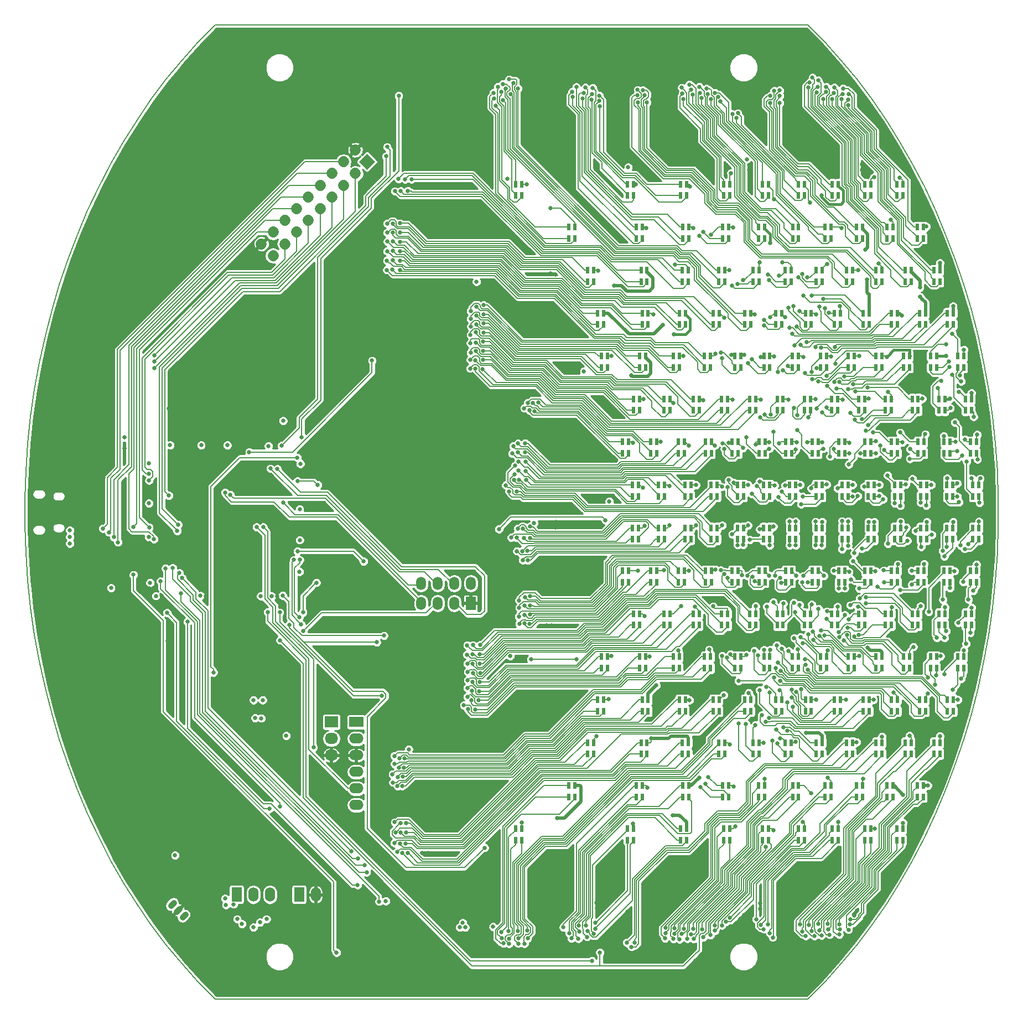
<source format=gtl>
G04 #@! TF.FileFunction,Copper,L1,Top,Signal*
%FSLAX46Y46*%
G04 Gerber Fmt 4.6, Leading zero omitted, Abs format (unit mm)*
G04 Created by KiCad (PCBNEW (2016-03-23 BZR 6647, Git bc699c8)-product) date Sun 10 Apr 2016 18:41:19 CEST*
%MOMM*%
G01*
G04 APERTURE LIST*
%ADD10C,0.100000*%
%ADD11C,0.150000*%
%ADD12R,0.575000X1.050000*%
%ADD13R,1.524000X2.199640*%
%ADD14O,1.524000X2.199640*%
%ADD15R,1.524000X1.998980*%
%ADD16O,1.524000X1.998980*%
%ADD17R,2.199640X1.524000*%
%ADD18O,2.199640X1.524000*%
%ADD19C,0.899160*%
%ADD20R,2.032000X1.727200*%
%ADD21O,2.032000X1.727200*%
%ADD22C,1.727200*%
%ADD23C,0.635000*%
%ADD24C,0.203200*%
%ADD25C,0.381000*%
%ADD26C,0.508000*%
%ADD27C,0.152400*%
%ADD28C,0.254000*%
G04 APERTURE END LIST*
D10*
D11*
X197948385Y-78128726D02*
X195352726Y-75500000D01*
X200448266Y-80901017D02*
X197948385Y-78128726D01*
X202847375Y-83811335D02*
X200448266Y-80901017D01*
X205140919Y-86853867D02*
X202847375Y-83811335D01*
X207324318Y-90022535D02*
X205140919Y-86853867D01*
X209393210Y-93311010D02*
X207324318Y-90022535D01*
X211343462Y-96712723D02*
X209393210Y-93311010D01*
X213171179Y-100220879D02*
X211343462Y-96712723D01*
X214872709Y-103828470D02*
X213171179Y-100220879D01*
X216444654Y-107528291D02*
X214872709Y-103828470D01*
X217883874Y-111312950D02*
X216444654Y-107528291D01*
X219187494Y-115174887D02*
X217883874Y-111312950D01*
X220352910Y-119106388D02*
X219187494Y-115174887D01*
X221377794Y-123099601D02*
X220352910Y-119106388D01*
X222260098Y-127146548D02*
X221377794Y-123099601D01*
X222998061Y-131239145D02*
X222260098Y-127146548D01*
X223590208Y-135369218D02*
X222998061Y-131239145D01*
X224035356Y-139528516D02*
X223590208Y-135369218D01*
X224332617Y-143708731D02*
X224035356Y-139528516D01*
X224481396Y-147901513D02*
X224332617Y-143708731D01*
X224481396Y-152098487D02*
X224481396Y-147901513D01*
X224332617Y-156291269D02*
X224481396Y-152098487D01*
X224035356Y-160471484D02*
X224332617Y-156291269D01*
X223590208Y-164630782D02*
X224035356Y-160471484D01*
X222998061Y-168760855D02*
X223590208Y-164630782D01*
X222260098Y-172853452D02*
X222998061Y-168760855D01*
X221377794Y-176900399D02*
X222260098Y-172853452D01*
X220352910Y-180893612D02*
X221377794Y-176900399D01*
X219187494Y-184825113D02*
X220352910Y-180893612D01*
X217883874Y-188687050D02*
X219187494Y-184825113D01*
X216444654Y-192471709D02*
X217883874Y-188687050D01*
X214872709Y-196171530D02*
X216444654Y-192471709D01*
X213171179Y-199779121D02*
X214872709Y-196171530D01*
X211343462Y-203287277D02*
X213171179Y-199779121D01*
X209393210Y-206688990D02*
X211343462Y-203287277D01*
X207324318Y-209977465D02*
X209393210Y-206688990D01*
X205140919Y-213146133D02*
X207324318Y-209977465D01*
X202847375Y-216188665D02*
X205140919Y-213146133D01*
X200448266Y-219098983D02*
X202847375Y-216188665D01*
X197948385Y-221871274D02*
X200448266Y-219098983D01*
X195352726Y-224500000D02*
X197948385Y-221871274D01*
X104647274Y-224500000D02*
X195352726Y-224500000D01*
X102051615Y-221871274D02*
X104647274Y-224500000D01*
X99551734Y-219098983D02*
X102051615Y-221871274D01*
X97152625Y-216188665D02*
X99551734Y-219098983D01*
X94859081Y-213146133D02*
X97152625Y-216188665D01*
X92675682Y-209977465D02*
X94859081Y-213146133D01*
X90606790Y-206688990D02*
X92675682Y-209977465D01*
X88656538Y-203287277D02*
X90606790Y-206688990D01*
X86828821Y-199779121D02*
X88656538Y-203287277D01*
X85127291Y-196171530D02*
X86828821Y-199779121D01*
X83555346Y-192471709D02*
X85127291Y-196171530D01*
X82116126Y-188687050D02*
X83555346Y-192471709D01*
X80812506Y-184825113D02*
X82116126Y-188687050D01*
X79647090Y-180893612D02*
X80812506Y-184825113D01*
X78622206Y-176900399D02*
X79647090Y-180893612D01*
X77739902Y-172853452D02*
X78622206Y-176900399D01*
X77001939Y-168760855D02*
X77739902Y-172853452D01*
X76409792Y-164630782D02*
X77001939Y-168760855D01*
X75964644Y-160471484D02*
X76409792Y-164630782D01*
X75667383Y-156291269D02*
X75964644Y-160471484D01*
X75518604Y-152098487D02*
X75667383Y-156291269D01*
X75518604Y-147901513D02*
X75518604Y-152098487D01*
X75667383Y-143708731D02*
X75518604Y-147901513D01*
X75964644Y-139528516D02*
X75667383Y-143708731D01*
X76409792Y-135369218D02*
X75964644Y-139528516D01*
X77001939Y-131239145D02*
X76409792Y-135369218D01*
X77739902Y-127146548D02*
X77001939Y-131239145D01*
X78622206Y-123099601D02*
X77739902Y-127146548D01*
X79647090Y-119106388D02*
X78622206Y-123099601D01*
X80812506Y-115174887D02*
X79647090Y-119106388D01*
X82116126Y-111312950D02*
X80812506Y-115174887D01*
X83555346Y-107528291D02*
X82116126Y-111312950D01*
X85127291Y-103828470D02*
X83555346Y-107528291D01*
X86828821Y-100220879D02*
X85127291Y-103828470D01*
X88656538Y-96712723D02*
X86828821Y-100220879D01*
X90606790Y-93311010D02*
X88656538Y-96712723D01*
X92675682Y-90022535D02*
X90606790Y-93311010D01*
X94859081Y-86853867D02*
X92675682Y-90022535D01*
X97152625Y-83811335D02*
X94859081Y-86853867D01*
X99551734Y-80901017D02*
X97152625Y-83811335D01*
X102051615Y-78128726D02*
X99551734Y-80901017D01*
X104647274Y-75500000D02*
X102051615Y-78128726D01*
X195352726Y-75500000D02*
X104647274Y-75500000D01*
D12*
X185707990Y-119556767D03*
X186632990Y-119556767D03*
X186632990Y-121306767D03*
X185707990Y-121306767D03*
D13*
X107920000Y-208500000D03*
D14*
X110460000Y-208500000D03*
X113000000Y-208500000D03*
D12*
X150604070Y-99844611D03*
X151529070Y-99844611D03*
X151529070Y-101594611D03*
X150604070Y-101594611D03*
X167704173Y-99844611D03*
X168629173Y-99844611D03*
X168629173Y-101594611D03*
X167704173Y-101594611D03*
X175822828Y-99844611D03*
X176747828Y-99844611D03*
X176747828Y-101594611D03*
X175822828Y-101594611D03*
X182458753Y-99844611D03*
X183383753Y-99844611D03*
X183383753Y-101594611D03*
X182458753Y-101594611D03*
X188379480Y-99844611D03*
X189304480Y-99844611D03*
X189304480Y-101594611D03*
X188379480Y-101594611D03*
X193872473Y-99844611D03*
X194797473Y-99844611D03*
X194797473Y-101594611D03*
X193872473Y-101594611D03*
X199080212Y-99844611D03*
X200005212Y-99844611D03*
X200005212Y-101594611D03*
X199080212Y-101594611D03*
X204084459Y-99844611D03*
X205009459Y-99844611D03*
X205009459Y-101594611D03*
X204084459Y-101594611D03*
X208936668Y-99844611D03*
X209861668Y-99844611D03*
X209861668Y-101594611D03*
X208936668Y-101594611D03*
X158740103Y-106415330D03*
X159665103Y-106415330D03*
X159665103Y-108165330D03*
X158740103Y-108165330D03*
X169071531Y-106415330D03*
X169996531Y-106415330D03*
X169996531Y-108165330D03*
X169071531Y-108165330D03*
X176192121Y-106415330D03*
X177117121Y-106415330D03*
X177117121Y-108165330D03*
X176192121Y-108165330D03*
X182269125Y-106415330D03*
X183194125Y-106415330D03*
X183194125Y-108165330D03*
X182269125Y-108165330D03*
X187803016Y-106415330D03*
X188728016Y-106415330D03*
X188728016Y-108165330D03*
X187803016Y-108165330D03*
X193001740Y-106415330D03*
X193926740Y-106415330D03*
X193926740Y-108165330D03*
X193001740Y-108165330D03*
X197973340Y-106415330D03*
X198898340Y-106415330D03*
X198898340Y-108165330D03*
X197973340Y-108165330D03*
X202781477Y-106415330D03*
X203706477Y-106415330D03*
X203706477Y-108165330D03*
X202781477Y-108165330D03*
X207466867Y-106415330D03*
X208391867Y-106415330D03*
X208391867Y-108165330D03*
X207466867Y-108165330D03*
X212057113Y-106415330D03*
X212982113Y-106415330D03*
X212982113Y-108165330D03*
X212057113Y-108165330D03*
X161615975Y-112986048D03*
X162540975Y-112986048D03*
X162540975Y-114736048D03*
X161615975Y-114736048D03*
X169805209Y-112986048D03*
X170730209Y-112986048D03*
X170730209Y-114736048D03*
X169805209Y-114736048D03*
X176139576Y-112986048D03*
X177064576Y-112986048D03*
X177064576Y-114736048D03*
X176139576Y-114736048D03*
X181733166Y-112986048D03*
X182658166Y-112986048D03*
X182658166Y-114736048D03*
X181733166Y-114736048D03*
X186920001Y-112986048D03*
X187845001Y-112986048D03*
X187845001Y-114736048D03*
X186920001Y-114736048D03*
X191849931Y-112986048D03*
X192774931Y-112986048D03*
X192774931Y-114736048D03*
X191849931Y-114736048D03*
X196603754Y-112986048D03*
X197528754Y-112986048D03*
X197528754Y-114736048D03*
X196603754Y-114736048D03*
X201230079Y-112986048D03*
X202155079Y-112986048D03*
X202155079Y-114736048D03*
X201230079Y-114736048D03*
X205760388Y-112986048D03*
X206685388Y-112986048D03*
X206685388Y-114736048D03*
X205760388Y-114736048D03*
X210216192Y-112986048D03*
X211141192Y-112986048D03*
X211141192Y-114736048D03*
X210216192Y-114736048D03*
X214612796Y-112986048D03*
X215537796Y-112986048D03*
X215537796Y-114736048D03*
X214612796Y-114736048D03*
X163129502Y-119556767D03*
X164054502Y-119556767D03*
X164054502Y-121306767D03*
X163129502Y-121306767D03*
X169973570Y-119556767D03*
X170898570Y-119556767D03*
X170898570Y-121306767D03*
X169973570Y-121306767D03*
X175662649Y-119556767D03*
X176587649Y-119556767D03*
X176587649Y-121306767D03*
X175662649Y-121306767D03*
X180833089Y-119556767D03*
X181758089Y-119556767D03*
X181758089Y-121306767D03*
X180833089Y-121306767D03*
X190393280Y-119556767D03*
X191318280Y-119556767D03*
X191318280Y-121306767D03*
X190393280Y-121306767D03*
X194947689Y-119556767D03*
X195872689Y-119556767D03*
X195872689Y-121306767D03*
X194947689Y-121306767D03*
X199407087Y-119556767D03*
X200332087Y-119556767D03*
X200332087Y-121306767D03*
X199407087Y-121306767D03*
X203794906Y-119556767D03*
X204719906Y-119556767D03*
X204719906Y-121306767D03*
X203794906Y-121306767D03*
X208127231Y-119556767D03*
X209052231Y-119556767D03*
X209052231Y-121306767D03*
X208127231Y-121306767D03*
X212415533Y-119556767D03*
X213340533Y-119556767D03*
X213340533Y-121306767D03*
X212415533Y-121306767D03*
X216668249Y-119556767D03*
X217593249Y-119556767D03*
X217593249Y-121306767D03*
X216668249Y-121306767D03*
X163723648Y-126127485D03*
X164648648Y-126127485D03*
X164648648Y-127877485D03*
X163723648Y-127877485D03*
X169590860Y-126127485D03*
X170515860Y-126127485D03*
X170515860Y-127877485D03*
X169590860Y-127877485D03*
X174737256Y-126127485D03*
X175662256Y-126127485D03*
X175662256Y-127877485D03*
X174737256Y-127877485D03*
X179536136Y-126127485D03*
X180461136Y-126127485D03*
X180461136Y-127877485D03*
X179536136Y-127877485D03*
X184132422Y-126127485D03*
X185057422Y-126127485D03*
X185057422Y-127877485D03*
X184132422Y-127877485D03*
X188597698Y-126127485D03*
X189522698Y-126127485D03*
X189522698Y-127877485D03*
X188597698Y-127877485D03*
X192972388Y-126127485D03*
X193897388Y-126127485D03*
X193897388Y-127877485D03*
X192972388Y-127877485D03*
X197281400Y-126127485D03*
X198206400Y-126127485D03*
X198206400Y-127877485D03*
X197281400Y-127877485D03*
X201541062Y-126127485D03*
X202466062Y-126127485D03*
X202466062Y-127877485D03*
X201541062Y-127877485D03*
X205762591Y-126127485D03*
X206687591Y-126127485D03*
X206687591Y-127877485D03*
X205762591Y-127877485D03*
X209953982Y-126127485D03*
X210878982Y-126127485D03*
X210878982Y-127877485D03*
X209953982Y-127877485D03*
X214121103Y-126127485D03*
X215046103Y-126127485D03*
X215046103Y-127877485D03*
X214121103Y-127877485D03*
X218268368Y-126127485D03*
X219193368Y-126127485D03*
X219193368Y-127877485D03*
X218268368Y-127877485D03*
X168623957Y-132698204D03*
X169548957Y-132698204D03*
X169548957Y-134448204D03*
X168623957Y-134448204D03*
X173311084Y-132698204D03*
X174236084Y-132698204D03*
X174236084Y-134448204D03*
X173311084Y-134448204D03*
X177787699Y-132698204D03*
X178712699Y-132698204D03*
X178712699Y-134448204D03*
X177787699Y-134448204D03*
X182140632Y-132698204D03*
X183065632Y-132698204D03*
X183065632Y-134448204D03*
X182140632Y-134448204D03*
X186413707Y-132698204D03*
X187338707Y-132698204D03*
X187338707Y-134448204D03*
X186413707Y-134448204D03*
X190631844Y-132698204D03*
X191556844Y-132698204D03*
X191556844Y-134448204D03*
X190631844Y-134448204D03*
X194810401Y-132698204D03*
X195735401Y-132698204D03*
X195735401Y-134448204D03*
X194810401Y-134448204D03*
X198959419Y-132698204D03*
X199884419Y-132698204D03*
X199884419Y-134448204D03*
X198959419Y-134448204D03*
X203085763Y-132698204D03*
X204010763Y-132698204D03*
X204010763Y-134448204D03*
X203085763Y-134448204D03*
X207194303Y-132698204D03*
X208119303Y-132698204D03*
X208119303Y-134448204D03*
X207194303Y-134448204D03*
X211288592Y-132698204D03*
X212213592Y-132698204D03*
X212213592Y-134448204D03*
X211288592Y-134448204D03*
X215371290Y-132698204D03*
X216296290Y-132698204D03*
X216296290Y-134448204D03*
X215371290Y-134448204D03*
X219444426Y-132698204D03*
X220369426Y-132698204D03*
X220369426Y-134448204D03*
X219444426Y-134448204D03*
X166975957Y-139268922D03*
X167900957Y-139268922D03*
X167900957Y-141018922D03*
X166975957Y-141018922D03*
X171285838Y-139268922D03*
X172210838Y-139268922D03*
X172210838Y-141018922D03*
X171285838Y-141018922D03*
X175496712Y-139268922D03*
X176421712Y-139268922D03*
X176421712Y-141018922D03*
X175496712Y-141018922D03*
X179650141Y-139268922D03*
X180575141Y-139268922D03*
X180575141Y-141018922D03*
X179650141Y-141018922D03*
X183767043Y-139268922D03*
X184692043Y-139268922D03*
X184692043Y-141018922D03*
X183767043Y-141018922D03*
X187859191Y-139268922D03*
X188784191Y-139268922D03*
X188784191Y-141018922D03*
X187859191Y-141018922D03*
X191933756Y-139268922D03*
X192858756Y-139268922D03*
X192858756Y-141018922D03*
X191933756Y-141018922D03*
X195995362Y-139268922D03*
X196920362Y-139268922D03*
X196920362Y-141018922D03*
X195995362Y-141018922D03*
X200047137Y-139268922D03*
X200972137Y-139268922D03*
X200972137Y-141018922D03*
X200047137Y-141018922D03*
X204091270Y-139268922D03*
X205016270Y-139268922D03*
X205016270Y-141018922D03*
X204091270Y-141018922D03*
X208129345Y-139268922D03*
X209054345Y-139268922D03*
X209054345Y-141018922D03*
X208129345Y-141018922D03*
X212162533Y-139268922D03*
X213087533Y-139268922D03*
X213087533Y-141018922D03*
X212162533Y-141018922D03*
X216191721Y-139268922D03*
X217116721Y-139268922D03*
X217116721Y-141018922D03*
X216191721Y-141018922D03*
X220217594Y-139268922D03*
X221142594Y-139268922D03*
X221142594Y-141018922D03*
X220217594Y-141018922D03*
X168470235Y-145839641D03*
X169395235Y-145839641D03*
X169395235Y-147589641D03*
X168470235Y-147589641D03*
X172501361Y-145839641D03*
X173426361Y-145839641D03*
X173426361Y-147589641D03*
X172501361Y-147589641D03*
X176523225Y-145839641D03*
X177448225Y-145839641D03*
X177448225Y-147589641D03*
X176523225Y-147589641D03*
X180539432Y-145839641D03*
X181464432Y-145839641D03*
X181464432Y-147589641D03*
X180539432Y-147589641D03*
X184551929Y-145839641D03*
X185476929Y-145839641D03*
X185476929Y-147589641D03*
X184551929Y-147589641D03*
X188561861Y-145839641D03*
X189486861Y-145839641D03*
X189486861Y-147589641D03*
X188561861Y-147589641D03*
X192569943Y-145839641D03*
X193494943Y-145839641D03*
X193494943Y-147589641D03*
X192569943Y-147589641D03*
X196576650Y-145839641D03*
X197501650Y-145839641D03*
X197501650Y-147589641D03*
X196576650Y-147589641D03*
X200582305Y-145839641D03*
X201507305Y-145839641D03*
X201507305Y-147589641D03*
X200582305Y-147589641D03*
X204587137Y-145839641D03*
X205512137Y-145839641D03*
X205512137Y-147589641D03*
X204587137Y-147589641D03*
X208591314Y-145839641D03*
X209516314Y-145839641D03*
X209516314Y-147589641D03*
X208591314Y-147589641D03*
X212594961Y-145839641D03*
X213519961Y-145839641D03*
X213519961Y-147589641D03*
X212594961Y-147589641D03*
X216598173Y-145839641D03*
X217523173Y-145839641D03*
X217523173Y-147589641D03*
X216598173Y-147589641D03*
X220601023Y-145839641D03*
X221526023Y-145839641D03*
X221526023Y-147589641D03*
X220601023Y-147589641D03*
X168470235Y-152410359D03*
X169395235Y-152410359D03*
X169395235Y-154160359D03*
X168470235Y-154160359D03*
X172501361Y-152410359D03*
X173426361Y-152410359D03*
X173426361Y-154160359D03*
X172501361Y-154160359D03*
X176523225Y-152410359D03*
X177448225Y-152410359D03*
X177448225Y-154160359D03*
X176523225Y-154160359D03*
X180539432Y-152410359D03*
X181464432Y-152410359D03*
X181464432Y-154160359D03*
X180539432Y-154160359D03*
X184551929Y-152410359D03*
X185476929Y-152410359D03*
X185476929Y-154160359D03*
X184551929Y-154160359D03*
X188561861Y-152410359D03*
X189486861Y-152410359D03*
X189486861Y-154160359D03*
X188561861Y-154160359D03*
X192569943Y-152410359D03*
X193494943Y-152410359D03*
X193494943Y-154160359D03*
X192569943Y-154160359D03*
X196576650Y-152410359D03*
X197501650Y-152410359D03*
X197501650Y-154160359D03*
X196576650Y-154160359D03*
X200582305Y-152410359D03*
X201507305Y-152410359D03*
X201507305Y-154160359D03*
X200582305Y-154160359D03*
X204587137Y-152410359D03*
X205512137Y-152410359D03*
X205512137Y-154160359D03*
X204587137Y-154160359D03*
X208591314Y-152410359D03*
X209516314Y-152410359D03*
X209516314Y-154160359D03*
X208591314Y-154160359D03*
X212594961Y-152410359D03*
X213519961Y-152410359D03*
X213519961Y-154160359D03*
X212594961Y-154160359D03*
X216598173Y-152410359D03*
X217523173Y-152410359D03*
X217523173Y-154160359D03*
X216598173Y-154160359D03*
X220601023Y-152410359D03*
X221526023Y-152410359D03*
X221526023Y-154160359D03*
X220601023Y-154160359D03*
X166975957Y-158981078D03*
X167900957Y-158981078D03*
X167900957Y-160731078D03*
X166975957Y-160731078D03*
X171285838Y-158981078D03*
X172210838Y-158981078D03*
X172210838Y-160731078D03*
X171285838Y-160731078D03*
X175496712Y-158981078D03*
X176421712Y-158981078D03*
X176421712Y-160731078D03*
X175496712Y-160731078D03*
X179650141Y-158981078D03*
X180575141Y-158981078D03*
X180575141Y-160731078D03*
X179650141Y-160731078D03*
X183767043Y-158981078D03*
X184692043Y-158981078D03*
X184692043Y-160731078D03*
X183767043Y-160731078D03*
X187859191Y-158981078D03*
X188784191Y-158981078D03*
X188784191Y-160731078D03*
X187859191Y-160731078D03*
X191933756Y-158981078D03*
X192858756Y-158981078D03*
X192858756Y-160731078D03*
X191933756Y-160731078D03*
X195995362Y-158981078D03*
X196920362Y-158981078D03*
X196920362Y-160731078D03*
X195995362Y-160731078D03*
X200047137Y-158981078D03*
X200972137Y-158981078D03*
X200972137Y-160731078D03*
X200047137Y-160731078D03*
X204091270Y-158981078D03*
X205016270Y-158981078D03*
X205016270Y-160731078D03*
X204091270Y-160731078D03*
X208129345Y-158981078D03*
X209054345Y-158981078D03*
X209054345Y-160731078D03*
X208129345Y-160731078D03*
X212162533Y-158981078D03*
X213087533Y-158981078D03*
X213087533Y-160731078D03*
X212162533Y-160731078D03*
X216191721Y-158981078D03*
X217116721Y-158981078D03*
X217116721Y-160731078D03*
X216191721Y-160731078D03*
X220217594Y-158981078D03*
X221142594Y-158981078D03*
X221142594Y-160731078D03*
X220217594Y-160731078D03*
X168623957Y-165551796D03*
X169548957Y-165551796D03*
X169548957Y-167301796D03*
X168623957Y-167301796D03*
X173311084Y-165551796D03*
X174236084Y-165551796D03*
X174236084Y-167301796D03*
X173311084Y-167301796D03*
X177787699Y-165551796D03*
X178712699Y-165551796D03*
X178712699Y-167301796D03*
X177787699Y-167301796D03*
X182140632Y-165551796D03*
X183065632Y-165551796D03*
X183065632Y-167301796D03*
X182140632Y-167301796D03*
X186413707Y-165551796D03*
X187338707Y-165551796D03*
X187338707Y-167301796D03*
X186413707Y-167301796D03*
X190631844Y-165551796D03*
X191556844Y-165551796D03*
X191556844Y-167301796D03*
X190631844Y-167301796D03*
X194810401Y-165551796D03*
X195735401Y-165551796D03*
X195735401Y-167301796D03*
X194810401Y-167301796D03*
X198959419Y-165551796D03*
X199884419Y-165551796D03*
X199884419Y-167301796D03*
X198959419Y-167301796D03*
X203085763Y-165551796D03*
X204010763Y-165551796D03*
X204010763Y-167301796D03*
X203085763Y-167301796D03*
X207194303Y-165551796D03*
X208119303Y-165551796D03*
X208119303Y-167301796D03*
X207194303Y-167301796D03*
X211288592Y-165551796D03*
X212213592Y-165551796D03*
X212213592Y-167301796D03*
X211288592Y-167301796D03*
X215371290Y-165551796D03*
X216296290Y-165551796D03*
X216296290Y-167301796D03*
X215371290Y-167301796D03*
X219444426Y-165551796D03*
X220369426Y-165551796D03*
X220369426Y-167301796D03*
X219444426Y-167301796D03*
X163723648Y-172122515D03*
X164648648Y-172122515D03*
X164648648Y-173872515D03*
X163723648Y-173872515D03*
X169590860Y-172122515D03*
X170515860Y-172122515D03*
X170515860Y-173872515D03*
X169590860Y-173872515D03*
X174737256Y-172122515D03*
X175662256Y-172122515D03*
X175662256Y-173872515D03*
X174737256Y-173872515D03*
X179536136Y-172122515D03*
X180461136Y-172122515D03*
X180461136Y-173872515D03*
X179536136Y-173872515D03*
X184132422Y-172122515D03*
X185057422Y-172122515D03*
X185057422Y-173872515D03*
X184132422Y-173872515D03*
X188597698Y-172122515D03*
X189522698Y-172122515D03*
X189522698Y-173872515D03*
X188597698Y-173872515D03*
X192972388Y-172122515D03*
X193897388Y-172122515D03*
X193897388Y-173872515D03*
X192972388Y-173872515D03*
X197281400Y-172122515D03*
X198206400Y-172122515D03*
X198206400Y-173872515D03*
X197281400Y-173872515D03*
X201541062Y-172122515D03*
X202466062Y-172122515D03*
X202466062Y-173872515D03*
X201541062Y-173872515D03*
X205762591Y-172122515D03*
X206687591Y-172122515D03*
X206687591Y-173872515D03*
X205762591Y-173872515D03*
X209953982Y-172122515D03*
X210878982Y-172122515D03*
X210878982Y-173872515D03*
X209953982Y-173872515D03*
X214121103Y-172122515D03*
X215046103Y-172122515D03*
X215046103Y-173872515D03*
X214121103Y-173872515D03*
X218268368Y-172122515D03*
X219193368Y-172122515D03*
X219193368Y-173872515D03*
X218268368Y-173872515D03*
X163129502Y-178693233D03*
X164054502Y-178693233D03*
X164054502Y-180443233D03*
X163129502Y-180443233D03*
X169973570Y-178693233D03*
X170898570Y-178693233D03*
X170898570Y-180443233D03*
X169973570Y-180443233D03*
X175662649Y-178693233D03*
X176587649Y-178693233D03*
X176587649Y-180443233D03*
X175662649Y-180443233D03*
X180833089Y-178693233D03*
X181758089Y-178693233D03*
X181758089Y-180443233D03*
X180833089Y-180443233D03*
X185707990Y-178693233D03*
X186632990Y-178693233D03*
X186632990Y-180443233D03*
X185707990Y-180443233D03*
X190393280Y-178693233D03*
X191318280Y-178693233D03*
X191318280Y-180443233D03*
X190393280Y-180443233D03*
X194947689Y-178693233D03*
X195872689Y-178693233D03*
X195872689Y-180443233D03*
X194947689Y-180443233D03*
X199407087Y-178693233D03*
X200332087Y-178693233D03*
X200332087Y-180443233D03*
X199407087Y-180443233D03*
X203794906Y-178693233D03*
X204719906Y-178693233D03*
X204719906Y-180443233D03*
X203794906Y-180443233D03*
X208127231Y-178693233D03*
X209052231Y-178693233D03*
X209052231Y-180443233D03*
X208127231Y-180443233D03*
X212415533Y-178693233D03*
X213340533Y-178693233D03*
X213340533Y-180443233D03*
X212415533Y-180443233D03*
X216668249Y-178693233D03*
X217593249Y-178693233D03*
X217593249Y-180443233D03*
X216668249Y-180443233D03*
X161615975Y-185263952D03*
X162540975Y-185263952D03*
X162540975Y-187013952D03*
X161615975Y-187013952D03*
X169805209Y-185263952D03*
X170730209Y-185263952D03*
X170730209Y-187013952D03*
X169805209Y-187013952D03*
X176139576Y-185263952D03*
X177064576Y-185263952D03*
X177064576Y-187013952D03*
X176139576Y-187013952D03*
X181733166Y-185263952D03*
X182658166Y-185263952D03*
X182658166Y-187013952D03*
X181733166Y-187013952D03*
X186920001Y-185263952D03*
X187845001Y-185263952D03*
X187845001Y-187013952D03*
X186920001Y-187013952D03*
X191849931Y-185263952D03*
X192774931Y-185263952D03*
X192774931Y-187013952D03*
X191849931Y-187013952D03*
X196603754Y-185263952D03*
X197528754Y-185263952D03*
X197528754Y-187013952D03*
X196603754Y-187013952D03*
X201230079Y-185263952D03*
X202155079Y-185263952D03*
X202155079Y-187013952D03*
X201230079Y-187013952D03*
X205760388Y-185263952D03*
X206685388Y-185263952D03*
X206685388Y-187013952D03*
X205760388Y-187013952D03*
X210216192Y-185263952D03*
X211141192Y-185263952D03*
X211141192Y-187013952D03*
X210216192Y-187013952D03*
X214612796Y-185263952D03*
X215537796Y-185263952D03*
X215537796Y-187013952D03*
X214612796Y-187013952D03*
X158740103Y-191834670D03*
X159665103Y-191834670D03*
X159665103Y-193584670D03*
X158740103Y-193584670D03*
X169071531Y-191834670D03*
X169996531Y-191834670D03*
X169996531Y-193584670D03*
X169071531Y-193584670D03*
X176192121Y-191834670D03*
X177117121Y-191834670D03*
X177117121Y-193584670D03*
X176192121Y-193584670D03*
X182269125Y-191834670D03*
X183194125Y-191834670D03*
X183194125Y-193584670D03*
X182269125Y-193584670D03*
X187803016Y-191834670D03*
X188728016Y-191834670D03*
X188728016Y-193584670D03*
X187803016Y-193584670D03*
X193001740Y-191834670D03*
X193926740Y-191834670D03*
X193926740Y-193584670D03*
X193001740Y-193584670D03*
X197973340Y-191834670D03*
X198898340Y-191834670D03*
X198898340Y-193584670D03*
X197973340Y-193584670D03*
X202781477Y-191834670D03*
X203706477Y-191834670D03*
X203706477Y-193584670D03*
X202781477Y-193584670D03*
X207466867Y-191834670D03*
X208391867Y-191834670D03*
X208391867Y-193584670D03*
X207466867Y-193584670D03*
X212057113Y-191834670D03*
X212982113Y-191834670D03*
X212982113Y-193584670D03*
X212057113Y-193584670D03*
X150604070Y-198405389D03*
X151529070Y-198405389D03*
X151529070Y-200155389D03*
X150604070Y-200155389D03*
X167704173Y-198405389D03*
X168629173Y-198405389D03*
X168629173Y-200155389D03*
X167704173Y-200155389D03*
X175822828Y-198405389D03*
X176747828Y-198405389D03*
X176747828Y-200155389D03*
X175822828Y-200155389D03*
X182458753Y-198405389D03*
X183383753Y-198405389D03*
X183383753Y-200155389D03*
X182458753Y-200155389D03*
X188379480Y-198405389D03*
X189304480Y-198405389D03*
X189304480Y-200155389D03*
X188379480Y-200155389D03*
X193872473Y-198405389D03*
X194797473Y-198405389D03*
X194797473Y-200155389D03*
X193872473Y-200155389D03*
X199080212Y-198405389D03*
X200005212Y-198405389D03*
X200005212Y-200155389D03*
X199080212Y-200155389D03*
X204084459Y-198405389D03*
X205009459Y-198405389D03*
X205009459Y-200155389D03*
X204084459Y-200155389D03*
X208936668Y-198405389D03*
X209861668Y-198405389D03*
X209861668Y-200155389D03*
X208936668Y-200155389D03*
D15*
X143750000Y-163948920D03*
D16*
X143750000Y-160911080D03*
X141210000Y-163948920D03*
X141210000Y-160911080D03*
X138670000Y-163948920D03*
X138670000Y-160911080D03*
X136130000Y-163948920D03*
X136130000Y-160911080D03*
D17*
X126238000Y-182118000D03*
D18*
X126238000Y-184658000D03*
X126238000Y-187198000D03*
X126238000Y-189738000D03*
X126238000Y-192278000D03*
X126238000Y-194818000D03*
D13*
X117480000Y-208500000D03*
D14*
X120020000Y-208500000D03*
D19*
X99164806Y-210659142D02*
X98739142Y-211084806D01*
X98266781Y-209761117D02*
X97841117Y-210186781D01*
X100062832Y-211557168D02*
X99637168Y-211982832D01*
D20*
X122428000Y-182118000D03*
D21*
X122428000Y-184658000D03*
X122428000Y-187198000D03*
D10*
G36*
X129101571Y-96411846D02*
X127880256Y-97633161D01*
X126658941Y-96411846D01*
X127880256Y-95190531D01*
X129101571Y-96411846D01*
X129101571Y-96411846D01*
G37*
D22*
X126084205Y-94615795D02*
X126084205Y-94615795D01*
X126084205Y-98207897D02*
X126084205Y-98207897D01*
X124288154Y-96411846D02*
X124288154Y-96411846D01*
X124288154Y-100003948D02*
X124288154Y-100003948D01*
X122492102Y-98207897D02*
X122492102Y-98207897D01*
X122492102Y-101800000D02*
X122492102Y-101800000D01*
X120696051Y-100003948D02*
X120696051Y-100003948D01*
X120696051Y-103596051D02*
X120696051Y-103596051D01*
X118900000Y-101800000D02*
X118900000Y-101800000D01*
X118900000Y-105392102D02*
X118900000Y-105392102D01*
X117103949Y-103596051D02*
X117103949Y-103596051D01*
X117103949Y-107188153D02*
X117103949Y-107188153D01*
X115307897Y-105392102D02*
X115307897Y-105392102D01*
X115307897Y-108984205D02*
X115307897Y-108984205D01*
X113511846Y-107188153D02*
X113511846Y-107188153D01*
X113511846Y-110780256D02*
X113511846Y-110780256D01*
X111715795Y-108984205D02*
X111715795Y-108984205D01*
D23*
X81980000Y-148530000D03*
X82490000Y-144980000D03*
X179240000Y-219030000D03*
X145763932Y-137014522D03*
X127540000Y-109830000D03*
X155640000Y-85230000D03*
X180040000Y-82330000D03*
X120582033Y-192902858D03*
X128670000Y-209620000D03*
X94595797Y-161658068D03*
X94566434Y-154756353D03*
X90797690Y-140231906D03*
X87516134Y-144750000D03*
X109730000Y-169690000D03*
X111720000Y-168570000D03*
X97340000Y-169730000D03*
X124430000Y-157650000D03*
X123140000Y-159440000D03*
X123310000Y-142620000D03*
X120650000Y-135110000D03*
X119170000Y-136080000D03*
X97580000Y-134190000D03*
X88910000Y-139300000D03*
X103229971Y-162833514D03*
X154497840Y-119101096D03*
X154497840Y-118199140D03*
X202883280Y-210986372D03*
X202453648Y-211671126D03*
X163028145Y-209770000D03*
X163096361Y-210634641D03*
X156730000Y-152318026D03*
X163330283Y-132600462D03*
X164557785Y-133072166D03*
X143513503Y-114897517D03*
X142703506Y-114832195D03*
X156753056Y-113651483D03*
X155940589Y-113506910D03*
X162852927Y-96888367D03*
X114137291Y-162838204D03*
X101401096Y-182340998D03*
X108802601Y-176263194D03*
X113781839Y-139910820D03*
X111920000Y-133300000D03*
X107070000Y-133310000D03*
X115650000Y-178190000D03*
X130230000Y-131190000D03*
X134529710Y-123757427D03*
X109750000Y-165250000D03*
X106750000Y-165250000D03*
X98500000Y-205000000D03*
X102500000Y-201750000D03*
X102750000Y-203250000D03*
X102750000Y-200250000D03*
X102750000Y-195250000D03*
X102500000Y-194000000D03*
X102750000Y-192500000D03*
X108250000Y-183250000D03*
X108250000Y-182250000D03*
X104750000Y-186000000D03*
X104750000Y-179500000D03*
X101500000Y-183250000D03*
X107750000Y-177500000D03*
X101504858Y-139777726D03*
X105504845Y-139777816D03*
X124500000Y-143500000D03*
X117590000Y-148620000D03*
X117574931Y-153254479D03*
X96417271Y-162813552D03*
X94500000Y-149940000D03*
X106460000Y-120030000D03*
X161950000Y-147570000D03*
X157890000Y-127610000D03*
X157900000Y-128500000D03*
X145350000Y-98160000D03*
X145910000Y-98770000D03*
X146170649Y-97363182D03*
X146177963Y-96697582D03*
X162880000Y-97610000D03*
X166660000Y-94980000D03*
X167310000Y-94970000D03*
X203630000Y-97690000D03*
X203630000Y-96790000D03*
X182871259Y-97668082D03*
X182890000Y-96860000D03*
X186390000Y-96930000D03*
X186393721Y-97679757D03*
X184980698Y-212180698D03*
X185550699Y-211610699D03*
X167430000Y-211840000D03*
X156791719Y-151484695D03*
X155400000Y-167380000D03*
X156130000Y-167370000D03*
X136250000Y-185360000D03*
X137100000Y-185380000D03*
X136330000Y-202140000D03*
X137230000Y-202120000D03*
X147760000Y-185920000D03*
X148410000Y-186520000D03*
X151209834Y-172604046D03*
X150456004Y-172655327D03*
X146290000Y-213390000D03*
X146230000Y-210860000D03*
X147787678Y-209695380D03*
X147840000Y-211000000D03*
X188030000Y-210690000D03*
X188024983Y-209820748D03*
X167750000Y-211090000D03*
X161890000Y-148320000D03*
X153423445Y-121777139D03*
X196389384Y-94599968D03*
X197289384Y-93499968D03*
X195489384Y-94599968D03*
X197289384Y-94599968D03*
X194589384Y-93499968D03*
X193689384Y-92399968D03*
X194589384Y-92399968D03*
X193689384Y-93499968D03*
X193689384Y-94599968D03*
X194589384Y-94599968D03*
X195489384Y-93499968D03*
X195489384Y-92399968D03*
X196389384Y-92399968D03*
X196389384Y-93499968D03*
X197289384Y-92399968D03*
X176409384Y-94599968D03*
X177309384Y-93499968D03*
X175509384Y-94599968D03*
X177309384Y-94599968D03*
X174609384Y-93499968D03*
X173709384Y-92399968D03*
X174609384Y-92399968D03*
X173709384Y-93499968D03*
X173709384Y-94599968D03*
X174609384Y-94599968D03*
X175509384Y-93499968D03*
X175509384Y-92399968D03*
X176409384Y-92399968D03*
X176409384Y-93499968D03*
X177309384Y-92399968D03*
X154599384Y-92419968D03*
X157299384Y-94619968D03*
X156399384Y-94619968D03*
X155499384Y-94619968D03*
X154599384Y-94619968D03*
X153699384Y-94619968D03*
X157299384Y-93519968D03*
X156399384Y-93519968D03*
X155499384Y-93519968D03*
X154599384Y-93519968D03*
X153699384Y-93519968D03*
X157299384Y-92419968D03*
X156399384Y-92419968D03*
X155499384Y-92419968D03*
X153699384Y-92419968D03*
X139399968Y-105502349D03*
X154499968Y-120002349D03*
X153399968Y-118200616D03*
X153399968Y-119100616D03*
X153399968Y-120002349D03*
X155595366Y-120894753D03*
X155601486Y-121772154D03*
X154496164Y-120894753D03*
X154498448Y-121772158D03*
X153396963Y-120894753D03*
X155599968Y-119100616D03*
X155599968Y-120002349D03*
X155599968Y-118200616D03*
X159489968Y-139992349D03*
X158389968Y-138190616D03*
X158389968Y-139090616D03*
X158389968Y-139992349D03*
X160585366Y-140884753D03*
X160591486Y-141762154D03*
X159486164Y-140884753D03*
X159488448Y-141762158D03*
X158389968Y-141790616D03*
X158386963Y-140884753D03*
X160589968Y-139090616D03*
X160589968Y-139992349D03*
X159489968Y-139090616D03*
X160589968Y-138190616D03*
X159489968Y-138190616D03*
X139396963Y-106394753D03*
X141601486Y-107272154D03*
X140498448Y-107272158D03*
X139399968Y-107300616D03*
X140496164Y-106394753D03*
X141595366Y-106394753D03*
X141599968Y-105502349D03*
X140499968Y-105502349D03*
X139399968Y-104600616D03*
X140499968Y-104600616D03*
X141599968Y-104600616D03*
X141599968Y-103700616D03*
X140499968Y-103700616D03*
X139399968Y-103700616D03*
X141586267Y-196300060D03*
X140500119Y-196300060D03*
X139401767Y-196300060D03*
X160601486Y-161772154D03*
X159498448Y-161772158D03*
X160595366Y-160894753D03*
X159496164Y-160894753D03*
X158396963Y-160894753D03*
X159499968Y-160002349D03*
X160599968Y-160002349D03*
X158399968Y-160002349D03*
X160599968Y-158200616D03*
X160599968Y-159100616D03*
X158399968Y-158200616D03*
X159499968Y-159100616D03*
X158399968Y-159100616D03*
X159499968Y-158200616D03*
X158399968Y-161800616D03*
X154499968Y-181800616D03*
X154499968Y-180900616D03*
X155599968Y-180900616D03*
X155599968Y-180000616D03*
X155599968Y-181800616D03*
X154499968Y-180000616D03*
X153399968Y-180000616D03*
X153399968Y-181800616D03*
X153399968Y-180900616D03*
X155599968Y-178200616D03*
X155599968Y-179100616D03*
X154499968Y-179100616D03*
X153399968Y-178200616D03*
X153399968Y-179100616D03*
X154499968Y-178200616D03*
X139399968Y-195400616D03*
X140499968Y-195400617D03*
X141599968Y-195400616D03*
X139399968Y-193600616D03*
X139399968Y-194500616D03*
X139399968Y-192700616D03*
X140499968Y-194500615D03*
X141599968Y-194500616D03*
X140499968Y-192700616D03*
X140499968Y-193600616D03*
X141599968Y-193600616D03*
X141599968Y-192700616D03*
X157299384Y-205399968D03*
X156399384Y-206499968D03*
X157299384Y-207599968D03*
X157299384Y-206499968D03*
X156399384Y-207599968D03*
X154599384Y-205399968D03*
X156399384Y-205399968D03*
X154599384Y-206499968D03*
X153699384Y-206499968D03*
X155499384Y-205399968D03*
X153699384Y-205399968D03*
X153699384Y-207599968D03*
X154599384Y-207599968D03*
X155499384Y-206499968D03*
X155499384Y-207599968D03*
X176399384Y-206499968D03*
X177299384Y-205399968D03*
X176399384Y-205399968D03*
X177299384Y-206499968D03*
X174599384Y-207599968D03*
X173699384Y-207599968D03*
X177299384Y-207599968D03*
X176399384Y-207599968D03*
X175499384Y-207599968D03*
X173699384Y-206499968D03*
X173699384Y-205399968D03*
X175499384Y-206499968D03*
X174599384Y-206499968D03*
X175499384Y-205399968D03*
X174599384Y-205399968D03*
X197299384Y-207599968D03*
X196399384Y-207599968D03*
X195499384Y-207599968D03*
X194599384Y-207599968D03*
X193699384Y-207599968D03*
X193699384Y-206499968D03*
X194599384Y-206499968D03*
X195499384Y-206499968D03*
X196399384Y-206499968D03*
X197299384Y-206499968D03*
X197299384Y-205399968D03*
X196399384Y-205399968D03*
X195499384Y-205399968D03*
X194599384Y-205399968D03*
X193699384Y-205399968D03*
X88700000Y-161600000D03*
X142528089Y-212831333D03*
X142068293Y-213521026D03*
X142906462Y-213525816D03*
X94677231Y-160823821D03*
X111617690Y-162845489D03*
X94453892Y-153832212D03*
X90797690Y-138577113D03*
X115040000Y-136040000D03*
X102392890Y-162790000D03*
X147169484Y-213422348D03*
X134258871Y-186276006D03*
X149820000Y-172030000D03*
X153446102Y-151656985D03*
X144619576Y-114757418D03*
X161074613Y-128460289D03*
X149313339Y-99041809D03*
X113300199Y-162881523D03*
X111682642Y-181527828D03*
X111910307Y-178754455D03*
X117528997Y-159117509D03*
X112800000Y-139900000D03*
X115520000Y-184200000D03*
X117680000Y-142610000D03*
X130755496Y-209501402D03*
X98500000Y-202500000D03*
X110750000Y-181500000D03*
X110500000Y-178750000D03*
X94500000Y-142500000D03*
X97750000Y-139750000D03*
X102495127Y-139768681D03*
X106495074Y-139769195D03*
X117574458Y-149530000D03*
X117580000Y-154270000D03*
X95568970Y-162824485D03*
X94510000Y-148660000D03*
X186009226Y-96013611D03*
X167850000Y-97250000D03*
X164960000Y-148350000D03*
X104378942Y-174516150D03*
X117215439Y-141649940D03*
X119679590Y-185999205D03*
X111990000Y-152300000D03*
X195931604Y-164137616D03*
X189610000Y-171060000D03*
X200270000Y-118520000D03*
X196558237Y-119731763D03*
X209845025Y-139334573D03*
X205781001Y-139125679D03*
X206257228Y-145804149D03*
X210310011Y-145768284D03*
X193770827Y-170990093D03*
X212563127Y-164394929D03*
X209087424Y-157987390D03*
X213142755Y-157918614D03*
X199864840Y-164487719D03*
X168580000Y-197631720D03*
X170224679Y-132689709D03*
X155949948Y-103520275D03*
X152306018Y-99856357D03*
X108000000Y-212250000D03*
X112500000Y-212250000D03*
X170376050Y-165939339D03*
X183587322Y-98135080D03*
X209402675Y-98830463D03*
X182485486Y-177974306D03*
X185925745Y-171857906D03*
X180220000Y-171020000D03*
X198393980Y-171173980D03*
X214226131Y-145836502D03*
X201647370Y-159152630D03*
X194652590Y-126274712D03*
X203223976Y-126098889D03*
X216490864Y-126105142D03*
X212831689Y-132633209D03*
X217096863Y-132658069D03*
X182164221Y-146133735D03*
X187930000Y-111810000D03*
X191400000Y-111800000D03*
X189537404Y-108843080D03*
X198843682Y-126159285D03*
X181200163Y-125754159D03*
X183827733Y-132803438D03*
X188091730Y-132825550D03*
X192332333Y-132786329D03*
X193607996Y-139284623D03*
X174180432Y-145978875D03*
X178208135Y-145850367D03*
X186195605Y-145812337D03*
X198239886Y-145779520D03*
X190231405Y-145903258D03*
X194162942Y-145815213D03*
X217561749Y-118501428D03*
X215552528Y-111888892D03*
X208040000Y-105290000D03*
X212479403Y-117050000D03*
X212479403Y-115625363D03*
X183859519Y-106463844D03*
X174690000Y-196350000D03*
X178700000Y-190640000D03*
X195680000Y-102620000D03*
X213310000Y-138080000D03*
X209700000Y-119970000D03*
X204350000Y-114440000D03*
X207580000Y-131620000D03*
X204620000Y-132660000D03*
X196488014Y-132710951D03*
X200651062Y-132775586D03*
X204170000Y-109830000D03*
X200500000Y-106550000D03*
X206160000Y-111950000D03*
X202996848Y-112953152D03*
X198320780Y-112089221D03*
X219244954Y-125158119D03*
X221246763Y-138155899D03*
X217893292Y-139245695D03*
X207420000Y-126240000D03*
X221706920Y-144857538D03*
X220369426Y-131792204D03*
X191587671Y-163993735D03*
X210890000Y-184220000D03*
X215540000Y-184270000D03*
X205370000Y-178700000D03*
X201130000Y-178680000D03*
X196557091Y-178700000D03*
X218280000Y-178700000D03*
X211487498Y-170610000D03*
X208160000Y-164580000D03*
X205690000Y-159010000D03*
X193460000Y-151430000D03*
X197530000Y-151480000D03*
X201540000Y-151420000D03*
X205520000Y-151490000D03*
X209513080Y-151468309D03*
X213570000Y-151490000D03*
X220410000Y-164610000D03*
X221530000Y-151440000D03*
X217560000Y-151500000D03*
X221150000Y-158020000D03*
X217770000Y-159010000D03*
X216320000Y-164520000D03*
X204480000Y-170720000D03*
X215645670Y-172040157D03*
X219236218Y-171142435D03*
X213730000Y-177800000D03*
X208410000Y-177570000D03*
X206680000Y-184340000D03*
X202803150Y-185180000D03*
X200000000Y-197390000D03*
X203760000Y-190800000D03*
X213690000Y-191820000D03*
X209880000Y-193220000D03*
X195070000Y-183730000D03*
X198350000Y-190610000D03*
X195860000Y-192990000D03*
X190039994Y-198690394D03*
X188580000Y-185310000D03*
X193480000Y-185110000D03*
X183380000Y-185510000D03*
X188690000Y-190790000D03*
X183970000Y-191980000D03*
X194570000Y-197390000D03*
X184270000Y-198060000D03*
X205590000Y-198390000D03*
X209930000Y-197570000D03*
X203164806Y-172022134D03*
X203042490Y-164506084D03*
X170810000Y-192120000D03*
X186280000Y-177640000D03*
X191040000Y-177250000D03*
X172150000Y-176520000D03*
X165258312Y-171976178D03*
X177240000Y-178760000D03*
X171377823Y-184657823D03*
X151540000Y-197450000D03*
X157000000Y-196780000D03*
X163000000Y-184310000D03*
X164810000Y-178574592D03*
X175510781Y-171170781D03*
X171104214Y-172090000D03*
X175910000Y-164420000D03*
X187350000Y-164410000D03*
X180840000Y-164420000D03*
X178040000Y-164440000D03*
X185243911Y-159609647D03*
X181168154Y-158755653D03*
X197790000Y-159750000D03*
X193590000Y-159710000D03*
X189430000Y-159710000D03*
X177150000Y-158923080D03*
X173282204Y-158901968D03*
X169335781Y-158935780D03*
X174180000Y-152030000D03*
X178240000Y-152030000D03*
X182230000Y-152040000D03*
X186160000Y-152040000D03*
X190054140Y-152194446D03*
X170342046Y-152063080D03*
X111500000Y-212750000D03*
X108750000Y-213000000D03*
X110500000Y-213500000D03*
X177770000Y-106536348D03*
X183296068Y-112963858D03*
X218199463Y-145618679D03*
X205454178Y-98767062D03*
X189416082Y-139360768D03*
X202170000Y-145820000D03*
X170070000Y-146300000D03*
X201650000Y-139410000D03*
X197550000Y-139310000D03*
X185410000Y-140180000D03*
X181130000Y-139800000D03*
X177090000Y-139820000D03*
X172830000Y-139220000D03*
X168580000Y-139390000D03*
X179300000Y-132900000D03*
X174730000Y-133320000D03*
X190190000Y-126220000D03*
X185550000Y-125960000D03*
X165300000Y-126100000D03*
X168290000Y-129090000D03*
X173150003Y-121349997D03*
X176320000Y-126140000D03*
X174980000Y-112140000D03*
X165710000Y-115340000D03*
X163250000Y-113050000D03*
X171720000Y-119740000D03*
X174850000Y-122810000D03*
X182530000Y-120240000D03*
X187200000Y-119780000D03*
X191890000Y-120150000D03*
X213460000Y-106330000D03*
X170600000Y-106560000D03*
X177286576Y-100206401D03*
X197440000Y-101560000D03*
X190183838Y-102123244D03*
X168976848Y-99823152D03*
X148714053Y-86977627D03*
X147880244Y-84926027D03*
X148426354Y-85747410D03*
X162427304Y-85106821D03*
X162313840Y-86090176D03*
X162264898Y-86912035D03*
X163433352Y-86294411D03*
X163440916Y-87118917D03*
X163479466Y-87905385D03*
X176041037Y-85088492D03*
X176146483Y-85974241D03*
X176279959Y-86845930D03*
X179845979Y-85219099D03*
X180016000Y-86022976D03*
X180492612Y-86845930D03*
X184623600Y-88980017D03*
X183798067Y-89116343D03*
X184404551Y-89736347D03*
X191018586Y-87435243D03*
X190997605Y-85483944D03*
X191040665Y-86309216D03*
X198149477Y-84937241D03*
X198111858Y-85751011D03*
X197661906Y-86811891D03*
X201576240Y-86042327D03*
X201548163Y-86910709D03*
X201548161Y-87796002D03*
X147548886Y-87824075D03*
X147206176Y-85854764D03*
X147317031Y-86702840D03*
X159901110Y-84982883D03*
X159284643Y-85687417D03*
X159331266Y-86521462D03*
X161307792Y-85076563D03*
X161012785Y-85863248D03*
X160867876Y-86777127D03*
X180553292Y-107555266D03*
X178758889Y-107773315D03*
X179347249Y-107141225D03*
X170696005Y-87371151D03*
X170361951Y-86264352D03*
X170125535Y-85480292D03*
X178726403Y-84926808D03*
X178783341Y-85867993D03*
X179084422Y-86675331D03*
X181108211Y-85863043D03*
X181595865Y-86481275D03*
X181929453Y-87194533D03*
X189563855Y-87450393D03*
X189570849Y-86351188D03*
X190189744Y-85570336D03*
X196932327Y-83976761D03*
X196813383Y-84928312D03*
X196654344Y-85807839D03*
X200706810Y-85205847D03*
X200690951Y-86030524D03*
X200455952Y-86863131D03*
X132917703Y-105822265D03*
X131825491Y-105854337D03*
X130970903Y-105847216D03*
X134145945Y-100840091D03*
X132144414Y-100918491D03*
X133045690Y-100895081D03*
X132706247Y-99057418D03*
X134672664Y-99080827D03*
X133712865Y-99092532D03*
X150997660Y-85190882D03*
X150284595Y-84359326D03*
X149623846Y-83810353D03*
X185390350Y-114547370D03*
X183722517Y-115342974D03*
X184543918Y-115108813D03*
X190909117Y-113838191D03*
X189405367Y-114514028D03*
X189217419Y-113704525D03*
X195258639Y-114131360D03*
X193878901Y-114118622D03*
X194480000Y-113610000D03*
X169298975Y-87336923D03*
X169269739Y-86233294D03*
X169292660Y-85423246D03*
X177207976Y-84623330D03*
X177441481Y-85376010D03*
X177691130Y-86142634D03*
X196036283Y-83548564D03*
X195592226Y-84317734D03*
X195372007Y-85084626D03*
X199374639Y-85071044D03*
X199311203Y-85927440D03*
X199058930Y-86815554D03*
X132907969Y-111544467D03*
X130928174Y-111537345D03*
X131797005Y-111487494D03*
X132907969Y-110070303D03*
X130963782Y-110098789D03*
X131809583Y-110041585D03*
X132960332Y-108648382D03*
X130992268Y-108617504D03*
X131853977Y-108546288D03*
X132963425Y-107251359D03*
X131832613Y-107243042D03*
X130970903Y-107264407D03*
X149841928Y-86093886D03*
X149126478Y-85228787D03*
X148660713Y-84527490D03*
X189592448Y-120187440D03*
X188640000Y-121430519D03*
X188610000Y-120620000D03*
X194081508Y-119212994D03*
X192365741Y-118775574D03*
X193103422Y-118500175D03*
X198559197Y-119510481D03*
X197097409Y-118592375D03*
X197928320Y-118848829D03*
X195904351Y-116851143D03*
X194622884Y-116851143D03*
X197724696Y-117366102D03*
X193618007Y-121652109D03*
X192957480Y-122748075D03*
X192527171Y-121811075D03*
X193279396Y-124497216D03*
X194240062Y-124399398D03*
X195173517Y-123980214D03*
X199436120Y-124747415D03*
X197328946Y-124859797D03*
X196473892Y-124725388D03*
X145698536Y-121139143D03*
X144583855Y-121267494D03*
X143783168Y-121597188D03*
X145698241Y-119742121D03*
X144604374Y-119949258D03*
X143762333Y-120422659D03*
X145712160Y-118344942D03*
X144620113Y-118589055D03*
X143738724Y-119234358D03*
X132903460Y-112951304D03*
X130913931Y-112954537D03*
X131775640Y-112940294D03*
X183657474Y-125934395D03*
X182228056Y-126419376D03*
X182031528Y-125633418D03*
X188170000Y-126320000D03*
X186152752Y-127240494D03*
X186763044Y-126650438D03*
X190798757Y-128547176D03*
X191542649Y-128289025D03*
X192247206Y-127635955D03*
X195903860Y-128539304D03*
X194916413Y-128746413D03*
X196650000Y-128010000D03*
X198244719Y-129177225D03*
X196956157Y-129974590D03*
X196036179Y-129631526D03*
X199600429Y-127301638D03*
X199365206Y-130068367D03*
X200903567Y-129245102D03*
X200153162Y-130075257D03*
X201526944Y-131216458D03*
X202300309Y-130443129D03*
X216521197Y-124319890D03*
X216933319Y-126944186D03*
X217040000Y-127780000D03*
X217433713Y-122760000D03*
X218576120Y-129078105D03*
X218790387Y-129985606D03*
X145652517Y-125330209D03*
X144531124Y-125386229D03*
X143743918Y-125600623D03*
X145644667Y-123933187D03*
X144521056Y-124046348D03*
X143704669Y-124132697D03*
X145676067Y-122536165D03*
X144544605Y-122492074D03*
X143712519Y-122892417D03*
X145638262Y-126727231D03*
X144475865Y-126793363D03*
X143693531Y-126704078D03*
X145573103Y-128124253D03*
X144480892Y-128043341D03*
X143642045Y-128024700D03*
X189666336Y-135082128D03*
X188049641Y-135529130D03*
X188760687Y-135082128D03*
X193727907Y-135163905D03*
X195388917Y-135475555D03*
X193181514Y-134071684D03*
X196646555Y-134164855D03*
X197540930Y-134748609D03*
X198167528Y-133988123D03*
X199710733Y-131148399D03*
X201834779Y-134826138D03*
X198307047Y-130700403D03*
X202616345Y-131557449D03*
X202502538Y-135887554D03*
X203666030Y-135794546D03*
X204443668Y-130960335D03*
X204202335Y-137566992D03*
X204564197Y-136731143D03*
X215252900Y-131039370D03*
X217142076Y-134089812D03*
X215773827Y-129892278D03*
X218432007Y-131617995D03*
X220700000Y-135420000D03*
X217390585Y-128996014D03*
X151930207Y-134114289D03*
X152723223Y-134433131D03*
X153516238Y-134612990D03*
X152461609Y-133288572D03*
X153287326Y-133288572D03*
X154127477Y-133263507D03*
X152057861Y-139450830D03*
X150257877Y-139910535D03*
X150965650Y-139495784D03*
X152088331Y-140856148D03*
X150108570Y-141055225D03*
X150987824Y-140856148D03*
X183251115Y-139398582D03*
X182569803Y-140302519D03*
X182329404Y-139501514D03*
X187358600Y-139671783D03*
X189408108Y-140293812D03*
X185935981Y-138579561D03*
X190900000Y-139516120D03*
X193500826Y-140416371D03*
X190120000Y-137700000D03*
X195223922Y-139281906D03*
X197681266Y-140298849D03*
X193720000Y-137482720D03*
X198740786Y-141489153D03*
X201670085Y-141005662D03*
X199286110Y-140372557D03*
X201611809Y-142676908D03*
X205781001Y-141012527D03*
X203353481Y-141021469D03*
X205293017Y-137806534D03*
X206443328Y-139854085D03*
X206997604Y-140495095D03*
X209451556Y-137826960D03*
X210949002Y-141833368D03*
X210992085Y-140350616D03*
X216120594Y-138352924D03*
X218200000Y-140650000D03*
X218970000Y-141380000D03*
X219371647Y-138877326D03*
X221290000Y-141930000D03*
X217844345Y-136283794D03*
X152243830Y-145110232D03*
X150346942Y-145119073D03*
X151151618Y-145058043D03*
X152161554Y-143707913D03*
X150474480Y-144214717D03*
X151051352Y-143622847D03*
X152144760Y-142282872D03*
X150520857Y-142910356D03*
X151052548Y-142255219D03*
X150757008Y-146816867D03*
X149632231Y-146825009D03*
X149119312Y-145905012D03*
X183959008Y-145476013D03*
X183083066Y-146180633D03*
X183231523Y-145112076D03*
X187940381Y-145306520D03*
X186771972Y-147197367D03*
X187538641Y-145983737D03*
X191853461Y-145943894D03*
X190817242Y-147687857D03*
X191352283Y-146895454D03*
X195861007Y-146349851D03*
X194307993Y-148796653D03*
X194564167Y-147640913D03*
X199870000Y-146350000D03*
X202191880Y-147587171D03*
X202979035Y-147552786D03*
X203934144Y-146110053D03*
X206266829Y-147515681D03*
X206878222Y-148011883D03*
X207545857Y-144386247D03*
X209485108Y-149020074D03*
X208638077Y-148673376D03*
X211341146Y-144925656D03*
X213460111Y-148980366D03*
X212595586Y-148521726D03*
X216650000Y-144840000D03*
X218200000Y-147630000D03*
X218470000Y-148500000D03*
X220391126Y-144852755D03*
X221610000Y-148550000D03*
X219652656Y-142241106D03*
X151908520Y-153956626D03*
X152803068Y-153944612D03*
X150765154Y-153917434D03*
X149952946Y-153884214D03*
X152442110Y-155951256D03*
X151640804Y-155972725D03*
X150796875Y-155964200D03*
X152478202Y-157387931D03*
X151691951Y-157345175D03*
X152807264Y-152199651D03*
X151723693Y-152559604D03*
X150937516Y-152515517D03*
X183764457Y-153389069D03*
X185460000Y-154990000D03*
X184590000Y-155030000D03*
X187963769Y-152652165D03*
X189490000Y-155090000D03*
X186478270Y-154225621D03*
X192510000Y-151430000D03*
X193490000Y-155070000D03*
X192550000Y-155090000D03*
X196530000Y-151460000D03*
X197470000Y-155103880D03*
X196546163Y-155103880D03*
X200560000Y-151380000D03*
X201500000Y-155120000D03*
X200573183Y-155664143D03*
X204600000Y-151470000D03*
X203594583Y-155575959D03*
X202451192Y-156266758D03*
X207605043Y-154825796D03*
X210391357Y-152335279D03*
X210543342Y-154380198D03*
X211831192Y-152851751D03*
X214310955Y-153462910D03*
X212682113Y-155307793D03*
X215970644Y-155936567D03*
X216213409Y-156776905D03*
X216586893Y-155357667D03*
X218714788Y-155074354D03*
X219350673Y-155628443D03*
X219900000Y-154930000D03*
X151129629Y-165995560D03*
X152017169Y-165702190D03*
X152804353Y-165683268D03*
X151196776Y-167071280D03*
X151983534Y-167039207D03*
X152770945Y-167129299D03*
X151174763Y-164641534D03*
X152009746Y-164286237D03*
X152810416Y-164286246D03*
X151148651Y-163508240D03*
X152041965Y-163000796D03*
X152837206Y-162866256D03*
X181995496Y-158890205D03*
X182524628Y-159473332D03*
X183015295Y-160089175D03*
X186072182Y-159738361D03*
X186848367Y-159870855D03*
X187200000Y-160575392D03*
X190300000Y-159700000D03*
X191060000Y-160040000D03*
X191290000Y-160860000D03*
X194630000Y-159760000D03*
X194510000Y-160720000D03*
X195320000Y-160730000D03*
X199350000Y-158950000D03*
X200980000Y-161640000D03*
X200030000Y-161650000D03*
X202245883Y-157488956D03*
X203213296Y-161675439D03*
X201935077Y-160284508D03*
X206957277Y-158909030D03*
X206008005Y-161385103D03*
X207010383Y-160754468D03*
X211220000Y-158940000D03*
X209431026Y-161912845D03*
X211252930Y-161040676D03*
X213830622Y-165258620D03*
X217100000Y-161590000D03*
X216000000Y-163400000D03*
X219113933Y-160691790D03*
X220660000Y-162020000D03*
X219913651Y-163363083D03*
X145129309Y-173198981D03*
X144037097Y-173222947D03*
X143250642Y-173184134D03*
X145202839Y-174596006D03*
X144084838Y-174666240D03*
X143299769Y-174449259D03*
X145129882Y-175993031D03*
X144028236Y-176007002D03*
X143290336Y-175732225D03*
X145148749Y-171729830D03*
X143158266Y-171798426D03*
X144054455Y-171779559D03*
X145181981Y-170332808D03*
X143205434Y-170383391D03*
X144071546Y-170343046D03*
X190037819Y-163767754D03*
X193178263Y-163848757D03*
X189035978Y-164426401D03*
X194078757Y-164199377D03*
X196952728Y-164792288D03*
X193393566Y-165345477D03*
X198250000Y-165180000D03*
X201008975Y-165760413D03*
X198238288Y-166295592D03*
X201574193Y-166373940D03*
X201405976Y-167663273D03*
X200102780Y-168350640D03*
X201832457Y-164246667D03*
X202406715Y-169078695D03*
X203144636Y-168745071D03*
X203277343Y-163191332D03*
X204237169Y-163963097D03*
X204198456Y-163055874D03*
X215083880Y-169215178D03*
X216530000Y-168190000D03*
X216271382Y-169221382D03*
X218380757Y-166939836D03*
X220190000Y-168450000D03*
X219554819Y-170133488D03*
X145068257Y-177390053D03*
X143976046Y-177356315D03*
X143248964Y-176912847D03*
X144913559Y-178789851D03*
X143821347Y-178805321D03*
X143248964Y-178263878D03*
X144428839Y-180197604D03*
X143336627Y-180125412D03*
X142702364Y-179547872D03*
X132068745Y-187284493D03*
X133609321Y-187701776D03*
X132821910Y-187701767D03*
X183511165Y-171708725D03*
X182240000Y-171993880D03*
X182980000Y-172290000D03*
X188619070Y-171095398D03*
X187151255Y-171219501D03*
X187710000Y-171929069D03*
X192366383Y-171265846D03*
X190580714Y-170356095D03*
X191325056Y-170927509D03*
X194202860Y-169098654D03*
X193243637Y-169250600D03*
X194548936Y-170047515D03*
X196068404Y-168294500D03*
X195399950Y-168710657D03*
X196155274Y-169553720D03*
X197322978Y-168127566D03*
X197116250Y-168915019D03*
X197903018Y-168883174D03*
X200166545Y-169135465D03*
X200819239Y-169592893D03*
X201314503Y-168790812D03*
X213732389Y-175307611D03*
X215010000Y-174980000D03*
X214822075Y-176397297D03*
X216220000Y-174760000D03*
X218814488Y-175490000D03*
X217500000Y-177180000D03*
X132097446Y-188523410D03*
X133523060Y-189098790D03*
X132735647Y-189098790D03*
X131781737Y-190116304D03*
X133362754Y-190495812D03*
X132548457Y-190530614D03*
X131843922Y-191350437D03*
X133300802Y-191893150D03*
X132513391Y-191892844D03*
X132120737Y-197437994D03*
X132990000Y-197531970D03*
X133822891Y-197543655D03*
X150956164Y-214046123D03*
X151007530Y-215179673D03*
X151024916Y-215989849D03*
X188937790Y-176735631D03*
X187954898Y-177225503D03*
X189457404Y-177591157D03*
X194290000Y-177070000D03*
X192880000Y-177143880D03*
X193590000Y-177500000D03*
X192890000Y-178390000D03*
X192187884Y-179093294D03*
X193051899Y-179772570D03*
X189379141Y-181464531D03*
X188329774Y-181029535D03*
X188861702Y-182109758D03*
X184710901Y-175825871D03*
X190152221Y-175293661D03*
X191097768Y-175782232D03*
X190744425Y-172999458D03*
X190400000Y-173900000D03*
X191210000Y-174260000D03*
X194866263Y-172515175D03*
X194984842Y-173332351D03*
X195288615Y-174095978D03*
X132261889Y-199047788D03*
X133049299Y-199049146D03*
X133889381Y-199020465D03*
X132068214Y-200597566D03*
X132903678Y-200722299D03*
X133790822Y-200722299D03*
X132499420Y-201980337D03*
X133273997Y-202121928D03*
X134101819Y-202119321D03*
X152365644Y-214029955D03*
X152454024Y-215186628D03*
X151956792Y-216021143D03*
X187311392Y-182581043D03*
X184723893Y-182338113D03*
X185858268Y-182431044D03*
X191079765Y-184581507D03*
X189932756Y-184989480D03*
X190635225Y-185345225D03*
X191629330Y-182897997D03*
X190489928Y-183252546D03*
X192178416Y-183462639D03*
X167625756Y-215836672D03*
X168342672Y-216494208D03*
X168842774Y-215856442D03*
X175693828Y-215324645D03*
X176045683Y-214539738D03*
X176349182Y-213706475D03*
X195026780Y-214816605D03*
X194492798Y-214136992D03*
X194126285Y-213069029D03*
X198664650Y-214640876D03*
X198481154Y-213825341D03*
X198338436Y-213009805D03*
X148747384Y-215982895D03*
X148417293Y-214266882D03*
X148476166Y-215200536D03*
X157909209Y-213519101D03*
X159141532Y-215185006D03*
X158823652Y-214378869D03*
X160216184Y-215242703D03*
X161539003Y-214978255D03*
X160391064Y-214150492D03*
X180116522Y-190533651D03*
X179627193Y-191541220D03*
X178917159Y-192087832D03*
X173501503Y-215189316D03*
X173528511Y-214400586D03*
X173535807Y-213613208D03*
X176905021Y-215243448D03*
X177500467Y-214593870D03*
X177786259Y-213754832D03*
X180437101Y-214708899D03*
X181138190Y-214036402D03*
X181090629Y-213206750D03*
X187434682Y-212272013D03*
X188138281Y-213148187D03*
X188584638Y-213796856D03*
X196356879Y-214837690D03*
X195904433Y-214055456D03*
X195523307Y-213156408D03*
X200153002Y-214600099D03*
X200163071Y-213027524D03*
X200199801Y-213814079D03*
X149559142Y-214098280D03*
X149613194Y-215231831D03*
X149616671Y-216022033D03*
X162603462Y-214492515D03*
X162790966Y-213725806D03*
X162796044Y-212842051D03*
X160297264Y-213218932D03*
X161628424Y-214093695D03*
X161399726Y-213258162D03*
X174780360Y-215270513D03*
X174888623Y-214465307D03*
X174932830Y-213645576D03*
X177906453Y-215284046D03*
X179334171Y-215020155D03*
X179183282Y-213807418D03*
X182182841Y-213213517D03*
X182837554Y-212657037D03*
X183400800Y-212083522D03*
X189233475Y-213068569D03*
X189959190Y-215059316D03*
X189523819Y-214402671D03*
X197431153Y-214742818D03*
X197064778Y-213965039D03*
X196920329Y-213020000D03*
X201559800Y-213876312D03*
X201784072Y-213091359D03*
X201838649Y-212294433D03*
X114155485Y-143411755D03*
X113088436Y-143329675D03*
X118154773Y-168211439D03*
X106961924Y-147346392D03*
X106146254Y-147001300D03*
X115034920Y-148524207D03*
X96284613Y-160590067D03*
X114568245Y-195004436D03*
X97266808Y-165415971D03*
X112984813Y-195358500D03*
X99574019Y-160096532D03*
X125513939Y-201922064D03*
X99173737Y-159326857D03*
X126470174Y-202990785D03*
X98135654Y-158551421D03*
X127482651Y-204046654D03*
X97035035Y-158588942D03*
X129724895Y-209553787D03*
X99432799Y-162426210D03*
X127818187Y-205102401D03*
X100413889Y-166781995D03*
X126450000Y-207050000D03*
X123200000Y-217370000D03*
X92120000Y-159590000D03*
X117522490Y-166037724D03*
X117578615Y-157298541D03*
X117787345Y-167182660D03*
X116700000Y-157300000D03*
X109850000Y-140820000D03*
X110970000Y-152280000D03*
X128641998Y-126819029D03*
X82397683Y-152800075D03*
X82400000Y-154800000D03*
X82400000Y-153800000D03*
X106300000Y-210100000D03*
X107450000Y-209980000D03*
X106150000Y-209110000D03*
X130945141Y-94147729D03*
X114780911Y-139856335D03*
X117227646Y-145252707D03*
X120340000Y-145830000D03*
X117885368Y-138529525D03*
X132720000Y-86310000D03*
X117242541Y-155977690D03*
X127350000Y-157540000D03*
X148065508Y-152606832D03*
X152980000Y-172510000D03*
X164350000Y-151220000D03*
X159900000Y-172510000D03*
X120143000Y-160786229D03*
X118080427Y-165322798D03*
X114570458Y-169590001D03*
X163520452Y-217344975D03*
X188910000Y-201230000D03*
X115990000Y-167230000D03*
X129360000Y-169920000D03*
X145867931Y-201346920D03*
X130462327Y-168901953D03*
X114970573Y-162747430D03*
X114522964Y-165352305D03*
X130127690Y-178092407D03*
X112680000Y-165290000D03*
X162294543Y-218618730D03*
X97557523Y-147465144D03*
X130775870Y-95580030D03*
X98962080Y-151926695D03*
X98836593Y-152883539D03*
X87455282Y-152498331D03*
X88372088Y-153078974D03*
X89115719Y-153832792D03*
X89767670Y-154606984D03*
X95253583Y-154128167D03*
X92078721Y-152310000D03*
X94535894Y-152345518D03*
X94520000Y-145140000D03*
X94477690Y-144122310D03*
X95366093Y-127945846D03*
X95324568Y-126936737D03*
X95340956Y-126014862D03*
D24*
X117215439Y-141649940D02*
X108407478Y-141649940D01*
X108407478Y-141649940D02*
X103965826Y-146091592D01*
X103965826Y-146091592D02*
X103965826Y-173654022D01*
X103965826Y-173654022D02*
X104378942Y-174067138D01*
X104378942Y-174067138D02*
X104378942Y-174516150D01*
X119679590Y-185550193D02*
X119679590Y-185999205D01*
X119679590Y-172548234D02*
X119679590Y-185550193D01*
X113886411Y-166755055D02*
X119679590Y-172548234D01*
X112666409Y-163151659D02*
X113886411Y-164371660D01*
X112666409Y-152976409D02*
X112666409Y-163151659D01*
X113886411Y-164371660D02*
X113886411Y-166755055D01*
X111990000Y-152300000D02*
X112666409Y-152976409D01*
X195735401Y-164333819D02*
X195931604Y-164137616D01*
X195735401Y-165551796D02*
X195735401Y-164333819D01*
X189522698Y-172122515D02*
X189522698Y-171147302D01*
X189522698Y-171147302D02*
X189610000Y-171060000D01*
X200332087Y-119556767D02*
X200332087Y-118582087D01*
X200332087Y-118582087D02*
X200270000Y-118520000D01*
X196383241Y-119556767D02*
X196558237Y-119731763D01*
X195872689Y-119556767D02*
X196383241Y-119556767D01*
X209779374Y-139268922D02*
X209845025Y-139334573D01*
X209054345Y-139268922D02*
X209779374Y-139268922D01*
X205637758Y-139268922D02*
X205781001Y-139125679D01*
X205016270Y-139268922D02*
X205637758Y-139268922D01*
X206221736Y-145839641D02*
X206257228Y-145804149D01*
X205512137Y-145839641D02*
X206221736Y-145839641D01*
X210238654Y-145839641D02*
X210310011Y-145768284D01*
X209516314Y-145839641D02*
X210238654Y-145839641D01*
X193897388Y-172122515D02*
X193897388Y-171116654D01*
X193897388Y-171116654D02*
X193770827Y-170990093D01*
X212245628Y-164712428D02*
X212563127Y-164394929D01*
X212213592Y-164744464D02*
X212245628Y-164712428D01*
X212213592Y-165551796D02*
X212213592Y-164744464D01*
X209054345Y-158981078D02*
X209054345Y-158020469D01*
X209054345Y-158020469D02*
X209087424Y-157987390D01*
X213087533Y-157973836D02*
X213142755Y-157918614D01*
X213087533Y-158981078D02*
X213087533Y-157973836D01*
X199884419Y-164507298D02*
X199864840Y-164487719D01*
X199884419Y-165551796D02*
X199884419Y-164507298D01*
X168629173Y-197677189D02*
X168583704Y-197631720D01*
X168583704Y-197631720D02*
X168580000Y-197631720D01*
X168629173Y-198405389D02*
X168629173Y-197677189D01*
X170216184Y-132698204D02*
X170224679Y-132689709D01*
X169548957Y-132698204D02*
X170216184Y-132698204D01*
X159665103Y-105687130D02*
X157498248Y-103520275D01*
X159665103Y-106415330D02*
X159665103Y-105687130D01*
X156398960Y-103520275D02*
X155949948Y-103520275D01*
X157498248Y-103520275D02*
X156398960Y-103520275D01*
X152294272Y-99844611D02*
X152306018Y-99856357D01*
X151529070Y-99844611D02*
X152294272Y-99844611D01*
X170376050Y-165888189D02*
X170376050Y-165939339D01*
X170039657Y-165551796D02*
X170376050Y-165888189D01*
X169548957Y-165551796D02*
X170039657Y-165551796D01*
X183383753Y-98338649D02*
X183587322Y-98135080D01*
X183383753Y-99844611D02*
X183383753Y-98338649D01*
X209861668Y-99289456D02*
X209402675Y-98830463D01*
X209861668Y-99844611D02*
X209861668Y-99289456D01*
X181758089Y-178693233D02*
X181766559Y-178693233D01*
X181766559Y-178693233D02*
X182485486Y-177974306D01*
X185057422Y-172122515D02*
X185661136Y-172122515D01*
X185661136Y-172122515D02*
X185925745Y-171857906D01*
X180461136Y-172122515D02*
X180461136Y-171261136D01*
X180461136Y-171261136D02*
X180220000Y-171020000D01*
X198206400Y-171361560D02*
X198393980Y-171173980D01*
X198206400Y-172122515D02*
X198206400Y-171361560D01*
X214222992Y-145839641D02*
X214226131Y-145836502D01*
X213519961Y-145839641D02*
X214222992Y-145839641D01*
X201475818Y-158981078D02*
X201647370Y-159152630D01*
X200972137Y-158981078D02*
X201475818Y-158981078D01*
X193897388Y-126127485D02*
X194505363Y-126127485D01*
X194505363Y-126127485D02*
X194652590Y-126274712D01*
X203195380Y-126127485D02*
X203223976Y-126098889D01*
X202466062Y-126127485D02*
X203195380Y-126127485D01*
D25*
X216468521Y-126127485D02*
X216490864Y-126105142D01*
X215046103Y-126127485D02*
X216468521Y-126127485D01*
D24*
X212766694Y-132698204D02*
X212831689Y-132633209D01*
X212213592Y-132698204D02*
X212766694Y-132698204D01*
D25*
X216296290Y-132698204D02*
X217056728Y-132698204D01*
X217056728Y-132698204D02*
X217096863Y-132658069D01*
D24*
X182164221Y-146048730D02*
X182164221Y-146133735D01*
X181955132Y-145839641D02*
X182164221Y-146048730D01*
X181464432Y-145839641D02*
X181955132Y-145839641D01*
X187845001Y-112986048D02*
X187845001Y-111894999D01*
X187845001Y-111894999D02*
X187930000Y-111810000D01*
X192774931Y-112986048D02*
X192774931Y-112257848D01*
X192774931Y-112257848D02*
X192317083Y-111800000D01*
X192317083Y-111800000D02*
X191400000Y-111800000D01*
D25*
X188728016Y-106652830D02*
X189537404Y-107462218D01*
X188728016Y-106415330D02*
X188728016Y-106652830D01*
X189537404Y-107462218D02*
X189537404Y-108843080D01*
D24*
X198811882Y-126127485D02*
X198843682Y-126159285D01*
X198206400Y-126127485D02*
X198811882Y-126127485D01*
X181200163Y-125879158D02*
X181200163Y-125754159D01*
X180951836Y-126127485D02*
X181200163Y-125879158D01*
X180461136Y-126127485D02*
X180951836Y-126127485D01*
X183722499Y-132698204D02*
X183827733Y-132803438D01*
X183065632Y-132698204D02*
X183722499Y-132698204D01*
X187964384Y-132698204D02*
X188091730Y-132825550D01*
X187338707Y-132698204D02*
X187964384Y-132698204D01*
X192244208Y-132698204D02*
X192332333Y-132786329D01*
X191556844Y-132698204D02*
X192244208Y-132698204D01*
X193592295Y-139268922D02*
X193607996Y-139284623D01*
X192858756Y-139268922D02*
X193592295Y-139268922D01*
X174041198Y-145839641D02*
X174180432Y-145978875D01*
X173426361Y-145839641D02*
X174041198Y-145839641D01*
X178197409Y-145839641D02*
X178208135Y-145850367D01*
X177448225Y-145839641D02*
X178197409Y-145839641D01*
X186168301Y-145839641D02*
X186195605Y-145812337D01*
X185476929Y-145839641D02*
X186168301Y-145839641D01*
X198179765Y-145839641D02*
X198239886Y-145779520D01*
X197501650Y-145839641D02*
X198179765Y-145839641D01*
X190167788Y-145839641D02*
X190231405Y-145903258D01*
X189486861Y-145839641D02*
X190167788Y-145839641D01*
X194138514Y-145839641D02*
X194162942Y-145815213D01*
X193494943Y-145839641D02*
X194138514Y-145839641D01*
D26*
X217570910Y-118501428D02*
X217561749Y-118501428D01*
X217593249Y-118523767D02*
X217570910Y-118501428D01*
X217593249Y-119556767D02*
X217593249Y-118523767D01*
X215537796Y-111903624D02*
X215552528Y-111888892D01*
X215537796Y-112986048D02*
X215537796Y-111903624D01*
D24*
X208391867Y-106415330D02*
X208391867Y-105641867D01*
X208391867Y-105641867D02*
X208040000Y-105290000D01*
D26*
X212796902Y-117367499D02*
X212479403Y-117050000D01*
X213340533Y-119556767D02*
X213340533Y-117911130D01*
X212479403Y-114561759D02*
X212479403Y-115176351D01*
X211141192Y-112986048D02*
X211141192Y-113223548D01*
X213340533Y-117911130D02*
X212796902Y-117367499D01*
X211141192Y-113223548D02*
X212479403Y-114561759D01*
X212479403Y-115176351D02*
X212479403Y-115625363D01*
D24*
X183811005Y-106415330D02*
X183859519Y-106463844D01*
X183194125Y-106415330D02*
X183811005Y-106415330D01*
D26*
X165710000Y-115340000D02*
X166810000Y-115340000D01*
X171640000Y-115610000D02*
X171640000Y-114133339D01*
X166810000Y-115340000D02*
X167640000Y-116170000D01*
X167640000Y-116170000D02*
X171080000Y-116170000D01*
X171640000Y-114133339D02*
X170730209Y-113223548D01*
X171080000Y-116170000D02*
X171640000Y-115610000D01*
X170730209Y-113223548D02*
X170730209Y-112986048D01*
X176747828Y-198405389D02*
X176747828Y-197372389D01*
X176747828Y-197372389D02*
X175725439Y-196350000D01*
X175725439Y-196350000D02*
X174690000Y-196350000D01*
X177117121Y-191834670D02*
X177505330Y-191834670D01*
X177505330Y-191834670D02*
X178700000Y-190640000D01*
D24*
X195390000Y-100674638D02*
X195390000Y-102330000D01*
X195390000Y-102330000D02*
X195680000Y-102620000D01*
X194797473Y-100082111D02*
X195390000Y-100674638D01*
D25*
X174850000Y-122810000D02*
X176605578Y-122810000D01*
X176605578Y-122810000D02*
X177268850Y-122146728D01*
X177268850Y-122146728D02*
X177268850Y-120475468D01*
X177268850Y-120475468D02*
X176587649Y-119794267D01*
X176587649Y-119794267D02*
X176587649Y-119556767D01*
D26*
X170850000Y-129240000D02*
X171311360Y-128778640D01*
X171311360Y-128778640D02*
X171311360Y-127160485D01*
X171311360Y-127160485D02*
X170515860Y-126364985D01*
X170515860Y-126364985D02*
X170515860Y-126127485D01*
X168440000Y-129240000D02*
X170850000Y-129240000D01*
X168290000Y-129090000D02*
X168440000Y-129240000D01*
X164800000Y-119556767D02*
X164054502Y-119556767D01*
X173150003Y-121349997D02*
X171760000Y-122740000D01*
X171760000Y-122740000D02*
X167983233Y-122740000D01*
X167983233Y-122740000D02*
X164800000Y-119556767D01*
D24*
X213087533Y-139268922D02*
X213087533Y-138302467D01*
X213087533Y-138302467D02*
X213310000Y-138080000D01*
D26*
X209052231Y-119556767D02*
X209286767Y-119556767D01*
X209286767Y-119556767D02*
X209700000Y-119970000D01*
X204580094Y-116620094D02*
X204350000Y-116390000D01*
X204350000Y-116390000D02*
X204350000Y-114440000D01*
X204719906Y-116620094D02*
X204580094Y-116620094D01*
D24*
X208119303Y-132698204D02*
X208119303Y-132159303D01*
X208119303Y-132159303D02*
X207580000Y-131620000D01*
X204010763Y-132698204D02*
X204581796Y-132698204D01*
X204581796Y-132698204D02*
X204620000Y-132660000D01*
X196475267Y-132698204D02*
X196488014Y-132710951D01*
X195735401Y-132698204D02*
X196475267Y-132698204D01*
X200573680Y-132698204D02*
X200651062Y-132775586D01*
X199884419Y-132698204D02*
X200573680Y-132698204D01*
D25*
X210857497Y-125200000D02*
X208460000Y-125200000D01*
X208460000Y-125200000D02*
X207420000Y-126240000D01*
X210878982Y-126127485D02*
X210878982Y-125221485D01*
X210878982Y-125221485D02*
X210857497Y-125200000D01*
X197440000Y-101560000D02*
X197440000Y-101810000D01*
X197440000Y-101810000D02*
X198520000Y-102890000D01*
X198520000Y-102890000D02*
X200380000Y-102890000D01*
X200380000Y-102890000D02*
X200750000Y-102520000D01*
X200750000Y-102520000D02*
X200750000Y-100826899D01*
X200750000Y-100826899D02*
X200005212Y-100082111D01*
X200005212Y-100082111D02*
X200005212Y-99844611D01*
D26*
X203706477Y-106415330D02*
X203706477Y-106652830D01*
X203706477Y-106652830D02*
X204501977Y-107448330D01*
X204501977Y-107448330D02*
X204501977Y-109498023D01*
X204501977Y-109498023D02*
X204170000Y-109830000D01*
D24*
X198898340Y-106415330D02*
X200365330Y-106415330D01*
X200365330Y-106415330D02*
X200500000Y-106550000D01*
X206685388Y-112986048D02*
X206685388Y-112475388D01*
X206685388Y-112475388D02*
X206160000Y-111950000D01*
X202963952Y-112986048D02*
X202996848Y-112953152D01*
X202155079Y-112986048D02*
X202963952Y-112986048D01*
X198188081Y-112089221D02*
X198320780Y-112089221D01*
X197528754Y-112748548D02*
X198188081Y-112089221D01*
X197528754Y-112986048D02*
X197528754Y-112748548D01*
X219193368Y-125209705D02*
X219244954Y-125158119D01*
X219193368Y-126127485D02*
X219193368Y-125209705D01*
X221142594Y-138260068D02*
X221246763Y-138155899D01*
X221142594Y-139268922D02*
X221142594Y-138260068D01*
X217870065Y-139268922D02*
X217893292Y-139245695D01*
X217116721Y-139268922D02*
X217870065Y-139268922D01*
X206687591Y-126127485D02*
X207307485Y-126127485D01*
X207307485Y-126127485D02*
X207420000Y-126240000D01*
X221526023Y-145839641D02*
X221526023Y-145038435D01*
X221526023Y-145038435D02*
X221706920Y-144857538D01*
D25*
X220369426Y-132698204D02*
X220369426Y-131792204D01*
D24*
X191556844Y-165551796D02*
X191556844Y-164024562D01*
X191556844Y-164024562D02*
X191587671Y-163993735D01*
X211141192Y-185263952D02*
X211141192Y-184471192D01*
X211141192Y-184471192D02*
X210890000Y-184220000D01*
X215537796Y-185263952D02*
X215537796Y-184272204D01*
X215537796Y-184272204D02*
X215540000Y-184270000D01*
X204719906Y-178693233D02*
X205363233Y-178693233D01*
X205363233Y-178693233D02*
X205370000Y-178700000D01*
X200332087Y-178693233D02*
X201116767Y-178693233D01*
X201116767Y-178693233D02*
X201130000Y-178680000D01*
X196550324Y-178693233D02*
X196557091Y-178700000D01*
X195872689Y-178693233D02*
X196550324Y-178693233D01*
X217593249Y-178693233D02*
X218273233Y-178693233D01*
X218273233Y-178693233D02*
X218280000Y-178700000D01*
X210878982Y-172122515D02*
X210878982Y-171218516D01*
X210878982Y-171218516D02*
X211169999Y-170927499D01*
X211169999Y-170927499D02*
X211487498Y-170610000D01*
X208119303Y-164620697D02*
X208160000Y-164580000D01*
X208119303Y-165551796D02*
X208119303Y-164620697D01*
X205016270Y-158981078D02*
X205661078Y-158981078D01*
X205661078Y-158981078D02*
X205690000Y-159010000D01*
X193494943Y-152410359D02*
X193494943Y-151464943D01*
X193494943Y-151464943D02*
X193460000Y-151430000D01*
X197501650Y-152410359D02*
X197501650Y-151508350D01*
X197501650Y-151508350D02*
X197530000Y-151480000D01*
X201507305Y-152410359D02*
X201507305Y-151452695D01*
X201507305Y-151452695D02*
X201540000Y-151420000D01*
X205512137Y-152410359D02*
X205512137Y-151497863D01*
X205512137Y-151497863D02*
X205520000Y-151490000D01*
X209516314Y-151471543D02*
X209513080Y-151468309D01*
X209516314Y-152410359D02*
X209516314Y-151471543D01*
X213519961Y-152410359D02*
X213519961Y-151540039D01*
X213519961Y-151540039D02*
X213570000Y-151490000D01*
X220369426Y-165551796D02*
X220369426Y-164650574D01*
X220369426Y-164650574D02*
X220410000Y-164610000D01*
X221526023Y-152410359D02*
X221526023Y-151443977D01*
X221526023Y-151443977D02*
X221530000Y-151440000D01*
X217523173Y-152410359D02*
X217523173Y-151536827D01*
X217523173Y-151536827D02*
X217560000Y-151500000D01*
X221142594Y-158981078D02*
X221142594Y-158027406D01*
X221142594Y-158027406D02*
X221150000Y-158020000D01*
X217116721Y-158981078D02*
X217741078Y-158981078D01*
X217741078Y-158981078D02*
X217770000Y-159010000D01*
X216296290Y-165551796D02*
X216296290Y-164543710D01*
X216296290Y-164543710D02*
X216320000Y-164520000D01*
D26*
X206415852Y-171140314D02*
X204900314Y-171140314D01*
X204900314Y-171140314D02*
X204480000Y-170720000D01*
X206687591Y-172122515D02*
X206687591Y-171412053D01*
X206687591Y-171412053D02*
X206415852Y-171140314D01*
D24*
X215563312Y-172122515D02*
X215645670Y-172040157D01*
X215046103Y-172122515D02*
X215563312Y-172122515D01*
X219193368Y-172122515D02*
X219193368Y-171185285D01*
X219193368Y-171185285D02*
X219236218Y-171142435D01*
X213340533Y-178693233D02*
X213340533Y-178189467D01*
X213340533Y-178189467D02*
X213730000Y-177800000D01*
X209052231Y-178212231D02*
X208410000Y-177570000D01*
X209052231Y-178693233D02*
X209052231Y-178212231D01*
X206685388Y-185263952D02*
X206685388Y-184345388D01*
X206685388Y-184345388D02*
X206680000Y-184340000D01*
X202719198Y-185263952D02*
X202803150Y-185180000D01*
X202155079Y-185263952D02*
X202719198Y-185263952D01*
X200005212Y-198405389D02*
X200005212Y-197395212D01*
X200005212Y-197395212D02*
X200000000Y-197390000D01*
X203706477Y-191834670D02*
X203706477Y-190853523D01*
X203706477Y-190853523D02*
X203760000Y-190800000D01*
D26*
X212982113Y-191834670D02*
X213675330Y-191834670D01*
X213675330Y-191834670D02*
X213690000Y-191820000D01*
X208391867Y-191834670D02*
X208494670Y-191834670D01*
X208494670Y-191834670D02*
X209880000Y-193220000D01*
X197027802Y-183730000D02*
X195070000Y-183730000D01*
X197528754Y-185263952D02*
X197528754Y-184230952D01*
X197528754Y-184230952D02*
X197027802Y-183730000D01*
D24*
X198898340Y-191834670D02*
X198898340Y-191158340D01*
X198898340Y-191158340D02*
X198350000Y-190610000D01*
X193926740Y-191834670D02*
X194704670Y-191834670D01*
X194704670Y-191834670D02*
X195860000Y-192990000D01*
X189304480Y-198405389D02*
X189795180Y-198405389D01*
X189795180Y-198405389D02*
X190039994Y-198650203D01*
X190039994Y-198650203D02*
X190039994Y-198690394D01*
X187845001Y-185263952D02*
X188533952Y-185263952D01*
X188533952Y-185263952D02*
X188580000Y-185310000D01*
X193326048Y-185263952D02*
X193480000Y-185110000D01*
X192774931Y-185263952D02*
X193326048Y-185263952D01*
X182658166Y-185263952D02*
X183133952Y-185263952D01*
X183133952Y-185263952D02*
X183380000Y-185510000D01*
X188728016Y-191834670D02*
X188728016Y-190828016D01*
X188728016Y-190828016D02*
X188690000Y-190790000D01*
X183194125Y-191834670D02*
X183824670Y-191834670D01*
X183824670Y-191834670D02*
X183970000Y-191980000D01*
X194797473Y-198405389D02*
X194797473Y-197617473D01*
X194797473Y-197617473D02*
X194570000Y-197390000D01*
X183383753Y-198405389D02*
X183924611Y-198405389D01*
X183924611Y-198405389D02*
X184270000Y-198060000D01*
X205009459Y-198405389D02*
X205574611Y-198405389D01*
X205574611Y-198405389D02*
X205590000Y-198390000D01*
X209861668Y-198405389D02*
X209861668Y-197638332D01*
X209861668Y-197638332D02*
X209930000Y-197570000D01*
X202466062Y-172122515D02*
X203064425Y-172122515D01*
X203064425Y-172122515D02*
X203164806Y-172022134D01*
X204010763Y-165551796D02*
X204010763Y-165231928D01*
X203284919Y-164506084D02*
X203042490Y-164506084D01*
X204010763Y-165231928D02*
X203284919Y-164506084D01*
X169996531Y-191834670D02*
X170524670Y-191834670D01*
X170524670Y-191834670D02*
X170810000Y-192120000D01*
D26*
X174378249Y-184281751D02*
X174002177Y-184657823D01*
X174002177Y-184657823D02*
X171377823Y-184657823D01*
X176851751Y-184281751D02*
X174378249Y-184281751D01*
X177064576Y-184494576D02*
X176851751Y-184281751D01*
X177064576Y-185263952D02*
X177064576Y-184494576D01*
D24*
X186632990Y-178693233D02*
X186632990Y-177992990D01*
X186632990Y-177992990D02*
X186280000Y-177640000D01*
X191318280Y-178693233D02*
X191318280Y-177528280D01*
X191318280Y-177528280D02*
X191040000Y-177250000D01*
D26*
X170898570Y-178693233D02*
X170898570Y-177771430D01*
X170898570Y-177771430D02*
X172150000Y-176520000D01*
D24*
X165258312Y-172003551D02*
X165258312Y-171976178D01*
X164648648Y-172122515D02*
X165139348Y-172122515D01*
X165139348Y-172122515D02*
X165258312Y-172003551D01*
X176587649Y-178693233D02*
X177173233Y-178693233D01*
X177173233Y-178693233D02*
X177240000Y-178760000D01*
X171377823Y-185107038D02*
X171377823Y-185106835D01*
X171377823Y-185106835D02*
X171377823Y-184657823D01*
X171220909Y-185263952D02*
X171377823Y-185107038D01*
X170730209Y-185263952D02*
X171220909Y-185263952D01*
X151529070Y-198405389D02*
X151529070Y-197460930D01*
X151529070Y-197460930D02*
X151540000Y-197450000D01*
D26*
X160650000Y-192024067D02*
X160650000Y-194235235D01*
X160650000Y-194235235D02*
X158105235Y-196780000D01*
X158105235Y-196780000D02*
X157000000Y-196780000D01*
X159665103Y-191834670D02*
X160460603Y-191834670D01*
X160460603Y-191834670D02*
X160650000Y-192024067D01*
D24*
X162540975Y-184769025D02*
X163000000Y-184310000D01*
X162540975Y-185263952D02*
X162540975Y-184769025D01*
X164054502Y-178693233D02*
X164691359Y-178693233D01*
X164691359Y-178693233D02*
X164810000Y-178574592D01*
X175662256Y-171322256D02*
X175510781Y-171170781D01*
X175662256Y-172122515D02*
X175662256Y-171322256D01*
X171071699Y-172122515D02*
X171104214Y-172090000D01*
X170515860Y-172122515D02*
X171071699Y-172122515D01*
X174236084Y-165551796D02*
X174778204Y-165551796D01*
X174778204Y-165551796D02*
X175910000Y-164420000D01*
X187338707Y-165551796D02*
X187338707Y-164421293D01*
X187338707Y-164421293D02*
X187350000Y-164410000D01*
X182964031Y-164721995D02*
X181141995Y-164721995D01*
X183065632Y-164823596D02*
X182964031Y-164721995D01*
X183065632Y-165551796D02*
X183065632Y-164823596D01*
X181141995Y-164721995D02*
X180840000Y-164420000D01*
X178712699Y-165551796D02*
X178712699Y-165112699D01*
X178712699Y-165112699D02*
X178040000Y-164440000D01*
X184692043Y-158981078D02*
X185182743Y-158981078D01*
X185182743Y-158981078D02*
X185243911Y-159042246D01*
X185243911Y-159160635D02*
X185243911Y-159609647D01*
X185243911Y-159042246D02*
X185243911Y-159160635D01*
X181168154Y-158878765D02*
X181168154Y-158755653D01*
X181065841Y-158981078D02*
X181168154Y-158878765D01*
X180575141Y-158981078D02*
X181065841Y-158981078D01*
X196920362Y-158981078D02*
X197021078Y-158981078D01*
X197021078Y-158981078D02*
X197790000Y-159750000D01*
X192858756Y-158981078D02*
X192861078Y-158981078D01*
X192861078Y-158981078D02*
X193590000Y-159710000D01*
X188784191Y-159064191D02*
X189430000Y-159710000D01*
X188784191Y-158981078D02*
X188784191Y-159064191D01*
X176421712Y-158981078D02*
X177092002Y-158981078D01*
X177092002Y-158981078D02*
X177150000Y-158923080D01*
X172210838Y-158981078D02*
X173203094Y-158981078D01*
X173203094Y-158981078D02*
X173282204Y-158901968D01*
X167900957Y-158981078D02*
X169290483Y-158981078D01*
X169290483Y-158981078D02*
X169335781Y-158935780D01*
X173426361Y-152410359D02*
X173799641Y-152410359D01*
X173799641Y-152410359D02*
X174180000Y-152030000D01*
X177448225Y-152410359D02*
X177859641Y-152410359D01*
X177859641Y-152410359D02*
X178240000Y-152030000D01*
X181464432Y-152410359D02*
X181859641Y-152410359D01*
X181859641Y-152410359D02*
X182230000Y-152040000D01*
X185476929Y-152410359D02*
X185789641Y-152410359D01*
X185789641Y-152410359D02*
X186160000Y-152040000D01*
X189486861Y-152410359D02*
X189977561Y-152410359D01*
X189977561Y-152410359D02*
X190054140Y-152333780D01*
X190054140Y-152333780D02*
X190054140Y-152194446D01*
X169994767Y-152410359D02*
X170342046Y-152063080D01*
X169395235Y-152410359D02*
X169994767Y-152410359D01*
X177648982Y-106415330D02*
X177770000Y-106536348D01*
X177117121Y-106415330D02*
X177648982Y-106415330D01*
X183273878Y-112986048D02*
X183296068Y-112963858D01*
X182658166Y-112986048D02*
X183273878Y-112986048D01*
X218199463Y-145654051D02*
X218199463Y-145618679D01*
X218013873Y-145839641D02*
X218199463Y-145654051D01*
X217523173Y-145839641D02*
X218013873Y-145839641D01*
D25*
X210878982Y-126127485D02*
X210979618Y-126127485D01*
D24*
X205358808Y-98767062D02*
X205454178Y-98767062D01*
X205009459Y-99116411D02*
X205358808Y-98767062D01*
X205009459Y-99844611D02*
X205009459Y-99116411D01*
X189324236Y-139268922D02*
X189416082Y-139360768D01*
X188784191Y-139268922D02*
X189324236Y-139268922D01*
X201507305Y-145839641D02*
X202150359Y-145839641D01*
X202150359Y-145839641D02*
X202170000Y-145820000D01*
X169395235Y-145839641D02*
X169609641Y-145839641D01*
X169609641Y-145839641D02*
X170070000Y-146300000D01*
X200972137Y-139268922D02*
X201508922Y-139268922D01*
X201508922Y-139268922D02*
X201650000Y-139410000D01*
X196920362Y-139268922D02*
X197508922Y-139268922D01*
X197508922Y-139268922D02*
X197550000Y-139310000D01*
X184692043Y-139462043D02*
X185410000Y-140180000D01*
X184692043Y-139268922D02*
X184692043Y-139462043D01*
X180575141Y-139268922D02*
X180598922Y-139268922D01*
X180598922Y-139268922D02*
X181130000Y-139800000D01*
X176421712Y-139268922D02*
X176538922Y-139268922D01*
X176538922Y-139268922D02*
X177090000Y-139820000D01*
X172210838Y-139268922D02*
X172781078Y-139268922D01*
X172781078Y-139268922D02*
X172830000Y-139220000D01*
X167900957Y-139268922D02*
X168458922Y-139268922D01*
X168458922Y-139268922D02*
X168580000Y-139390000D01*
X212213592Y-132698204D02*
X212213592Y-132783592D01*
X208119303Y-132698204D02*
X208338204Y-132698204D01*
X178712699Y-132698204D02*
X179098204Y-132698204D01*
X179098204Y-132698204D02*
X179300000Y-132900000D01*
X174236084Y-132698204D02*
X174236084Y-132826084D01*
X174236084Y-132826084D02*
X174730000Y-133320000D01*
X189522698Y-126127485D02*
X190097485Y-126127485D01*
X190097485Y-126127485D02*
X190190000Y-126220000D01*
X185057422Y-126127485D02*
X185382515Y-126127485D01*
X185382515Y-126127485D02*
X185550000Y-125960000D01*
X164648648Y-126127485D02*
X165272515Y-126127485D01*
X165272515Y-126127485D02*
X165300000Y-126100000D01*
X175662256Y-126127485D02*
X176307485Y-126127485D01*
X176307485Y-126127485D02*
X176320000Y-126140000D01*
X177064576Y-112986048D02*
X177064576Y-112549906D01*
X176654670Y-112140000D02*
X174980000Y-112140000D01*
X177064576Y-112549906D02*
X176654670Y-112140000D01*
X162540975Y-112986048D02*
X163186048Y-112986048D01*
X163186048Y-112986048D02*
X163250000Y-113050000D01*
X170898570Y-119556767D02*
X171536767Y-119556767D01*
X171536767Y-119556767D02*
X171720000Y-119740000D01*
X181846767Y-119556767D02*
X182530000Y-120240000D01*
X181758089Y-119556767D02*
X181846767Y-119556767D01*
X186632990Y-119556767D02*
X186976767Y-119556767D01*
X186976767Y-119556767D02*
X187200000Y-119780000D01*
X191318280Y-119556767D02*
X191318280Y-119578280D01*
X191318280Y-119578280D02*
X191890000Y-120150000D01*
X206685388Y-112986048D02*
X206685388Y-113223548D01*
D26*
X204719906Y-119556767D02*
X204719906Y-116620094D01*
D24*
X212982113Y-106415330D02*
X213374670Y-106415330D01*
X213374670Y-106415330D02*
X213460000Y-106330000D01*
X205009459Y-100082111D02*
X205009459Y-99844611D01*
X203706477Y-106415330D02*
X203706477Y-105979188D01*
X169996531Y-106415330D02*
X170455330Y-106415330D01*
X170455330Y-106415330D02*
X170600000Y-106560000D01*
X177286576Y-99892659D02*
X177286576Y-100206401D01*
X177238528Y-99844611D02*
X177286576Y-99892659D01*
X176747828Y-99844611D02*
X177238528Y-99844611D01*
X194797473Y-99844611D02*
X194797473Y-100082111D01*
X193926740Y-106415330D02*
X193926740Y-105687130D01*
X193926740Y-105687130D02*
X190362854Y-102123244D01*
X190362854Y-102123244D02*
X190183838Y-102123244D01*
X189990000Y-100767631D02*
X189990000Y-101929406D01*
X189304480Y-99844611D02*
X189304480Y-100082111D01*
X189990000Y-101929406D02*
X190183838Y-102123244D01*
X189304480Y-100082111D02*
X189990000Y-100767631D01*
X197528754Y-112986048D02*
X197528754Y-113223548D01*
X168955389Y-99844611D02*
X168976848Y-99823152D01*
X168629173Y-99844611D02*
X168955389Y-99844611D01*
D27*
X150604070Y-96110472D02*
X149125755Y-94632157D01*
X149125755Y-94632157D02*
X149125755Y-87389329D01*
X149125755Y-87389329D02*
X149031552Y-87295126D01*
X149031552Y-87295126D02*
X148714053Y-86977627D01*
X150604070Y-99844611D02*
X150604070Y-96110472D01*
X147880244Y-85375039D02*
X147880244Y-84926027D01*
X149734433Y-100391232D02*
X148516133Y-99172933D01*
X150255665Y-102570000D02*
X149734433Y-102048768D01*
X150791181Y-102570000D02*
X150255665Y-102570000D01*
X149734433Y-102048768D02*
X149734433Y-100391232D01*
X151529070Y-101832111D02*
X150791181Y-102570000D01*
X151529070Y-101594611D02*
X151529070Y-101832111D01*
X148516133Y-99172933D02*
X148516133Y-88019004D01*
X148516133Y-88019004D02*
X147863141Y-87366012D01*
X147863141Y-87366012D02*
X147863141Y-85392142D01*
X147863141Y-85392142D02*
X147880244Y-85375039D01*
X148426354Y-86196422D02*
X148426354Y-85747410D01*
X148167952Y-86454824D02*
X148426354Y-86196422D01*
X148167952Y-87239755D02*
X148167952Y-86454824D01*
X148820944Y-87892747D02*
X148167952Y-87239755D01*
X148820944Y-94795825D02*
X148820944Y-87892747D01*
X150039244Y-96014125D02*
X148820944Y-94795825D01*
X150039244Y-100792285D02*
X150039244Y-96014125D01*
X150604070Y-101357111D02*
X150039244Y-100792285D01*
X150604070Y-101594611D02*
X150604070Y-101357111D01*
X167704173Y-99844611D02*
X167576833Y-99844611D01*
X167576833Y-99844611D02*
X162628486Y-94896264D01*
X162628486Y-94896264D02*
X162628486Y-87331042D01*
X162628486Y-87331042D02*
X162859942Y-87099586D01*
X162859942Y-87099586D02*
X162859942Y-85539459D01*
X162859942Y-85539459D02*
X162744803Y-85424320D01*
X162744803Y-85424320D02*
X162427304Y-85106821D01*
X162313840Y-86090176D02*
X161718789Y-86685227D01*
X161718789Y-86685227D02*
X161718789Y-87972389D01*
X161718789Y-87972389D02*
X162018864Y-88272463D01*
X162018864Y-88272463D02*
X162018864Y-97608864D01*
X162018864Y-97608864D02*
X166945775Y-102535775D01*
X166945775Y-102535775D02*
X168365409Y-102535775D01*
X168365409Y-102535775D02*
X168629173Y-102272011D01*
X168629173Y-102272011D02*
X168629173Y-101594611D01*
X167704173Y-101594611D02*
X167704173Y-101357111D01*
X163794527Y-96493372D02*
X162323675Y-95022520D01*
X162323675Y-95022520D02*
X162323675Y-86970812D01*
X162323675Y-86970812D02*
X162264898Y-86912035D01*
X167704173Y-101357111D02*
X163794527Y-97447465D01*
X163794527Y-97447465D02*
X163794527Y-96493372D01*
X175822828Y-99844611D02*
X170704612Y-99844611D01*
X170704612Y-99844611D02*
X169064808Y-98204807D01*
X169064808Y-98204807D02*
X167274634Y-98204807D01*
X167274634Y-98204807D02*
X164050000Y-94980173D01*
X164050000Y-94980173D02*
X164050000Y-86911059D01*
X164050000Y-86911059D02*
X163750851Y-86611910D01*
X163750851Y-86611910D02*
X163433352Y-86294411D01*
X176000613Y-102579326D02*
X172577193Y-102579326D01*
X176747828Y-101832111D02*
X176000613Y-102579326D01*
X176747828Y-101594611D02*
X176747828Y-101832111D01*
X172577193Y-102579326D02*
X168812296Y-98814429D01*
X168812296Y-98814429D02*
X166977718Y-98814429D01*
X166977718Y-98814429D02*
X162933297Y-94770008D01*
X162933297Y-94770008D02*
X162933297Y-87626536D01*
X162933297Y-87626536D02*
X163123417Y-87436416D01*
X163123417Y-87436416D02*
X163440916Y-87118917D01*
X163479466Y-94885111D02*
X163479466Y-88354397D01*
X167103972Y-98509617D02*
X163479466Y-94885111D01*
X163479466Y-88354397D02*
X163479466Y-87905385D01*
X168938552Y-98509618D02*
X167103972Y-98509617D01*
X175822828Y-101594611D02*
X172023545Y-101594611D01*
X172023545Y-101594611D02*
X168938552Y-98509618D01*
X182458753Y-99844611D02*
X182458753Y-99167211D01*
X182458753Y-99167211D02*
X182059622Y-98768080D01*
X182059622Y-98768080D02*
X182059622Y-95610632D01*
X182059622Y-95610632D02*
X179509852Y-93060863D01*
X179509852Y-93060863D02*
X179509852Y-90266776D01*
X179509852Y-90266776D02*
X176826069Y-87582993D01*
X176826069Y-87582993D02*
X176826069Y-85873524D01*
X176826069Y-85873524D02*
X176358536Y-85405991D01*
X176358536Y-85405991D02*
X176041037Y-85088492D01*
X181450000Y-101960000D02*
X181450000Y-95863144D01*
X181907964Y-102417964D02*
X181450000Y-101960000D01*
X182797900Y-102417964D02*
X181907964Y-102417964D01*
X183383753Y-101832111D02*
X182797900Y-102417964D01*
X183383753Y-101594611D02*
X183383753Y-101832111D01*
X181450000Y-95863144D02*
X178900230Y-93313375D01*
X178900230Y-93313375D02*
X178900230Y-91357116D01*
X178900230Y-91357116D02*
X175733857Y-88190743D01*
X175733857Y-88190743D02*
X175733857Y-86386867D01*
X175733857Y-86386867D02*
X175828984Y-86291740D01*
X175828984Y-86291740D02*
X176146483Y-85974241D01*
X176279959Y-87294942D02*
X176279959Y-86845930D01*
X176279959Y-87822085D02*
X176279959Y-87294942D01*
X179205041Y-90747167D02*
X176279959Y-87822085D01*
X182458753Y-101594611D02*
X182458753Y-101357111D01*
X182458753Y-101357111D02*
X181754811Y-100653169D01*
X179205041Y-93187119D02*
X179205041Y-90747167D01*
X181754811Y-95736888D02*
X179205041Y-93187119D01*
X181754811Y-100653169D02*
X181754811Y-95736888D01*
X180562110Y-85486218D02*
X180294991Y-85219099D01*
X188379480Y-96572221D02*
X182275863Y-90468604D01*
X181038714Y-87916036D02*
X181038714Y-86601776D01*
X180562110Y-86125172D02*
X180562110Y-85486218D01*
X182275863Y-89153185D02*
X181038714Y-87916036D01*
X182275863Y-90468604D02*
X182275863Y-89153185D01*
X188379480Y-99844611D02*
X188379480Y-96572221D01*
X181038714Y-86601776D02*
X180562110Y-86125172D01*
X180294991Y-85219099D02*
X179845979Y-85219099D01*
X181646099Y-90700973D02*
X181646099Y-89385555D01*
X179946501Y-87685957D02*
X179946501Y-86541487D01*
X187279500Y-96334374D02*
X181646099Y-90700973D01*
X188676591Y-102460000D02*
X188020887Y-102460000D01*
X189304480Y-101594611D02*
X189304480Y-101832111D01*
X179946501Y-86541487D02*
X180016000Y-86471988D01*
X189304480Y-101832111D02*
X188676591Y-102460000D01*
X187279500Y-101718613D02*
X187279500Y-96334374D01*
X188020887Y-102460000D02*
X187279500Y-101718613D01*
X181646099Y-89385555D02*
X179946501Y-87685957D01*
X180016000Y-86471988D02*
X180016000Y-86022976D01*
X180492612Y-87294942D02*
X180492612Y-86845930D01*
X188379480Y-101357111D02*
X187584311Y-100561942D01*
X181971052Y-90594860D02*
X181971052Y-89279441D01*
X180492612Y-87801001D02*
X180492612Y-87294942D01*
X181971052Y-89279441D02*
X180492612Y-87801001D01*
X187584311Y-96208118D02*
X181971052Y-90594860D01*
X187584311Y-100561942D02*
X187584311Y-96208118D01*
X188379480Y-101594611D02*
X188379480Y-101357111D01*
X185201368Y-90797743D02*
X185201368Y-89557785D01*
X185201368Y-89557785D02*
X184941099Y-89297516D01*
X184941099Y-89297516D02*
X184623600Y-88980017D01*
X193432573Y-99028948D02*
X185201368Y-90797743D01*
X193432573Y-99167211D02*
X193432573Y-99028948D01*
X193872473Y-99607111D02*
X193432573Y-99167211D01*
X193872473Y-99844611D02*
X193872473Y-99607111D01*
X191394811Y-97863284D02*
X183798067Y-90266540D01*
X183798067Y-90266540D02*
X183798067Y-89565355D01*
X183798067Y-89565355D02*
X183798067Y-89116343D01*
X194281372Y-102348212D02*
X193402092Y-102348212D01*
X193402092Y-102348212D02*
X191394811Y-100340931D01*
X191394811Y-100340931D02*
X191394811Y-97863284D01*
X194797473Y-101832111D02*
X194281372Y-102348212D01*
X194797473Y-101594611D02*
X194797473Y-101832111D01*
X193872473Y-101594611D02*
X193872473Y-101357111D01*
X193872473Y-101357111D02*
X191699622Y-99184260D01*
X184404551Y-90185359D02*
X184404551Y-89736347D01*
X184404551Y-90441957D02*
X184404551Y-90185359D01*
X191699622Y-97737028D02*
X184404551Y-90441957D01*
X191699622Y-99184260D02*
X191699622Y-97737028D01*
X191018586Y-87884255D02*
X191018586Y-87435243D01*
X198640312Y-99844611D02*
X195536448Y-96740747D01*
X199080212Y-99844611D02*
X198640312Y-99844611D01*
X195536448Y-96740747D02*
X193803677Y-96740747D01*
X193803677Y-96740747D02*
X191018586Y-93955656D01*
X191018586Y-93955656D02*
X191018586Y-87884255D01*
X198076902Y-101782348D02*
X198076902Y-100893486D01*
X198673545Y-102378991D02*
X198076902Y-101782348D01*
X190404433Y-88308916D02*
X190167674Y-88072157D01*
X190437121Y-86724213D02*
X190437121Y-86116437D01*
X190437121Y-86116437D02*
X190997605Y-85555953D01*
X190997605Y-85555953D02*
X190997605Y-85483944D01*
X190167674Y-88072157D02*
X190167674Y-86993660D01*
X190167674Y-86993660D02*
X190437121Y-86724213D01*
X196729622Y-99099620D02*
X195300002Y-97670000D01*
X195300002Y-97670000D02*
X193870798Y-97670000D01*
X193870798Y-97670000D02*
X190404433Y-94203635D01*
X190404433Y-94203635D02*
X190404433Y-88308916D01*
X196760001Y-99130002D02*
X196729622Y-99099620D01*
X196760000Y-99576584D02*
X196760001Y-99130002D01*
X198076902Y-100893486D02*
X196760000Y-99576584D01*
X199458332Y-102378991D02*
X198673545Y-102378991D01*
X200005212Y-101832111D02*
X199458332Y-102378991D01*
X200005212Y-101594611D02*
X200005212Y-101832111D01*
X191040665Y-86604934D02*
X191040665Y-86309216D01*
X195450000Y-97160000D02*
X193791864Y-97160000D01*
X193791864Y-97160000D02*
X190709244Y-94077380D01*
X190709244Y-94077380D02*
X190709244Y-88182660D01*
X190709244Y-88182660D02*
X190472485Y-87945901D01*
X190472485Y-87945901D02*
X190472485Y-87173114D01*
X197390000Y-99100000D02*
X195450000Y-97160000D01*
X199080212Y-101594611D02*
X199080212Y-101357111D01*
X190472485Y-87173114D02*
X191040665Y-86604934D01*
X197390000Y-99666899D02*
X197390000Y-99100000D01*
X199080212Y-101357111D02*
X197390000Y-99666899D01*
X198466976Y-85254740D02*
X198149477Y-84937241D01*
X198208018Y-86427169D02*
X198670545Y-85964642D01*
X198670545Y-85458309D02*
X198466976Y-85254740D01*
X198670545Y-85964642D02*
X198670545Y-85458309D01*
X198208018Y-87850491D02*
X198208018Y-86427169D01*
X203028737Y-98551389D02*
X203028737Y-92671210D01*
X203028737Y-92671210D02*
X198208018Y-87850491D01*
X204084459Y-99607111D02*
X203028737Y-98551389D01*
X204084459Y-99844611D02*
X204084459Y-99607111D01*
X197115805Y-87620412D02*
X197115805Y-86549762D01*
X202419115Y-92923722D02*
X197115805Y-87620412D01*
X203814518Y-102470000D02*
X203048777Y-101704259D01*
X203048777Y-99871033D02*
X202419115Y-99241371D01*
X202419115Y-99241371D02*
X202419115Y-92923722D01*
X197597057Y-86068510D02*
X197794359Y-86068510D01*
X197794359Y-86068510D02*
X198111858Y-85751011D01*
X204371570Y-102470000D02*
X203814518Y-102470000D01*
X205009459Y-101832111D02*
X204371570Y-102470000D01*
X203048777Y-101704259D02*
X203048777Y-99871033D01*
X205009459Y-101594611D02*
X205009459Y-101832111D01*
X197115805Y-86549762D02*
X197597057Y-86068510D01*
X197661906Y-87260903D02*
X197661906Y-86811891D01*
X203353588Y-100626240D02*
X203353588Y-99744777D01*
X202723926Y-99115115D02*
X202723926Y-92797466D01*
X204084459Y-101594611D02*
X204084459Y-101357111D01*
X204084459Y-101357111D02*
X203353588Y-100626240D01*
X203353588Y-99744777D02*
X202723926Y-99115115D01*
X202723926Y-92797466D02*
X197661906Y-87735446D01*
X197661906Y-87735446D02*
X197661906Y-87260903D01*
X202094273Y-88285340D02*
X202094273Y-86560360D01*
X202094273Y-86560360D02*
X201893739Y-86359826D01*
X201893739Y-86359826D02*
X201576240Y-86042327D01*
X208936668Y-99844611D02*
X208936668Y-99607111D01*
X208936668Y-99607111D02*
X208496768Y-99167211D01*
X208496768Y-99167211D02*
X208496768Y-97477835D01*
X208496768Y-97477835D02*
X205495189Y-94476256D01*
X205495189Y-94476256D02*
X205495189Y-91686255D01*
X205495189Y-91686255D02*
X202094273Y-88285340D01*
X201230664Y-87228208D02*
X201548163Y-86910709D01*
X204885567Y-94728768D02*
X204885567Y-91941638D01*
X207615567Y-101414742D02*
X207615567Y-97458768D01*
X209163779Y-102530000D02*
X208730825Y-102530000D01*
X209861668Y-101832111D02*
X209163779Y-102530000D01*
X201002060Y-87456812D02*
X201230664Y-87228208D01*
X201002060Y-88058131D02*
X201002060Y-87456812D01*
X209861668Y-101594611D02*
X209861668Y-101832111D01*
X208730825Y-102530000D02*
X207615567Y-101414742D01*
X204885567Y-91941638D02*
X201002060Y-88058131D01*
X207615567Y-97458768D02*
X204885567Y-94728768D01*
X205190378Y-91812510D02*
X201548161Y-88170293D01*
X201548161Y-88170293D02*
X201548161Y-87796002D01*
X205190378Y-94602512D02*
X205190378Y-91812510D01*
X207920378Y-97332512D02*
X205190378Y-94602512D01*
X207920378Y-100340821D02*
X207920378Y-97332512D01*
X208936668Y-101357111D02*
X207920378Y-100340821D01*
X208936668Y-101594611D02*
X208936668Y-101357111D01*
X149429622Y-102230688D02*
X149429622Y-100517488D01*
X149429622Y-100517488D02*
X148211322Y-99299188D01*
X148211322Y-99299188D02*
X148211322Y-88486511D01*
X148211322Y-88486511D02*
X147866385Y-88141574D01*
X158740103Y-106415330D02*
X153614264Y-106415330D01*
X153614264Y-106415330D02*
X149429622Y-102230688D01*
X147866385Y-88141574D02*
X147548886Y-87824075D01*
X159127635Y-108940298D02*
X159665103Y-108402830D01*
X155243874Y-108940298D02*
X159127635Y-108940298D01*
X147600000Y-89185830D02*
X147600000Y-101296420D01*
X146668839Y-86392101D02*
X146668839Y-88254669D01*
X147206176Y-85854764D02*
X146668839Y-86392101D01*
X146668839Y-88254669D02*
X147600000Y-89185830D01*
X159665103Y-108402830D02*
X159665103Y-108165330D01*
X147600000Y-101296420D02*
X155243874Y-108940298D01*
X146999532Y-87020339D02*
X147317031Y-86702840D01*
X146999532Y-88154295D02*
X146999532Y-87020339D01*
X147904811Y-89059574D02*
X146999532Y-88154295D01*
X158740103Y-108165330D02*
X154899972Y-108165330D01*
X147904811Y-101170169D02*
X147904811Y-89059574D01*
X154899972Y-108165330D02*
X147904811Y-101170169D01*
X159901110Y-85431895D02*
X159901110Y-84982883D01*
X160789622Y-88837488D02*
X159901110Y-87948976D01*
X160789622Y-98573321D02*
X160789622Y-88837488D01*
X169071531Y-106415330D02*
X168631631Y-106415330D01*
X159901110Y-87948976D02*
X159901110Y-85431895D01*
X168631631Y-106415330D02*
X160789622Y-98573321D01*
X159284643Y-85687417D02*
X158738541Y-86233519D01*
X158738541Y-87648541D02*
X160180000Y-89090000D01*
X160180000Y-100497781D02*
X168642219Y-108960000D01*
X158738541Y-86233519D02*
X158738541Y-87648541D01*
X169439361Y-108960000D02*
X169996531Y-108402830D01*
X160180000Y-89090000D02*
X160180000Y-100497781D01*
X168642219Y-108960000D02*
X169439361Y-108960000D01*
X169996531Y-108402830D02*
X169996531Y-108165330D01*
X160484811Y-88963744D02*
X159331266Y-87810199D01*
X159331266Y-87810199D02*
X159331266Y-86970474D01*
X169071531Y-107927830D02*
X160484811Y-99341110D01*
X159331266Y-86970474D02*
X159331266Y-86521462D01*
X160484811Y-99341110D02*
X160484811Y-88963744D01*
X169071531Y-108165330D02*
X169071531Y-107927830D01*
X161413978Y-86270287D02*
X161625291Y-86058974D01*
X168458300Y-104479367D02*
X161714053Y-97735120D01*
X161625291Y-85394062D02*
X161307792Y-85076563D01*
X173816258Y-104479367D02*
X168458300Y-104479367D01*
X161413978Y-88098644D02*
X161413978Y-86270287D01*
X161625291Y-86058974D02*
X161625291Y-85394062D01*
X176192121Y-106415330D02*
X175752221Y-106415330D01*
X175752221Y-106415330D02*
X173816258Y-104479367D01*
X161714053Y-88398719D02*
X161413978Y-88098644D01*
X161714053Y-97735120D02*
X161714053Y-88398719D01*
X168366421Y-105249622D02*
X161104431Y-97987632D01*
X161104431Y-88651232D02*
X160314431Y-87861231D01*
X176419951Y-109100000D02*
X175660000Y-109100000D01*
X175660000Y-109100000D02*
X171809622Y-105249622D01*
X177117121Y-108165330D02*
X177117121Y-108402830D01*
X177117121Y-108402830D02*
X176419951Y-109100000D01*
X160563773Y-85863248D02*
X161012785Y-85863248D01*
X171809622Y-105249622D02*
X168366421Y-105249622D01*
X160314431Y-86112590D02*
X160563773Y-85863248D01*
X160314431Y-87861231D02*
X160314431Y-86112590D01*
X161104431Y-97987632D02*
X161104431Y-88651232D01*
X172471069Y-104884178D02*
X168432044Y-104884178D01*
X161409242Y-97861376D02*
X161409242Y-88524975D01*
X175752221Y-108165330D02*
X172471069Y-104884178D01*
X168432044Y-104884178D02*
X161409242Y-97861376D01*
X160867876Y-87226139D02*
X160867876Y-86777127D01*
X160867876Y-87983610D02*
X160867876Y-87226139D01*
X161409242Y-88524975D02*
X160867876Y-87983610D01*
X176192121Y-108165330D02*
X175752221Y-108165330D01*
X180870791Y-107237767D02*
X180553292Y-107555266D01*
X181693228Y-106415330D02*
X180870791Y-107237767D01*
X182269125Y-106415330D02*
X181693228Y-106415330D01*
X179904505Y-108918931D02*
X179076388Y-108090814D01*
X182678024Y-108918931D02*
X179904505Y-108918931D01*
X183194125Y-108165330D02*
X183194125Y-108402830D01*
X179076388Y-108090814D02*
X178758889Y-107773315D01*
X183194125Y-108402830D02*
X182678024Y-108918931D01*
X179664748Y-107458724D02*
X179347249Y-107141225D01*
X180371354Y-108165330D02*
X179664748Y-107458724D01*
X182269125Y-108165330D02*
X180371354Y-108165330D01*
X173873740Y-97459034D02*
X170696005Y-94281299D01*
X170696005Y-94281299D02*
X170696005Y-87820163D01*
X170696005Y-87820163D02*
X170696005Y-87371151D01*
X187803016Y-106177830D02*
X187363116Y-105737930D01*
X177859367Y-97459034D02*
X173873740Y-97459034D01*
X181145189Y-102086256D02*
X181145189Y-100744856D01*
X184756373Y-102722775D02*
X181781708Y-102722775D01*
X181781708Y-102722775D02*
X181145189Y-102086256D01*
X187363116Y-105737930D02*
X187363116Y-105329518D01*
X187363116Y-105329518D02*
X184756373Y-102722775D01*
X181145189Y-100744856D02*
X177859367Y-97459034D01*
X187803016Y-106415330D02*
X187803016Y-106177830D01*
X186472500Y-105358002D02*
X184513816Y-103399318D01*
X186472500Y-108274863D02*
X186472500Y-105358002D01*
X187365648Y-109168011D02*
X186472500Y-108274863D01*
X187962835Y-109168011D02*
X187365648Y-109168011D01*
X188728016Y-108402830D02*
X187962835Y-109168011D01*
X188728016Y-108165330D02*
X188728016Y-108402830D01*
X181555228Y-103399318D02*
X180504557Y-102348647D01*
X184513816Y-103399318D02*
X181555228Y-103399318D01*
X180504557Y-102348647D02*
X180504557Y-100966354D01*
X180504557Y-100966354D02*
X177619065Y-98080862D01*
X170084433Y-88191232D02*
X169845084Y-87951883D01*
X170084433Y-94531859D02*
X170084433Y-88191232D01*
X173633436Y-98080862D02*
X170084433Y-94531859D01*
X177619065Y-98080862D02*
X173633436Y-98080862D01*
X169845084Y-86947304D02*
X170361951Y-86430437D01*
X169845084Y-87951883D02*
X169845084Y-86947304D01*
X170361951Y-86430437D02*
X170361951Y-86264352D01*
X170912396Y-85818141D02*
X170574547Y-85480292D01*
X187803016Y-108165330D02*
X187803016Y-107927830D01*
X180809368Y-102222392D02*
X180809368Y-100840098D01*
X170912396Y-86486225D02*
X170912396Y-85818141D01*
X170402722Y-86825041D02*
X170573580Y-86825041D01*
X186790000Y-106914814D02*
X186790000Y-105200000D01*
X170389244Y-94405604D02*
X170389244Y-88064976D01*
X180809368Y-100840098D02*
X177745321Y-97776051D01*
X184684507Y-103094507D02*
X181681483Y-103094507D01*
X186790000Y-105200000D02*
X184684507Y-103094507D01*
X173759691Y-97776051D02*
X170389244Y-94405604D01*
X187803016Y-107927830D02*
X186790000Y-106914814D01*
X177745321Y-97776051D02*
X173759691Y-97776051D01*
X170574547Y-85480292D02*
X170125535Y-85480292D01*
X181681483Y-103094507D02*
X180809368Y-102222392D01*
X170149895Y-87825627D02*
X170149895Y-87077868D01*
X170573580Y-86825041D02*
X170912396Y-86486225D01*
X170149895Y-87077868D02*
X170402722Y-86825041D01*
X170389244Y-88064976D02*
X170149895Y-87825627D01*
X181341288Y-92276422D02*
X181341288Y-89511811D01*
X179630523Y-87801046D02*
X179630523Y-86445729D01*
X193001740Y-106415330D02*
X193001740Y-106177830D01*
X193001740Y-106177830D02*
X190383910Y-103560000D01*
X190383910Y-103560000D02*
X188190000Y-103560000D01*
X179469899Y-86285105D02*
X179469899Y-85670304D01*
X179469899Y-85670304D02*
X179043902Y-85244307D01*
X179043902Y-85244307D02*
X178726403Y-84926808D01*
X179630523Y-86445729D02*
X179469899Y-86285105D01*
X181341288Y-89511811D02*
X179630523Y-87801046D01*
X185708605Y-96643739D02*
X181341288Y-92276422D01*
X185708605Y-101078605D02*
X185708605Y-96643739D01*
X188190000Y-103560000D02*
X185708605Y-101078605D01*
X193926740Y-108165330D02*
X193926740Y-108402830D01*
X193926740Y-108402830D02*
X193410639Y-108918931D01*
X193410639Y-108918931D02*
X192608931Y-108918931D01*
X192608931Y-108918931D02*
X190980000Y-107290000D01*
X190980000Y-107290000D02*
X190980000Y-106010000D01*
X190980000Y-106010000D02*
X189139622Y-104169622D01*
X178542042Y-86109292D02*
X178783341Y-85867993D01*
X178542042Y-86531019D02*
X178542042Y-86109292D01*
X178538312Y-86534749D02*
X178542042Y-86531019D01*
X178538312Y-87570969D02*
X178538312Y-86534749D01*
X180731666Y-89764323D02*
X178538312Y-87570969D01*
X180731666Y-92528934D02*
X180731666Y-89764323D01*
X185098983Y-96896251D02*
X180731666Y-92528934D01*
X185098983Y-101341117D02*
X185098983Y-96896251D01*
X187927488Y-104169622D02*
X185098983Y-101341117D01*
X189139622Y-104169622D02*
X187927488Y-104169622D01*
X181036477Y-89638067D02*
X179084422Y-87686012D01*
X179084422Y-87124343D02*
X179084422Y-86675331D01*
X193001740Y-107927830D02*
X191650000Y-106576090D01*
X191650000Y-106576090D02*
X191650000Y-105808555D01*
X191650000Y-105808555D02*
X189706256Y-103864811D01*
X189706256Y-103864811D02*
X188063744Y-103864811D01*
X188063744Y-103864811D02*
X185403794Y-101204861D01*
X185403794Y-101204861D02*
X185403794Y-96769995D01*
X179084422Y-87686012D02*
X179084422Y-87124343D01*
X193001740Y-108165330D02*
X193001740Y-107927830D01*
X185403794Y-96769995D02*
X181036477Y-92402678D01*
X181036477Y-92402678D02*
X181036477Y-89638067D01*
X181757223Y-85863043D02*
X181557223Y-85863043D01*
X183190296Y-90089836D02*
X183190296Y-87296116D01*
X191090000Y-101210000D02*
X191090000Y-97989540D01*
X196295330Y-106415330D02*
X191090000Y-101210000D01*
X197973340Y-106415330D02*
X196295330Y-106415330D01*
X181557223Y-85863043D02*
X181108211Y-85863043D01*
X183190296Y-87296116D02*
X181757223Y-85863043D01*
X191090000Y-97989540D02*
X183190296Y-90089836D01*
X182580674Y-89026929D02*
X181343525Y-87789780D01*
X181343525Y-87789780D02*
X181343525Y-86733615D01*
X190480378Y-98242052D02*
X182580674Y-90342348D01*
X190480378Y-101462512D02*
X190480378Y-98242052D01*
X181343525Y-86733615D02*
X181595865Y-86481275D01*
X198898340Y-108165330D02*
X198898340Y-108402830D01*
X198382239Y-108918931D02*
X197518931Y-108918931D01*
X182580674Y-90342348D02*
X182580674Y-89026929D01*
X195390000Y-106372134D02*
X190480378Y-101462512D01*
X195390000Y-106790000D02*
X195390000Y-106372134D01*
X197518931Y-108918931D02*
X195390000Y-106790000D01*
X198898340Y-108402830D02*
X198382239Y-108918931D01*
X190785189Y-98115796D02*
X182885485Y-90216092D01*
X190785189Y-101336256D02*
X190785189Y-98115796D01*
X182885485Y-90216092D02*
X182885485Y-88150565D01*
X182246952Y-87512032D02*
X181929453Y-87194533D01*
X196936863Y-107487930D02*
X190785189Y-101336256D01*
X197973340Y-107927830D02*
X197533440Y-107487930D01*
X197533440Y-107487930D02*
X196936863Y-107487930D01*
X182885485Y-88150565D02*
X182246952Y-87512032D01*
X197973340Y-108165330D02*
X197973340Y-107927830D01*
X193744543Y-97974811D02*
X190099622Y-94329890D01*
X189563855Y-87899405D02*
X189563855Y-87450393D01*
X190099622Y-88435172D02*
X189563855Y-87899405D01*
X202341577Y-106415330D02*
X199286157Y-103359910D01*
X199286157Y-103359910D02*
X198325356Y-103359910D01*
X198325356Y-103359910D02*
X196424811Y-101459365D01*
X196424811Y-101459365D02*
X196424811Y-99225876D01*
X202781477Y-106415330D02*
X202341577Y-106415330D01*
X195173746Y-97974811D02*
X193744543Y-97974811D01*
X190099622Y-94329890D02*
X190099622Y-88435172D01*
X196424811Y-99225876D02*
X195173746Y-97974811D01*
X188666730Y-87966730D02*
X189490000Y-88790000D01*
X189490000Y-88790000D02*
X189490000Y-94655309D01*
X189570849Y-86351188D02*
X189121837Y-86351188D01*
X188666730Y-86806295D02*
X188666730Y-87966730D01*
X189121837Y-86351188D02*
X188666730Y-86806295D01*
X189490000Y-94655309D02*
X193419124Y-98584433D01*
X193419124Y-98584433D02*
X194823366Y-98584433D01*
X194823366Y-98584433D02*
X195771011Y-99532078D01*
X195771011Y-99532078D02*
X195771011Y-101667699D01*
X200056410Y-105953098D02*
X200786514Y-105953098D01*
X201096902Y-107790444D02*
X202225389Y-108918931D01*
X195771011Y-101667699D02*
X200056410Y-105953098D01*
X200786514Y-105953098D02*
X201096902Y-106263486D01*
X201096902Y-106263486D02*
X201096902Y-107790444D01*
X203190376Y-108918931D02*
X203706477Y-108402830D01*
X202225389Y-108918931D02*
X203190376Y-108918931D01*
X203706477Y-108402830D02*
X203706477Y-108165330D01*
X189287738Y-86897289D02*
X189832978Y-86897289D01*
X189832978Y-86897289D02*
X190132310Y-86597957D01*
X190132310Y-86597957D02*
X190132310Y-85627770D01*
X190132310Y-85627770D02*
X190189744Y-85570336D01*
X189794811Y-94529053D02*
X189794811Y-88663744D01*
X189794811Y-88663744D02*
X188971541Y-87840475D01*
X188971541Y-87840475D02*
X188971541Y-87213486D01*
X188971541Y-87213486D02*
X189287738Y-86897289D01*
X202781477Y-108165330D02*
X202781477Y-107927830D01*
X202781477Y-107927830D02*
X201401713Y-106548066D01*
X201401713Y-106548066D02*
X201401713Y-106137230D01*
X201401713Y-106137230D02*
X200912770Y-105648287D01*
X200912770Y-105648287D02*
X200182666Y-105648287D01*
X200182666Y-105648287D02*
X196120000Y-101585621D01*
X196120000Y-101585621D02*
X196120000Y-99352132D01*
X196120000Y-99352132D02*
X195047490Y-98279622D01*
X195047490Y-98279622D02*
X193545380Y-98279622D01*
X193545380Y-98279622D02*
X189794811Y-94529053D01*
X196810994Y-87746668D02*
X196810994Y-86423506D01*
X202114304Y-93049978D02*
X196810994Y-87746668D01*
X202743966Y-101858003D02*
X202743966Y-99997289D01*
X202114304Y-99367627D02*
X202114304Y-93049978D01*
X207026967Y-105737930D02*
X206623893Y-105737930D01*
X197359484Y-85875016D02*
X197359484Y-84403918D01*
X206623893Y-105737930D02*
X202743966Y-101858003D01*
X207466867Y-106415330D02*
X207466867Y-106177830D01*
X207466867Y-106177830D02*
X207026967Y-105737930D01*
X196810994Y-86423506D02*
X197359484Y-85875016D01*
X197359484Y-84403918D02*
X197249826Y-84294260D01*
X202743966Y-99997289D02*
X202114304Y-99367627D01*
X197249826Y-84294260D02*
X196932327Y-83976761D01*
X196108243Y-85545710D02*
X196408142Y-85245811D01*
X196108243Y-87906051D02*
X196108243Y-85545710D01*
X201504682Y-93302490D02*
X196108243Y-87906051D01*
X201504682Y-99622651D02*
X201504682Y-93302490D01*
X196495884Y-85245811D02*
X196813383Y-84928312D01*
X206499649Y-106491894D02*
X202134344Y-102126589D01*
X202134344Y-100252313D02*
X201504682Y-99622651D01*
X207784697Y-109010000D02*
X206860000Y-109010000D01*
X206499649Y-108649649D02*
X206499649Y-106491894D01*
X208391867Y-108402830D02*
X207784697Y-109010000D01*
X196408142Y-85245811D02*
X196495884Y-85245811D01*
X206860000Y-109010000D02*
X206499649Y-108649649D01*
X202134344Y-102126589D02*
X202134344Y-100252313D01*
X208391867Y-108165330D02*
X208391867Y-108402830D01*
X196463871Y-87830612D02*
X196463871Y-85998312D01*
X201809493Y-93176234D02*
X196463871Y-87830612D01*
X202439155Y-100126057D02*
X201809493Y-99496395D01*
X206804460Y-106365638D02*
X202439155Y-102000333D01*
X196463871Y-85998312D02*
X196654344Y-85807839D01*
X201809493Y-99496395D02*
X201809493Y-93176234D01*
X206804460Y-107265423D02*
X206804460Y-106365638D01*
X207466867Y-108165330D02*
X207466867Y-107927830D01*
X202439155Y-102000333D02*
X202439155Y-100126057D01*
X207466867Y-107927830D02*
X206804460Y-107265423D01*
X202399084Y-86092853D02*
X201512078Y-85205847D01*
X201512078Y-85205847D02*
X201155822Y-85205847D01*
X201155822Y-85205847D02*
X200706810Y-85205847D01*
X212057113Y-106415330D02*
X211617213Y-106415330D01*
X211617213Y-106415330D02*
X210650000Y-105448117D01*
X210650000Y-105448117D02*
X210650000Y-99200000D01*
X210650000Y-99200000D02*
X205800000Y-94350000D01*
X205800000Y-94350000D02*
X205800000Y-91560000D01*
X205800000Y-91560000D02*
X202399084Y-88159084D01*
X202399084Y-88159084D02*
X202399084Y-86092853D01*
X199909851Y-86601002D02*
X200480329Y-86030524D01*
X199909851Y-87828056D02*
X199909851Y-86601002D01*
X204275945Y-92194150D02*
X199909851Y-87828056D01*
X210011830Y-105104206D02*
X207005945Y-102098321D01*
X212234943Y-109150000D02*
X211210000Y-109150000D01*
X211210000Y-109150000D02*
X210011830Y-107951830D01*
X212982113Y-108165330D02*
X212982113Y-108402830D01*
X200480329Y-86030524D02*
X200690951Y-86030524D01*
X204275945Y-94981280D02*
X204275945Y-92194150D01*
X212982113Y-108402830D02*
X212234943Y-109150000D01*
X210011830Y-107951830D02*
X210011830Y-105104206D01*
X207005945Y-97711280D02*
X204275945Y-94981280D01*
X207005945Y-102098321D02*
X207005945Y-97711280D01*
X200455952Y-87943090D02*
X200455952Y-87312143D01*
X204580756Y-92067894D02*
X200455952Y-87943090D01*
X207310756Y-97585024D02*
X204580756Y-94855024D01*
X204580756Y-94855024D02*
X204580756Y-92067894D01*
X207310756Y-101972065D02*
X207310756Y-97585024D01*
X200455952Y-87312143D02*
X200455952Y-86863131D01*
X210316641Y-104977950D02*
X207310756Y-101972065D01*
X210316641Y-106187358D02*
X210316641Y-104977950D01*
X212057113Y-107927830D02*
X210316641Y-106187358D01*
X212057113Y-108165330D02*
X212057113Y-107927830D01*
X137018304Y-108620438D02*
X134220131Y-105822265D01*
X149585174Y-108620438D02*
X137018304Y-108620438D01*
X159264002Y-111073975D02*
X152038711Y-111073975D01*
X161176075Y-112986048D02*
X159264002Y-111073975D01*
X134220131Y-105822265D02*
X133366715Y-105822265D01*
X161615975Y-112986048D02*
X161176075Y-112986048D01*
X133366715Y-105822265D02*
X132917703Y-105822265D01*
X152038711Y-111073975D02*
X149585174Y-108620438D01*
X161884523Y-115630000D02*
X161310000Y-115630000D01*
X149332663Y-109230060D02*
X136765693Y-109230060D01*
X162540975Y-114973548D02*
X161884523Y-115630000D01*
X161310000Y-115630000D02*
X157363597Y-111683597D01*
X157363597Y-111683597D02*
X151786200Y-111683597D01*
X132502053Y-106673186D02*
X131825491Y-105996624D01*
X134208819Y-106673186D02*
X132502053Y-106673186D01*
X162540975Y-114736048D02*
X162540975Y-114973548D01*
X136765693Y-109230060D02*
X134208819Y-106673186D01*
X131825491Y-105996624D02*
X131825491Y-105854337D01*
X151786200Y-111683597D02*
X149332663Y-109230060D01*
X131288402Y-105529717D02*
X130970903Y-105847216D01*
X157818813Y-111378786D02*
X151912455Y-111378786D01*
X132087621Y-105308235D02*
X131509884Y-105308235D01*
X132371593Y-106111658D02*
X132371593Y-105592207D01*
X136891949Y-108925249D02*
X134335075Y-106368375D01*
X149458918Y-108925249D02*
X136891949Y-108925249D01*
X132628309Y-106368375D02*
X132371593Y-106111658D01*
X151912455Y-111378786D02*
X149458918Y-108925249D01*
X161615975Y-114736048D02*
X161176075Y-114736048D01*
X131509884Y-105308235D02*
X131288402Y-105529717D01*
X161176075Y-114736048D02*
X157818813Y-111378786D01*
X134335075Y-106368375D02*
X132628309Y-106368375D01*
X132371593Y-105592207D02*
X132087621Y-105308235D01*
X169805209Y-112986048D02*
X166115715Y-112986048D01*
X166115715Y-112986048D02*
X163289210Y-110159542D01*
X163289210Y-110159542D02*
X154738854Y-110159542D01*
X154738854Y-110159542D02*
X145616188Y-101036876D01*
X145616188Y-101036876D02*
X134791742Y-101036876D01*
X134791742Y-101036876D02*
X134594957Y-100840091D01*
X134594957Y-100840091D02*
X134145945Y-100840091D01*
X132461913Y-101235990D02*
X132144414Y-100918491D01*
X167796525Y-115528991D02*
X163036698Y-110769164D01*
X170730209Y-114973548D02*
X170174766Y-115528991D01*
X154486344Y-110769164D02*
X145408192Y-101691012D01*
X145408192Y-101691012D02*
X132916935Y-101691012D01*
X132916935Y-101691012D02*
X132461913Y-101235990D01*
X170730209Y-114736048D02*
X170730209Y-114973548D01*
X163036698Y-110769164D02*
X154486344Y-110769164D01*
X170174766Y-115528991D02*
X167796525Y-115528991D01*
X167434649Y-114736048D02*
X163162954Y-110464353D01*
X133536810Y-101386201D02*
X133363189Y-101212580D01*
X145534448Y-101386201D02*
X133536810Y-101386201D01*
X154612599Y-110464353D02*
X145534448Y-101386201D01*
X169805209Y-114736048D02*
X167434649Y-114736048D01*
X163162954Y-110464353D02*
X154612599Y-110464353D01*
X133363189Y-101212580D02*
X133045690Y-100895081D01*
X155117619Y-109245109D02*
X163667978Y-109245109D01*
X144084188Y-98211678D02*
X155117619Y-109245109D01*
X133551987Y-98211678D02*
X144084188Y-98211678D01*
X132706247Y-99057418D02*
X133551987Y-98211678D01*
X173050261Y-111093677D02*
X174942632Y-112986048D01*
X165516544Y-111093677D02*
X173050261Y-111093677D01*
X163667978Y-109245109D02*
X165516544Y-111093677D01*
X174942632Y-112986048D02*
X175699676Y-112986048D01*
X175699676Y-112986048D02*
X176139576Y-112986048D01*
X144091205Y-99080827D02*
X135121676Y-99080827D01*
X165264031Y-111703298D02*
X163415466Y-109854731D01*
X174775986Y-115760000D02*
X170719285Y-111703299D01*
X177064576Y-114736048D02*
X177064576Y-114973548D01*
X170719285Y-111703299D02*
X165264031Y-111703298D01*
X176278124Y-115760000D02*
X174775986Y-115760000D01*
X163415466Y-109854731D02*
X154865109Y-109854731D01*
X135121676Y-99080827D02*
X134672664Y-99080827D01*
X177064576Y-114973548D02*
X176278124Y-115760000D01*
X154865109Y-109854731D02*
X144091205Y-99080827D01*
X134030364Y-98775033D02*
X133712865Y-99092532D01*
X134288908Y-98516489D02*
X134030364Y-98775033D01*
X172362116Y-111398488D02*
X165390288Y-111398488D01*
X165390288Y-111398488D02*
X163541722Y-109549920D01*
X163541722Y-109549920D02*
X154991363Y-109549920D01*
X154991363Y-109549920D02*
X143957933Y-98516489D01*
X143957933Y-98516489D02*
X134288908Y-98516489D01*
X175699676Y-114736048D02*
X172362116Y-111398488D01*
X176139576Y-114736048D02*
X175699676Y-114736048D01*
X181733166Y-112986048D02*
X181293266Y-112986048D01*
X181293266Y-112986048D02*
X178337218Y-110030000D01*
X178337218Y-110030000D02*
X176120000Y-110030000D01*
X176120000Y-110030000D02*
X175354812Y-109264811D01*
X175354812Y-109264811D02*
X166344811Y-109264811D01*
X166344811Y-109264811D02*
X150997660Y-93917660D01*
X150997660Y-93917660D02*
X150997660Y-85192975D01*
X150997660Y-85192975D02*
X150997660Y-85190882D01*
X150107291Y-84536630D02*
X150284595Y-84359326D01*
X177459795Y-110860862D02*
X177353208Y-110700982D01*
X178925189Y-112326255D02*
X177459795Y-110860862D01*
X178925189Y-113785189D02*
X178925189Y-112326255D01*
X166092299Y-109874433D02*
X150388038Y-94170172D01*
X150388038Y-94170172D02*
X150388038Y-85825235D01*
X150388038Y-85825235D02*
X150107291Y-85544488D01*
X150107291Y-85544488D02*
X150107291Y-84536630D01*
X182658166Y-114736048D02*
X182658166Y-114973548D01*
X180870000Y-115730000D02*
X178925189Y-113785189D01*
X177291848Y-110639622D02*
X175867488Y-110639622D01*
X177353208Y-110700982D02*
X177291848Y-110639622D01*
X181901714Y-115730000D02*
X180870000Y-115730000D01*
X182658166Y-114973548D02*
X181901714Y-115730000D01*
X175102300Y-109874433D02*
X166092299Y-109874433D01*
X175867488Y-110639622D02*
X175102300Y-109874433D01*
X181733166Y-114498548D02*
X177569429Y-110334811D01*
X181733166Y-114736048D02*
X181733166Y-114498548D01*
X150687042Y-83813216D02*
X149626709Y-83813216D01*
X149626709Y-83813216D02*
X149623846Y-83810353D01*
X175228556Y-109569622D02*
X166218555Y-109569622D01*
X175993743Y-110334810D02*
X175228556Y-109569622D01*
X177569429Y-110334811D02*
X175993743Y-110334810D01*
X166218555Y-109569622D02*
X150692849Y-94043916D01*
X150692849Y-85698979D02*
X150414506Y-85420636D01*
X150692849Y-94043916D02*
X150692849Y-85698979D01*
X150834177Y-84582048D02*
X150834177Y-83960351D01*
X150414506Y-85001719D02*
X150834177Y-84582048D01*
X150414506Y-85420636D02*
X150414506Y-85001719D01*
X150834177Y-83960351D02*
X150687042Y-83813216D01*
X186920001Y-113223548D02*
X185596179Y-114547370D01*
X186920001Y-112986048D02*
X186920001Y-113223548D01*
X185596179Y-114547370D02*
X185390350Y-114547370D01*
X184040016Y-115660473D02*
X183722517Y-115342974D01*
X184173442Y-115793899D02*
X184040016Y-115660473D01*
X187845001Y-114973548D02*
X187024650Y-115793899D01*
X187024650Y-115793899D02*
X184173442Y-115793899D01*
X187845001Y-114736048D02*
X187845001Y-114973548D01*
X186107336Y-115108813D02*
X184543918Y-115108813D01*
X186480101Y-114736048D02*
X186107336Y-115108813D01*
X186920001Y-114736048D02*
X186480101Y-114736048D01*
X191235288Y-113838191D02*
X190909117Y-113838191D01*
X191849931Y-113223548D02*
X191235288Y-113838191D01*
X191849931Y-112986048D02*
X191849931Y-113223548D01*
X192118479Y-115630000D02*
X190521339Y-115630000D01*
X189722866Y-114831527D02*
X189405367Y-114514028D01*
X190521339Y-115630000D02*
X189722866Y-114831527D01*
X192774931Y-114973548D02*
X192118479Y-115630000D01*
X192774931Y-114736048D02*
X192774931Y-114973548D01*
X190399717Y-114736048D02*
X189368194Y-113704525D01*
X191849931Y-114736048D02*
X190399717Y-114736048D01*
X189368194Y-113704525D02*
X189217419Y-113704525D01*
X195695942Y-114131360D02*
X195258639Y-114131360D01*
X196603754Y-113223548D02*
X195695942Y-114131360D01*
X196603754Y-112986048D02*
X196603754Y-113223548D01*
X197528754Y-114736048D02*
X197528754Y-114973548D01*
X197528754Y-114973548D02*
X196844410Y-115657892D01*
X195418171Y-115657892D02*
X194196400Y-114436121D01*
X196844410Y-115657892D02*
X195418171Y-115657892D01*
X194196400Y-114436121D02*
X193878901Y-114118622D01*
X194480000Y-114059012D02*
X194480000Y-113610000D01*
X194480000Y-114160953D02*
X194480000Y-114059012D01*
X195055095Y-114736048D02*
X194480000Y-114160953D01*
X196603754Y-114736048D02*
X195055095Y-114736048D01*
X169779622Y-94658114D02*
X169779622Y-88317488D01*
X181491396Y-103766552D02*
X180199746Y-102474902D01*
X180199746Y-101092610D02*
X177492809Y-98385673D01*
X201230079Y-112748548D02*
X199019686Y-110538155D01*
X173507181Y-98385673D02*
X169779622Y-94658114D01*
X169779622Y-88317488D02*
X169298975Y-87836841D01*
X184449983Y-103766552D02*
X181491396Y-103766552D01*
X180199746Y-102474902D02*
X180199746Y-101092610D01*
X186167689Y-108401118D02*
X186167689Y-105484258D01*
X169298975Y-87836841D02*
X169298975Y-87785935D01*
X199019686Y-110538155D02*
X188304726Y-110538155D01*
X188304726Y-110538155D02*
X186167689Y-108401118D01*
X169298975Y-87785935D02*
X169298975Y-87336923D01*
X186167689Y-105484258D02*
X184449983Y-103766552D01*
X201230079Y-112986048D02*
X201230079Y-112748548D01*
X177492809Y-98385673D02*
X173507181Y-98385673D01*
X168442466Y-94183090D02*
X173259376Y-99000000D01*
X168442466Y-86611555D02*
X168442466Y-94183090D01*
X168820727Y-86233294D02*
X168442466Y-86611555D01*
X169269739Y-86233294D02*
X168820727Y-86233294D01*
X173259376Y-99000000D02*
X177218639Y-99000000D01*
X177218639Y-99000000D02*
X179590124Y-101371485D01*
X179590124Y-102727413D02*
X181262817Y-104400106D01*
X179590124Y-101371485D02*
X179590124Y-102727413D01*
X181262817Y-104400106D02*
X184221403Y-104400106D01*
X188052349Y-111147911D02*
X198258862Y-111147911D01*
X185558067Y-108653629D02*
X188052349Y-111147911D01*
X184221403Y-104400106D02*
X185558067Y-105736770D01*
X185558067Y-105736770D02*
X185558067Y-108653629D01*
X198258862Y-111147911D02*
X199066902Y-111955951D01*
X199066902Y-114108482D02*
X200587047Y-115628627D01*
X199066902Y-111955951D02*
X199066902Y-114108482D01*
X200587047Y-115628627D02*
X201500000Y-115628627D01*
X201500000Y-115628627D02*
X202155079Y-114973548D01*
X202155079Y-114973548D02*
X202155079Y-114736048D01*
X169474811Y-94784369D02*
X169474811Y-88443744D01*
X169474811Y-88443744D02*
X168747277Y-87716211D01*
X201230079Y-114736048D02*
X201230079Y-114498548D01*
X169610159Y-85740745D02*
X169292660Y-85423246D01*
X169075602Y-86779404D02*
X169543381Y-86779404D01*
X168747277Y-87107729D02*
X169075602Y-86779404D01*
X184347659Y-104095295D02*
X181389073Y-104095295D01*
X201230079Y-114498548D02*
X199371713Y-112640182D01*
X185862878Y-108527373D02*
X185862878Y-105610514D01*
X199371713Y-112640182D02*
X199371713Y-111829696D01*
X181389073Y-104095295D02*
X179894935Y-102601157D01*
X185862878Y-105610514D02*
X184347659Y-104095295D01*
X199371713Y-111829696D02*
X198385117Y-110843100D01*
X173380926Y-98690484D02*
X169474811Y-94784369D01*
X188178605Y-110843100D02*
X185862878Y-108527373D01*
X198385117Y-110843100D02*
X188178605Y-110843100D01*
X179894935Y-102601157D02*
X179894935Y-101218866D01*
X169815849Y-86506936D02*
X169815849Y-85946435D01*
X177366553Y-98690484D02*
X173380926Y-98690484D01*
X179894935Y-101218866D02*
X177366553Y-98690484D01*
X168747277Y-87716211D02*
X168747277Y-87107729D01*
X169543381Y-86779404D02*
X169815849Y-86506936D01*
X169815849Y-85946435D02*
X169610159Y-85740745D01*
X205760388Y-112986048D02*
X205320488Y-112986048D01*
X205320488Y-112986048D02*
X201856311Y-109521871D01*
X189173745Y-104744811D02*
X188071610Y-104744811D01*
X190675189Y-106246255D02*
X189173745Y-104744811D01*
X190675189Y-107701594D02*
X190675189Y-106246255D01*
X192495466Y-109521871D02*
X190675189Y-107701594D01*
X201856311Y-109521871D02*
X192495466Y-109521871D01*
X188071610Y-104744811D02*
X184794172Y-101467373D01*
X184794172Y-101467373D02*
X184794172Y-97022506D01*
X184794172Y-97022506D02*
X180426855Y-92655190D01*
X178233501Y-87697225D02*
X178233501Y-86408493D01*
X180426855Y-89890579D02*
X178233501Y-87697225D01*
X180426855Y-92655190D02*
X180426855Y-89890579D01*
X178237231Y-85203573D02*
X177656988Y-84623330D01*
X178237231Y-86404763D02*
X178237231Y-85203573D01*
X178233501Y-86408493D02*
X178237231Y-86404763D01*
X177656988Y-84623330D02*
X177207976Y-84623330D01*
X190030993Y-106464193D02*
X188921233Y-105354433D01*
X188921233Y-105354433D02*
X187819098Y-105354433D01*
X177130880Y-85686611D02*
X177441481Y-85376010D01*
X177130880Y-87456737D02*
X177130880Y-85686611D01*
X184184550Y-101719885D02*
X184184550Y-97275018D01*
X204946902Y-113993486D02*
X201177849Y-110224433D01*
X206685388Y-114736048D02*
X206685388Y-114973548D01*
X206685388Y-114973548D02*
X205894736Y-115764200D01*
X205894736Y-115764200D02*
X205278127Y-115764200D01*
X190030993Y-107919530D02*
X190030993Y-106464193D01*
X205278127Y-115764200D02*
X204946902Y-115432975D01*
X179814663Y-92905131D02*
X179814663Y-90140520D01*
X204946902Y-115432975D02*
X204946902Y-113993486D01*
X201177849Y-110224433D02*
X192335896Y-110224433D01*
X192335896Y-110224433D02*
X190030993Y-107919530D01*
X187819098Y-105354433D02*
X184184550Y-101719885D01*
X184184550Y-97275018D02*
X179814663Y-92905131D01*
X179814663Y-90140520D02*
X177130880Y-87456737D01*
X189047489Y-105049622D02*
X187945354Y-105049622D01*
X184489361Y-97148762D02*
X180122044Y-92781446D01*
X180122044Y-90016835D02*
X177691130Y-87585921D01*
X187945354Y-105049622D02*
X184489361Y-101593629D01*
X190335804Y-106337937D02*
X189047489Y-105049622D01*
X190370378Y-106372513D02*
X190335804Y-106337937D01*
X190370378Y-107827849D02*
X190370378Y-106372513D01*
X201304105Y-109919622D02*
X192462151Y-109919622D01*
X205320488Y-114058648D02*
X205320488Y-113936005D01*
X192462151Y-109919622D02*
X190370378Y-107827849D01*
X184489361Y-101593629D02*
X184489361Y-97148762D01*
X205760388Y-114498548D02*
X205320488Y-114058648D01*
X177691130Y-86591646D02*
X177691130Y-86142634D01*
X205320488Y-113936005D02*
X201304105Y-109919622D01*
X180122044Y-92781446D02*
X180122044Y-90016835D01*
X205760388Y-114736048D02*
X205760388Y-114498548D01*
X177691130Y-87585921D02*
X177691130Y-86591646D01*
X196059032Y-84659160D02*
X196353782Y-84364410D01*
X201829533Y-100378569D02*
X201199871Y-99748907D01*
X196059032Y-85163855D02*
X196059032Y-84659160D01*
X195803432Y-85419454D02*
X196059032Y-85163855D01*
X201829533Y-102252845D02*
X201829533Y-100378569D01*
X201199871Y-93428746D02*
X195803432Y-88032307D01*
X206194838Y-106618150D02*
X201829533Y-102252845D01*
X206194838Y-109404594D02*
X206194838Y-106618150D01*
X209776292Y-112986048D02*
X206194838Y-109404594D01*
X196353782Y-83866063D02*
X196036283Y-83548564D01*
X210216192Y-112986048D02*
X209776292Y-112986048D01*
X195803432Y-88032307D02*
X195803432Y-85419454D01*
X201199871Y-99748907D02*
X201199871Y-93428746D01*
X196353782Y-84364410D02*
X196353782Y-83866063D01*
X211141192Y-114736048D02*
X211141192Y-114973548D01*
X211141192Y-114973548D02*
X210584740Y-115530000D01*
X210584740Y-115530000D02*
X209548933Y-115530000D01*
X209548933Y-115530000D02*
X208065189Y-114046256D01*
X208065189Y-114046256D02*
X208065189Y-112966256D01*
X208065189Y-112966256D02*
X205585216Y-110486283D01*
X205585216Y-110486283D02*
X205585216Y-106870662D01*
X205585216Y-106870662D02*
X201219911Y-102505357D01*
X201219911Y-102505357D02*
X201219911Y-100631081D01*
X201219911Y-100631081D02*
X200590249Y-100001419D01*
X200590249Y-100001419D02*
X200590249Y-93681258D01*
X200590249Y-93681258D02*
X194825906Y-87916915D01*
X194825906Y-87916915D02*
X194825906Y-84762263D01*
X194825906Y-84762263D02*
X195270435Y-84317734D01*
X195270435Y-84317734D02*
X195592226Y-84317734D01*
X195372007Y-88031949D02*
X195372007Y-85533638D01*
X210216192Y-114736048D02*
X210216192Y-114498548D01*
X201524722Y-102379101D02*
X201524722Y-100504825D01*
X200895060Y-99875163D02*
X200895060Y-93555002D01*
X210216192Y-114498548D02*
X205890027Y-110172383D01*
X201524722Y-100504825D02*
X200895060Y-99875163D01*
X195372007Y-85533638D02*
X195372007Y-85084626D01*
X200895060Y-93555002D02*
X195372007Y-88031949D01*
X205890027Y-110172383D02*
X205890027Y-106744406D01*
X205890027Y-106744406D02*
X201524722Y-102379101D01*
X209640000Y-105163442D02*
X206701134Y-102224577D01*
X199605040Y-87954312D02*
X199605040Y-86474746D01*
X214612796Y-112986048D02*
X214172896Y-112986048D01*
X199692138Y-85388543D02*
X199374639Y-85071044D01*
X199859090Y-85555495D02*
X199692138Y-85388543D01*
X199605040Y-86474746D02*
X199859090Y-86220697D01*
X203971134Y-92320406D02*
X199605040Y-87954312D01*
X206701134Y-97837536D02*
X203971134Y-95107536D01*
X214172896Y-112986048D02*
X209640000Y-108453152D01*
X199859090Y-86220697D02*
X199859090Y-85555495D01*
X203971134Y-95107536D02*
X203971134Y-92320406D01*
X206701134Y-102224577D02*
X206701134Y-97837536D01*
X209640000Y-108453152D02*
X209640000Y-105163442D01*
X209010000Y-109006584D02*
X209010000Y-105395576D01*
X213236398Y-113232982D02*
X209010000Y-109006584D01*
X203361512Y-95360048D02*
X203361512Y-92572918D01*
X198993704Y-86244939D02*
X199311203Y-85927440D01*
X198821315Y-86244939D02*
X198993704Y-86244939D01*
X203361512Y-92572918D02*
X198512829Y-87724235D01*
X215537796Y-114736048D02*
X215537796Y-114973548D01*
X215021344Y-115490000D02*
X214219024Y-115490000D01*
X214219024Y-115490000D02*
X213236398Y-114507374D01*
X206091512Y-102477089D02*
X206091512Y-98090048D01*
X213236398Y-114507374D02*
X213236398Y-113232982D01*
X209010000Y-105395576D02*
X206091512Y-102477089D01*
X206091512Y-98090048D02*
X203361512Y-95360048D01*
X198512829Y-86553425D02*
X198821315Y-86244939D01*
X198512829Y-87724235D02*
X198512829Y-86553425D01*
X215537796Y-114973548D02*
X215021344Y-115490000D01*
X199058930Y-87839269D02*
X199058930Y-87264566D01*
X206396323Y-97963792D02*
X203666323Y-95233792D01*
X203666323Y-95233792D02*
X203666323Y-92446662D01*
X206396323Y-102350833D02*
X206396323Y-97963792D01*
X209335189Y-108900706D02*
X209335189Y-105289698D01*
X214172896Y-113738413D02*
X209335189Y-108900706D01*
X214612796Y-114498548D02*
X214172896Y-114058648D01*
X199058930Y-87264566D02*
X199058930Y-86815554D01*
X203666323Y-92446662D02*
X199058930Y-87839269D01*
X209335189Y-105289698D02*
X206396323Y-102350833D01*
X214172896Y-114058648D02*
X214172896Y-113738413D01*
X214612796Y-114736048D02*
X214612796Y-114498548D01*
X163129502Y-119556767D02*
X160922102Y-119556767D01*
X151551280Y-115775945D02*
X148053505Y-112278170D01*
X160922102Y-119556767D02*
X157141280Y-115775945D01*
X133606829Y-111544467D02*
X133356981Y-111544467D01*
X157141280Y-115775945D02*
X151551280Y-115775945D01*
X148053505Y-112278170D02*
X134340532Y-112278170D01*
X134340532Y-112278170D02*
X133606829Y-111544467D01*
X133356981Y-111544467D02*
X132907969Y-111544467D01*
X164054502Y-121306767D02*
X164054502Y-121544267D01*
X164054502Y-121544267D02*
X163345964Y-122252805D01*
X163345964Y-122252805D02*
X162756006Y-122252805D01*
X162756006Y-122252805D02*
X156888768Y-116385567D01*
X156888768Y-116385567D02*
X151298768Y-116385567D01*
X151298768Y-116385567D02*
X147800993Y-112887792D01*
X147800993Y-112887792D02*
X133648180Y-112887792D01*
X133648180Y-112887792D02*
X133165590Y-112405202D01*
X133165590Y-112405202D02*
X131938815Y-112405202D01*
X131938815Y-112405202D02*
X131388457Y-111854844D01*
X131388457Y-111854844D02*
X131245673Y-111854844D01*
X131245673Y-111854844D02*
X130928174Y-111537345D01*
X157015024Y-116080756D02*
X151425024Y-116080756D01*
X132409902Y-112100391D02*
X132114504Y-111804993D01*
X132114504Y-111804993D02*
X131797005Y-111487494D01*
X133774436Y-112582981D02*
X133291846Y-112100391D01*
X163129502Y-121306767D02*
X162241035Y-121306767D01*
X162241035Y-121306767D02*
X157015024Y-116080756D01*
X151425024Y-116080756D02*
X147927249Y-112582981D01*
X133291846Y-112100391D02*
X132409902Y-112100391D01*
X147927249Y-112582981D02*
X133774436Y-112582981D01*
X165470000Y-118130000D02*
X160788536Y-118130000D01*
X134869315Y-111363737D02*
X133575881Y-110070303D01*
X169973570Y-119556767D02*
X166896767Y-119556767D01*
X148432273Y-111363737D02*
X134869315Y-111363737D01*
X157520048Y-114861512D02*
X151930048Y-114861512D01*
X160788536Y-118130000D02*
X157520048Y-114861512D01*
X133575881Y-110070303D02*
X133356981Y-110070303D01*
X166896767Y-119556767D02*
X165470000Y-118130000D01*
X151930048Y-114861512D02*
X148432273Y-111363737D01*
X133356981Y-110070303D02*
X132907969Y-110070303D01*
X131376056Y-110416288D02*
X131281281Y-110416288D01*
X134469400Y-111973359D02*
X133439210Y-110943169D01*
X170898570Y-121544267D02*
X170370658Y-122072179D01*
X131902937Y-110943169D02*
X131376056Y-110416288D01*
X148179761Y-111973359D02*
X134469400Y-111973359D01*
X151677536Y-115471134D02*
X148179761Y-111973359D01*
X157267536Y-115471134D02*
X151677536Y-115471134D01*
X160548768Y-118752366D02*
X157267536Y-115471134D01*
X165211196Y-118752366D02*
X160548768Y-118752366D01*
X170370658Y-122072179D02*
X168531009Y-122072179D01*
X170898570Y-121306767D02*
X170898570Y-121544267D01*
X133439210Y-110943169D02*
X131902937Y-110943169D01*
X131281281Y-110416288D02*
X130963782Y-110098789D01*
X168531009Y-122072179D02*
X165211196Y-118752366D01*
X132127082Y-110359084D02*
X131809583Y-110041585D01*
X132406356Y-110638358D02*
X132127082Y-110359084D01*
X134595656Y-111668548D02*
X133565466Y-110638358D01*
X151803792Y-115166323D02*
X148306017Y-111668548D01*
X160667469Y-118440000D02*
X157393792Y-115166323D01*
X165329896Y-118440000D02*
X160667469Y-118440000D01*
X168196663Y-121306767D02*
X165329896Y-118440000D01*
X169973570Y-121306767D02*
X168196663Y-121306767D01*
X148306017Y-111668548D02*
X134595656Y-111668548D01*
X157393792Y-115166323D02*
X151803792Y-115166323D01*
X133565466Y-110638358D02*
X132406356Y-110638358D01*
X133890001Y-108648382D02*
X135690923Y-110449304D01*
X132960332Y-108648382D02*
X133890001Y-108648382D01*
X166347970Y-117040000D02*
X167254150Y-117946181D01*
X156861735Y-112910000D02*
X160991736Y-117040000D01*
X167254150Y-117946181D02*
X173612163Y-117946181D01*
X151288335Y-112910000D02*
X156861735Y-112910000D01*
X135690923Y-110449304D02*
X148827639Y-110449304D01*
X173612163Y-117946181D02*
X175222749Y-119556767D01*
X148827639Y-110449304D02*
X151288335Y-112910000D01*
X175222749Y-119556767D02*
X175662649Y-119556767D01*
X160991736Y-117040000D02*
X166347970Y-117040000D01*
X131309767Y-108935003D02*
X130992268Y-108617504D01*
X135004362Y-111058926D02*
X133444730Y-109499294D01*
X152056304Y-114556701D02*
X148558529Y-111058926D01*
X166800000Y-118630000D02*
X165819622Y-117649622D01*
X171850000Y-118630000D02*
X166800000Y-118630000D01*
X175350000Y-122130000D02*
X171850000Y-118630000D01*
X176001916Y-122130000D02*
X175350000Y-122130000D01*
X176587649Y-121544267D02*
X176001916Y-122130000D01*
X176587649Y-121306767D02*
X176587649Y-121544267D01*
X165819622Y-117649622D02*
X160739225Y-117649622D01*
X157646304Y-114556701D02*
X152056304Y-114556701D01*
X131874058Y-109499294D02*
X131309767Y-108935003D01*
X160739225Y-117649622D02*
X157646304Y-114556701D01*
X133444730Y-109499294D02*
X131874058Y-109499294D01*
X148558529Y-111058926D02*
X135004362Y-111058926D01*
X160865481Y-117344811D02*
X157772560Y-114251890D01*
X135130618Y-110754115D02*
X133570986Y-109194483D01*
X167127894Y-118250992D02*
X166221714Y-117344811D01*
X132502172Y-109194483D02*
X132171476Y-108863787D01*
X175222749Y-121306767D02*
X172166974Y-118250992D01*
X175662649Y-121306767D02*
X175222749Y-121306767D01*
X132171476Y-108863787D02*
X131853977Y-108546288D01*
X148684785Y-110754115D02*
X135130618Y-110754115D01*
X157772560Y-114251890D02*
X152182560Y-114251890D01*
X166221714Y-117344811D02*
X160865481Y-117344811D01*
X152182560Y-114251890D02*
X148684785Y-110754115D01*
X133570986Y-109194483D02*
X132502172Y-109194483D01*
X172166974Y-118250992D02*
X167127894Y-118250992D01*
X180833089Y-119556767D02*
X180393189Y-119556767D01*
X134166319Y-107251359D02*
X133412437Y-107251359D01*
X151667101Y-111995567D02*
X149206405Y-109534871D01*
X180393189Y-119556767D02*
X177868170Y-117031748D01*
X177868170Y-117031748D02*
X167632918Y-117031748D01*
X136449831Y-109534871D02*
X134166319Y-107251359D01*
X149206405Y-109534871D02*
X136449831Y-109534871D01*
X161316755Y-116067821D02*
X157244501Y-111995567D01*
X133412437Y-107251359D02*
X132963425Y-107251359D01*
X157244501Y-111995567D02*
X151667101Y-111995567D01*
X167632918Y-117031748D02*
X166668991Y-116067821D01*
X166668991Y-116067821D02*
X161316755Y-116067821D01*
X131832613Y-107692054D02*
X131832613Y-107243042D01*
X132242831Y-108102272D02*
X131832613Y-107692054D01*
X181065900Y-122236456D02*
X180582760Y-122236456D01*
X181758089Y-121306767D02*
X181758089Y-121544267D01*
X167380406Y-117641370D02*
X166443848Y-116704811D01*
X134085870Y-108102272D02*
X132242831Y-108102272D01*
X136128091Y-110144493D02*
X134085870Y-108102272D01*
X148953894Y-110144493D02*
X136128091Y-110144493D01*
X156987991Y-112605189D02*
X151414590Y-112605189D01*
X181758089Y-121544267D02*
X181065900Y-122236456D01*
X161087615Y-116704811D02*
X156987991Y-112605189D01*
X151414590Y-112605189D02*
X148953894Y-110144493D01*
X180582760Y-122236456D02*
X175987675Y-117641371D01*
X173738419Y-117641370D02*
X167380406Y-117641370D01*
X175987675Y-117641371D02*
X173738419Y-117641370D01*
X166443848Y-116704811D02*
X161087615Y-116704811D01*
X132671004Y-107797461D02*
X132378714Y-107505171D01*
X132094742Y-106696941D02*
X131538369Y-106696941D01*
X132378714Y-106980913D02*
X132094742Y-106696941D01*
X134212126Y-107797461D02*
X132671004Y-107797461D01*
X161213871Y-116400000D02*
X157114247Y-112300378D01*
X149080149Y-109839682D02*
X136254347Y-109839682D01*
X136254347Y-109839682D02*
X134212126Y-107797461D01*
X151540845Y-112300378D02*
X149080149Y-109839682D01*
X157114247Y-112300378D02*
X151540845Y-112300378D01*
X166570104Y-116400000D02*
X161213871Y-116400000D01*
X176422981Y-117336559D02*
X167506662Y-117336559D01*
X180393189Y-121306767D02*
X176422981Y-117336559D01*
X180833089Y-121306767D02*
X180393189Y-121306767D01*
X167506662Y-117336559D02*
X166570104Y-116400000D01*
X131538369Y-106696941D02*
X131288402Y-106946908D01*
X132378714Y-107505171D02*
X132378714Y-106980913D01*
X131288402Y-106946908D02*
X130970903Y-107264407D01*
X175741231Y-110944432D02*
X174976044Y-110179244D01*
X174976044Y-110179244D02*
X165966043Y-110179244D01*
X165966043Y-110179244D02*
X150083227Y-94296428D01*
X150083227Y-94296428D02*
X150083227Y-86335185D01*
X150083227Y-86335185D02*
X149841928Y-86093886D01*
X178620378Y-112452517D02*
X177112294Y-110944433D01*
X177112294Y-110944433D02*
X175741231Y-110944432D01*
X185707990Y-119556767D02*
X184196767Y-119556767D01*
X184196767Y-119556767D02*
X178620378Y-113980378D01*
X178620378Y-113980378D02*
X178620378Y-112452517D01*
X186632990Y-121306767D02*
X186632990Y-121544267D01*
X186632990Y-121544267D02*
X185930836Y-122246421D01*
X185930836Y-122246421D02*
X185061787Y-122246421D01*
X185061787Y-122246421D02*
X183126902Y-120311536D01*
X183126902Y-120311536D02*
X183126902Y-119596646D01*
X183126902Y-119596646D02*
X178010756Y-114480500D01*
X178010756Y-114480500D02*
X178010756Y-112705028D01*
X178010756Y-112705028D02*
X177008965Y-111703236D01*
X177008965Y-111703236D02*
X175637902Y-111703236D01*
X175637902Y-111703236D02*
X174723532Y-110788866D01*
X174723532Y-110788866D02*
X165713531Y-110788866D01*
X165713531Y-110788866D02*
X149458704Y-94534039D01*
X149458704Y-94534039D02*
X149458704Y-86949961D01*
X149458704Y-86949961D02*
X148991015Y-86482272D01*
X148991015Y-86482272D02*
X148991015Y-85364250D01*
X148991015Y-85364250D02*
X149126478Y-85228787D01*
X174849788Y-110484055D02*
X165839787Y-110484055D01*
X165839787Y-110484055D02*
X149763515Y-94407783D01*
X149763515Y-94407783D02*
X149763515Y-86823705D01*
X149763515Y-86823705D02*
X149295826Y-86356016D01*
X149295826Y-86356016D02*
X149295826Y-85851059D01*
X149295826Y-85851059D02*
X149750060Y-85396825D01*
X149750060Y-85396825D02*
X149750060Y-85068190D01*
X149750060Y-85068190D02*
X149209360Y-84527490D01*
X149209360Y-84527490D02*
X149109725Y-84527490D01*
X149109725Y-84527490D02*
X148660713Y-84527490D01*
X178315566Y-112578771D02*
X176986038Y-111249243D01*
X176986038Y-111249243D02*
X175614973Y-111249241D01*
X175614973Y-111249241D02*
X174849788Y-110484055D01*
X185707990Y-121306767D02*
X185268090Y-121306767D01*
X185268090Y-121306767D02*
X178315567Y-114354244D01*
X178315567Y-114354244D02*
X178315566Y-112578771D01*
X190393280Y-119556767D02*
X190216177Y-119556767D01*
X190216177Y-119556767D02*
X189592448Y-120180496D01*
X189592448Y-120180496D02*
X189592448Y-120187440D01*
X191318280Y-121306767D02*
X191318280Y-121544267D01*
X191318280Y-121544267D02*
X190802179Y-122060368D01*
X190802179Y-122060368D02*
X189269849Y-122060368D01*
X189269849Y-122060368D02*
X188957499Y-121748018D01*
X188957499Y-121748018D02*
X188640000Y-121430519D01*
X190393280Y-121306767D02*
X189296767Y-121306767D01*
X189296767Y-121306767D02*
X188610000Y-120620000D01*
X194399007Y-119530493D02*
X194081508Y-119212994D01*
X194425281Y-119556767D02*
X194399007Y-119530493D01*
X194947689Y-119556767D02*
X194425281Y-119556767D01*
X192365741Y-118775574D02*
X192365741Y-119150040D01*
X192365741Y-119150040D02*
X194164108Y-120948407D01*
X194164108Y-121747168D02*
X194596940Y-122180000D01*
X194164108Y-120948407D02*
X194164108Y-121747168D01*
X194596940Y-122180000D02*
X195236956Y-122180000D01*
X195236956Y-122180000D02*
X195872689Y-121544267D01*
X195872689Y-121544267D02*
X195872689Y-121306767D01*
X194947689Y-121069267D02*
X193103422Y-119225000D01*
X194947689Y-121306767D02*
X194947689Y-121069267D01*
X193103422Y-118949187D02*
X193103422Y-118500175D01*
X193103422Y-119225000D02*
X193103422Y-118949187D01*
X198605483Y-119556767D02*
X198559197Y-119510481D01*
X199407087Y-119556767D02*
X198605483Y-119556767D01*
X197379004Y-119322982D02*
X197097409Y-119041387D01*
X197379004Y-120869004D02*
X197379004Y-119322982D01*
X200332087Y-121306767D02*
X200332087Y-121544267D01*
X199696354Y-122180000D02*
X198690000Y-122180000D01*
X200332087Y-121544267D02*
X199696354Y-122180000D01*
X198690000Y-122180000D02*
X197379004Y-120869004D01*
X197097409Y-119041387D02*
X197097409Y-118592375D01*
X199407087Y-121069267D02*
X198967187Y-120629367D01*
X197928320Y-119677576D02*
X197928320Y-119297841D01*
X197928320Y-119297841D02*
X197928320Y-118848829D01*
X198967187Y-120629367D02*
X198880111Y-120629367D01*
X199407087Y-121306767D02*
X199407087Y-121069267D01*
X198880111Y-120629367D02*
X197928320Y-119677576D01*
X195904351Y-116851143D02*
X195973685Y-116781809D01*
X195973685Y-116781809D02*
X201016027Y-116781809D01*
X201016027Y-116781809D02*
X203790985Y-119556767D01*
X203790985Y-119556767D02*
X203794906Y-119556767D01*
X204719906Y-121306767D02*
X204719906Y-121544267D01*
X204719906Y-121544267D02*
X204127602Y-122136571D01*
X204127602Y-122136571D02*
X203344631Y-122136571D01*
X203344631Y-122136571D02*
X201570000Y-120361940D01*
X201570000Y-120361940D02*
X201570000Y-118967054D01*
X201570000Y-118967054D02*
X200515158Y-117912212D01*
X200515158Y-117912212D02*
X195683953Y-117912212D01*
X195683953Y-117912212D02*
X194940383Y-117168642D01*
X194940383Y-117168642D02*
X194622884Y-116851143D01*
X204719906Y-121306767D02*
X204719906Y-121069267D01*
X203794906Y-121306767D02*
X203794906Y-121069267D01*
X203794906Y-121069267D02*
X201874811Y-119149172D01*
X201874811Y-119149172D02*
X201874811Y-118840799D01*
X201874811Y-118840799D02*
X200400114Y-117366102D01*
X200400114Y-117366102D02*
X198173708Y-117366102D01*
X198173708Y-117366102D02*
X197724696Y-117366102D01*
X204759287Y-122484811D02*
X194450709Y-122484811D01*
X207687331Y-119556767D02*
X204759287Y-122484811D01*
X208127231Y-119556767D02*
X207687331Y-119556767D01*
X193935506Y-121969608D02*
X193618007Y-121652109D01*
X194450709Y-122484811D02*
X193935506Y-121969608D01*
X209052231Y-121306767D02*
X209052231Y-121544267D01*
X209052231Y-121544267D02*
X207732067Y-122864431D01*
X207732067Y-122864431D02*
X205241800Y-122864431D01*
X205241800Y-122864431D02*
X205011799Y-123094433D01*
X205011799Y-123094433D02*
X193303838Y-123094433D01*
X193303838Y-123094433D02*
X193274979Y-123065574D01*
X193274979Y-123065574D02*
X192957480Y-122748075D01*
X193982138Y-122789622D02*
X193003591Y-121811075D01*
X206368398Y-121306767D02*
X204885543Y-122789622D01*
X193003591Y-121811075D02*
X192976183Y-121811075D01*
X208127231Y-121306767D02*
X206368398Y-121306767D01*
X192976183Y-121811075D02*
X192527171Y-121811075D01*
X204885543Y-122789622D02*
X193982138Y-122789622D01*
X208363158Y-123169242D02*
X205368057Y-123169242D01*
X194377368Y-123399244D02*
X193596895Y-124179717D01*
X205138055Y-123399244D02*
X194377368Y-123399244D01*
X211975633Y-119556767D02*
X208363158Y-123169242D01*
X205368057Y-123169242D02*
X205138055Y-123399244D01*
X193596895Y-124179717D02*
X193279396Y-124497216D01*
X212415533Y-119556767D02*
X211975633Y-119556767D01*
X194557561Y-124716897D02*
X194240062Y-124399398D01*
X195588647Y-124716897D02*
X194557561Y-124716897D01*
X196296678Y-124008866D02*
X195588647Y-124716897D01*
X205390567Y-124008866D02*
X196296678Y-124008866D01*
X205620569Y-123778864D02*
X205390567Y-124008866D01*
X211105936Y-123778864D02*
X205620569Y-123778864D01*
X213340533Y-121544267D02*
X211105936Y-123778864D01*
X213340533Y-121306767D02*
X213340533Y-121544267D01*
X211975633Y-121306767D02*
X209808347Y-123474053D01*
X205494312Y-123474053D02*
X205264311Y-123704055D01*
X195622529Y-123980214D02*
X195173517Y-123980214D01*
X205264311Y-123704055D02*
X195898688Y-123704055D01*
X195898688Y-123704055D02*
X195622529Y-123980214D01*
X212415533Y-121306767D02*
X211975633Y-121306767D01*
X209808347Y-123474053D02*
X205494312Y-123474053D01*
X205516823Y-124313677D02*
X199869858Y-124313677D01*
X199753619Y-124429916D02*
X199436120Y-124747415D01*
X205713286Y-124117214D02*
X205516823Y-124313677D01*
X211667902Y-124117214D02*
X205713286Y-124117214D01*
X216228349Y-119556767D02*
X211667902Y-124117214D01*
X199869858Y-124313677D02*
X199753619Y-124429916D01*
X216668249Y-119556767D02*
X216228349Y-119556767D01*
X199047734Y-125598325D02*
X198309206Y-124859797D01*
X198309206Y-124859797D02*
X197777958Y-124859797D01*
X200541386Y-124923299D02*
X199866357Y-125598328D01*
X217593249Y-121544267D02*
X214410680Y-124726836D01*
X205965798Y-124726836D02*
X205769335Y-124923299D01*
X214410680Y-124726836D02*
X205965798Y-124726836D01*
X217593249Y-121306767D02*
X217593249Y-121544267D01*
X199866357Y-125598328D02*
X199047734Y-125598325D01*
X205769335Y-124923299D02*
X200541386Y-124923299D01*
X197777958Y-124859797D02*
X197328946Y-124859797D01*
X205839542Y-124422025D02*
X205643079Y-124618488D01*
X196791391Y-124407889D02*
X196473892Y-124725388D01*
X205643079Y-124618488D02*
X200415130Y-124618488D01*
X216668249Y-121306767D02*
X216228349Y-121306767D01*
X213113091Y-124422025D02*
X205839542Y-124422025D01*
X199173991Y-125293516D02*
X198194152Y-124313677D01*
X200415130Y-124618488D02*
X199740101Y-125293517D01*
X198194152Y-124313677D02*
X196885603Y-124313677D01*
X216228349Y-121306767D02*
X213113091Y-124422025D01*
X196885603Y-124313677D02*
X196791391Y-124407889D01*
X199740101Y-125293517D02*
X199173991Y-125293516D01*
X163723648Y-126127485D02*
X163283748Y-126127485D01*
X163283748Y-126127485D02*
X162741087Y-125584824D01*
X162741087Y-125584824D02*
X150934154Y-125584824D01*
X150934154Y-125584824D02*
X146488473Y-121139143D01*
X146488473Y-121139143D02*
X146147548Y-121139143D01*
X146147548Y-121139143D02*
X145698536Y-121139143D01*
X164082631Y-128681002D02*
X163146878Y-128681002D01*
X145310150Y-121990056D02*
X144905087Y-121584993D01*
X146477251Y-121990056D02*
X145310150Y-121990056D01*
X163146878Y-128681002D02*
X160660322Y-126194446D01*
X164648648Y-128114985D02*
X164082631Y-128681002D01*
X164648648Y-127877485D02*
X164648648Y-128114985D01*
X150681641Y-126194446D02*
X146477251Y-121990056D01*
X144905087Y-121584993D02*
X144901354Y-121584993D01*
X160660322Y-126194446D02*
X150681641Y-126194446D01*
X144901354Y-121584993D02*
X144583855Y-121267494D01*
X145129957Y-121378796D02*
X145129957Y-120917141D01*
X145129957Y-120917141D02*
X144903765Y-120690949D01*
X144903765Y-120690949D02*
X144278667Y-120690949D01*
X144278667Y-120690949D02*
X143783168Y-121186448D01*
X143783168Y-121186448D02*
X143783168Y-121597188D01*
X161295898Y-125889635D02*
X150807897Y-125889635D01*
X150807897Y-125889635D02*
X146603507Y-121685245D01*
X163283748Y-127877485D02*
X161295898Y-125889635D01*
X163723648Y-127877485D02*
X163283748Y-127877485D01*
X145436406Y-121685245D02*
X145129957Y-121378796D01*
X146603507Y-121685245D02*
X145436406Y-121685245D01*
X146147253Y-119742121D02*
X145698241Y-119742121D01*
X146384652Y-119742121D02*
X146147253Y-119742121D01*
X151282408Y-124639877D02*
X146384652Y-119742121D01*
X166005610Y-124639877D02*
X151282408Y-124639877D01*
X167493218Y-126127485D02*
X166005610Y-124639877D01*
X169590860Y-126127485D02*
X167493218Y-126127485D01*
X168790000Y-128690000D02*
X165380013Y-125280013D01*
X144921873Y-120266757D02*
X144604374Y-119949258D01*
X145248150Y-120593034D02*
X144921873Y-120266757D01*
X146373431Y-120593034D02*
X145248150Y-120593034D01*
X151060410Y-125280013D02*
X146373431Y-120593034D01*
X165380013Y-125280013D02*
X151060410Y-125280013D01*
X170515860Y-127877485D02*
X170515860Y-128114985D01*
X170515860Y-128114985D02*
X169940845Y-128690000D01*
X169940845Y-128690000D02*
X168790000Y-128690000D01*
X143762333Y-120018981D02*
X143762333Y-120422659D01*
X144394224Y-119387090D02*
X143762333Y-120018981D01*
X146499687Y-120288223D02*
X145436111Y-120288223D01*
X169590860Y-127877485D02*
X168812151Y-127877485D01*
X144962163Y-119387090D02*
X144394224Y-119387090D01*
X145150476Y-119575403D02*
X144962163Y-119387090D01*
X145150476Y-120002588D02*
X145150476Y-119575403D01*
X145436111Y-120288223D02*
X145150476Y-120002588D01*
X151186666Y-124975202D02*
X146499687Y-120288223D01*
X165909868Y-124975202D02*
X151186666Y-124975202D01*
X168812151Y-127877485D02*
X165909868Y-124975202D01*
X151673722Y-123725444D02*
X146293220Y-118344942D01*
X166384378Y-123725444D02*
X151673722Y-123725444D01*
X167283743Y-124624809D02*
X166384378Y-123725444D01*
X171105503Y-124624809D02*
X167283743Y-124624809D01*
X172608180Y-126127485D02*
X171105503Y-124624809D01*
X174737256Y-126127485D02*
X172608180Y-126127485D01*
X146293220Y-118344942D02*
X146161172Y-118344942D01*
X146161172Y-118344942D02*
X145712160Y-118344942D01*
X144937612Y-118906554D02*
X144620113Y-118589055D01*
X145227070Y-119196012D02*
X144937612Y-118906554D01*
X166131866Y-124335066D02*
X151421210Y-124335066D01*
X146282158Y-119196012D02*
X145227070Y-119196012D01*
X151421210Y-124335066D02*
X146282158Y-119196012D01*
X175662256Y-128114985D02*
X175137241Y-128640000D01*
X175662256Y-127877485D02*
X175662256Y-128114985D01*
X167031231Y-125234431D02*
X166131866Y-124335066D01*
X170848468Y-125234431D02*
X167031231Y-125234431D01*
X174254037Y-128640000D02*
X170848468Y-125234431D01*
X175137241Y-128640000D02*
X174254037Y-128640000D01*
X145166215Y-118613435D02*
X145166215Y-118358403D01*
X144389796Y-118039840D02*
X143738724Y-118690912D01*
X144847652Y-118039840D02*
X144389796Y-118039840D01*
X145166215Y-118358403D02*
X144847652Y-118039840D01*
X143738724Y-118785346D02*
X143738724Y-119234358D01*
X143738724Y-118690912D02*
X143738724Y-118785346D01*
X145443981Y-118891201D02*
X145166215Y-118613435D01*
X146408413Y-118891201D02*
X145443981Y-118891201D01*
X170979247Y-124929620D02*
X167157487Y-124929620D01*
X167157487Y-124929620D02*
X166258122Y-124030255D01*
X166258122Y-124030255D02*
X151547466Y-124030255D01*
X151547466Y-124030255D02*
X146408413Y-118891201D01*
X174737256Y-127877485D02*
X173927112Y-127877485D01*
X173927112Y-127877485D02*
X170979247Y-124929620D01*
X133144759Y-113192603D02*
X132903460Y-112951304D01*
X147674737Y-113192603D02*
X133144759Y-113192603D01*
X151172512Y-116690378D02*
X147674737Y-113192603D01*
X167131011Y-122811011D02*
X162883145Y-122811011D01*
X167680000Y-123360000D02*
X167131011Y-122811011D01*
X172040000Y-124080000D02*
X171320000Y-123360000D01*
X179536136Y-126127485D02*
X179096236Y-126127485D01*
X171320000Y-123360000D02*
X167680000Y-123360000D01*
X177048751Y-124080000D02*
X172040000Y-124080000D01*
X156762512Y-116690378D02*
X151172512Y-116690378D01*
X162883145Y-122811011D02*
X156762512Y-116690378D01*
X179096236Y-126127485D02*
X177048751Y-124080000D01*
X150920000Y-117300000D02*
X156510000Y-117300000D01*
X131761619Y-113802225D02*
X147422225Y-113802225D01*
X156510000Y-117300000D02*
X162630633Y-123420633D01*
X166550633Y-123420633D02*
X167300000Y-124170000D01*
X178440000Y-127080000D02*
X178440000Y-128170000D01*
X130913931Y-112954537D02*
X131761619Y-113802225D01*
X171220000Y-124170000D02*
X171860000Y-124810000D01*
X176170000Y-124810000D02*
X178440000Y-127080000D01*
X180461136Y-128114985D02*
X180461136Y-127877485D01*
X147422225Y-113802225D02*
X150920000Y-117300000D01*
X162630633Y-123420633D02*
X166550633Y-123420633D01*
X167300000Y-124170000D02*
X171220000Y-124170000D01*
X171860000Y-124810000D02*
X176170000Y-124810000D01*
X178440000Y-128170000D02*
X178910000Y-128640000D01*
X178910000Y-128640000D02*
X179936121Y-128640000D01*
X179936121Y-128640000D02*
X180461136Y-128114985D01*
X179536136Y-127877485D02*
X179536136Y-127639985D01*
X147548481Y-113497414D02*
X132332760Y-113497414D01*
X132332760Y-113497414D02*
X132093139Y-113257793D01*
X162756889Y-123115822D02*
X156636256Y-116995189D01*
X171273743Y-123744809D02*
X167453743Y-123744809D01*
X176356151Y-124460000D02*
X171988934Y-124460000D01*
X179536136Y-127639985D02*
X176356151Y-124460000D01*
X151046256Y-116995189D02*
X147548481Y-113497414D01*
X132093139Y-113257793D02*
X131775640Y-112940294D01*
X171988934Y-124460000D02*
X171273743Y-123744809D01*
X166824756Y-123115822D02*
X162756889Y-123115822D01*
X167453743Y-123744809D02*
X166824756Y-123115822D01*
X156636256Y-116995189D02*
X151046256Y-116995189D01*
X183692522Y-126127485D02*
X183657474Y-126092437D01*
X184132422Y-126127485D02*
X183692522Y-126127485D01*
X183657474Y-126092437D02*
X183657474Y-125934395D01*
X182228056Y-126419376D02*
X182228056Y-127438056D01*
X182228056Y-127438056D02*
X183580000Y-128790000D01*
X183580000Y-128790000D02*
X184382407Y-128790000D01*
X184382407Y-128790000D02*
X185057422Y-128114985D01*
X185057422Y-128114985D02*
X185057422Y-127877485D01*
X183692522Y-127200085D02*
X183692522Y-126845400D01*
X182480540Y-125633418D02*
X182031528Y-125633418D01*
X183692522Y-126845400D02*
X182480540Y-125633418D01*
X184132422Y-127639985D02*
X183692522Y-127200085D01*
X184132422Y-127877485D02*
X184132422Y-127639985D01*
X188170000Y-126320000D02*
X188405183Y-126320000D01*
X188405183Y-126320000D02*
X188597698Y-126127485D01*
X186470251Y-127557993D02*
X186152752Y-127240494D01*
X188827683Y-128810000D02*
X187722258Y-128810000D01*
X189522698Y-128114985D02*
X188827683Y-128810000D01*
X189522698Y-127877485D02*
X189522698Y-128114985D01*
X187722258Y-128810000D02*
X186470251Y-127557993D01*
X187080543Y-126967937D02*
X186763044Y-126650438D01*
X188597698Y-127877485D02*
X187990091Y-127877485D01*
X187990091Y-127877485D02*
X187080543Y-126967937D01*
X190798757Y-128098164D02*
X190798757Y-128547176D01*
X190798757Y-127861216D02*
X190798757Y-128098164D01*
X192532488Y-126127485D02*
X190798757Y-127861216D01*
X192972388Y-126127485D02*
X192532488Y-126127485D01*
X193897388Y-127877485D02*
X193897388Y-128114985D01*
X193897388Y-128114985D02*
X193172373Y-128840000D01*
X193172373Y-128840000D02*
X192093624Y-128840000D01*
X192093624Y-128840000D02*
X191860148Y-128606524D01*
X191860148Y-128606524D02*
X191542649Y-128289025D01*
X192972388Y-127877485D02*
X192488736Y-127877485D01*
X192488736Y-127877485D02*
X192247206Y-127635955D01*
X197281400Y-126364985D02*
X195903860Y-127742525D01*
X195903860Y-128090292D02*
X195903860Y-128539304D01*
X195903860Y-127742525D02*
X195903860Y-128090292D01*
X197281400Y-126127485D02*
X197281400Y-126364985D01*
X195233912Y-129063912D02*
X194916413Y-128746413D01*
X195255406Y-129085406D02*
X195233912Y-129063912D01*
X196165990Y-129085406D02*
X195255406Y-129085406D01*
X196173981Y-129077415D02*
X196165990Y-129085406D01*
X198206400Y-128114985D02*
X197243970Y-129077415D01*
X197243970Y-129077415D02*
X196173981Y-129077415D01*
X198206400Y-127877485D02*
X198206400Y-128114985D01*
X196650000Y-128010000D02*
X197148885Y-128010000D01*
X197148885Y-128010000D02*
X197281400Y-127877485D01*
X201541062Y-126127485D02*
X201541062Y-126169235D01*
X201541062Y-126169235D02*
X198850571Y-128859726D01*
X198850571Y-128859726D02*
X198562218Y-128859726D01*
X198562218Y-128859726D02*
X198244719Y-129177225D01*
X199926340Y-128699001D02*
X198485550Y-130139791D01*
X201882046Y-128699001D02*
X199926340Y-128699001D01*
X197570370Y-130139791D02*
X197405169Y-129974590D01*
X202466062Y-128114985D02*
X201882046Y-128699001D01*
X197405169Y-129974590D02*
X196956157Y-129974590D01*
X198485550Y-130139791D02*
X197570370Y-130139791D01*
X202466062Y-127877485D02*
X202466062Y-128114985D01*
X198463472Y-129730802D02*
X197718802Y-129730802D01*
X200316789Y-127877485D02*
X198463472Y-129730802D01*
X197718802Y-129730802D02*
X197370226Y-129382226D01*
X201541062Y-127877485D02*
X200316789Y-127877485D01*
X196734491Y-129382226D02*
X196485191Y-129631526D01*
X196485191Y-129631526D02*
X196036179Y-129631526D01*
X197370226Y-129382226D02*
X196734491Y-129382226D01*
X205762591Y-126127485D02*
X205322691Y-126127485D01*
X205322691Y-126127485D02*
X204518290Y-125323084D01*
X204518290Y-125323084D02*
X201129971Y-125323084D01*
X201129971Y-125323084D02*
X199600429Y-126852626D01*
X199600429Y-126852626D02*
X199600429Y-127301638D01*
X199682705Y-129750868D02*
X199365206Y-130068367D01*
X206687591Y-128114985D02*
X205480391Y-129322185D01*
X200699263Y-129813128D02*
X200415291Y-129529156D01*
X206687591Y-127877485D02*
X206687591Y-128114985D01*
X202472069Y-129592216D02*
X201911923Y-129592216D01*
X205480391Y-129322185D02*
X202742100Y-129322186D01*
X202742100Y-129322186D02*
X202472069Y-129592216D01*
X201911923Y-129592216D02*
X201691012Y-129813128D01*
X199904417Y-129529156D02*
X199682705Y-129750868D01*
X201691012Y-129813128D02*
X200699263Y-129813128D01*
X200415291Y-129529156D02*
X199904417Y-129529156D01*
X202388117Y-129245102D02*
X201352579Y-129245102D01*
X205762591Y-127877485D02*
X203755734Y-127877485D01*
X201352579Y-129245102D02*
X200903567Y-129245102D01*
X203755734Y-127877485D02*
X202388117Y-129245102D01*
X202868357Y-129626996D02*
X202598326Y-129897027D01*
X209953982Y-126127485D02*
X209953982Y-126364985D01*
X202598326Y-129897027D02*
X202038179Y-129897027D01*
X206691971Y-129626996D02*
X202868357Y-129626996D01*
X202038179Y-129897027D02*
X201542450Y-130392756D01*
X200470661Y-130392756D02*
X200153162Y-130075257D01*
X209953982Y-126364985D02*
X206691971Y-129626996D01*
X201542450Y-130392756D02*
X200470661Y-130392756D01*
X204181539Y-130414234D02*
X203615424Y-130980349D01*
X210878982Y-128114985D02*
X208579733Y-130414234D01*
X203615424Y-130980349D02*
X202398500Y-130980349D01*
X202162391Y-131216458D02*
X201975956Y-131216458D01*
X208579733Y-130414234D02*
X204181539Y-130414234D01*
X202398500Y-130980349D02*
X202162391Y-131216458D01*
X201975956Y-131216458D02*
X201526944Y-131216458D01*
X210878982Y-127877485D02*
X210878982Y-128114985D01*
X209953982Y-127877485D02*
X209514082Y-127877485D01*
X202749321Y-130443129D02*
X202300309Y-130443129D01*
X207459760Y-129931807D02*
X204232899Y-129931807D01*
X209514082Y-127877485D02*
X207459760Y-129931807D01*
X204232899Y-129931807D02*
X203721577Y-130443129D01*
X203721577Y-130443129D02*
X202749321Y-130443129D01*
X214121103Y-125450085D02*
X215251298Y-124319890D01*
X216072185Y-124319890D02*
X216521197Y-124319890D01*
X214121103Y-126127485D02*
X214121103Y-125450085D01*
X215251298Y-124319890D02*
X216072185Y-124319890D01*
X216000020Y-127877485D02*
X216615820Y-127261685D01*
X215046103Y-127877485D02*
X216000020Y-127877485D01*
X216615820Y-127261685D02*
X216933319Y-126944186D01*
X215046103Y-127877485D02*
X215046103Y-128114985D01*
X214466218Y-128900000D02*
X215920000Y-128900000D01*
X215920000Y-128900000D02*
X217040000Y-127780000D01*
X214121103Y-127877485D02*
X214121103Y-128554885D01*
X214121103Y-128554885D02*
X214466218Y-128900000D01*
X217751212Y-123077499D02*
X217433713Y-122760000D01*
X218268368Y-123594655D02*
X217751212Y-123077499D01*
X218268368Y-126127485D02*
X218268368Y-123594655D01*
X218268368Y-126127485D02*
X218268368Y-126364985D01*
X219193368Y-127877485D02*
X219193368Y-128114985D01*
X219193368Y-128114985D02*
X218576120Y-128732233D01*
X218576120Y-128732233D02*
X218576120Y-129078105D01*
X218268368Y-127877485D02*
X218268368Y-128554885D01*
X218268368Y-128554885D02*
X218030000Y-128793253D01*
X218030000Y-128793253D02*
X218030000Y-129357186D01*
X218030000Y-129357186D02*
X218658420Y-129985606D01*
X218658420Y-129985606D02*
X218790387Y-129985606D01*
X164476913Y-130814679D02*
X157213215Y-130814679D01*
X146771540Y-125330209D02*
X146101529Y-125330209D01*
X157213215Y-130814679D02*
X154740048Y-128341512D01*
X149782843Y-128341512D02*
X146771540Y-125330209D01*
X154740048Y-128341512D02*
X149782843Y-128341512D01*
X166360438Y-132698204D02*
X164476913Y-130814679D01*
X168623957Y-132698204D02*
X166360438Y-132698204D01*
X146101529Y-125330209D02*
X145652517Y-125330209D01*
X156960703Y-131424301D02*
X154487536Y-128951134D01*
X169548957Y-134448204D02*
X169548957Y-134685704D01*
X146760320Y-126181122D02*
X145259535Y-126181122D01*
X154487536Y-128951134D02*
X149530331Y-128951134D01*
X164224401Y-131424301D02*
X156960703Y-131424301D01*
X168011992Y-135211892D02*
X164224401Y-131424301D01*
X169022769Y-135211892D02*
X168011992Y-135211892D01*
X169548957Y-134685704D02*
X169022769Y-135211892D01*
X145259535Y-126181122D02*
X144531124Y-125452711D01*
X149530331Y-128951134D02*
X146760320Y-126181122D01*
X144531124Y-125452711D02*
X144531124Y-125386229D01*
X157086959Y-131119490D02*
X154613792Y-128646323D01*
X143743918Y-125151611D02*
X143743918Y-125600623D01*
X149656587Y-128646323D02*
X146886576Y-125876311D01*
X144067698Y-124827831D02*
X143743918Y-125151611D01*
X144762467Y-124827831D02*
X144067698Y-124827831D01*
X145385791Y-125876311D02*
X145106407Y-125596927D01*
X146886576Y-125876311D02*
X145385791Y-125876311D01*
X167679371Y-134448204D02*
X164350657Y-131119490D01*
X145106407Y-125596927D02*
X145106407Y-125171771D01*
X168623957Y-134448204D02*
X167679371Y-134448204D01*
X164350657Y-131119490D02*
X157086959Y-131119490D01*
X154613792Y-128646323D02*
X149656587Y-128646323D01*
X145106407Y-125171771D02*
X144762467Y-124827831D01*
X146667720Y-123933187D02*
X146093679Y-123933187D01*
X157591983Y-129900246D02*
X155118816Y-127427079D01*
X173311084Y-132698204D02*
X172871184Y-132698204D01*
X150161612Y-127427079D02*
X146667720Y-123933187D01*
X155118816Y-127427079D02*
X150161612Y-127427079D01*
X165014295Y-129900246D02*
X157591983Y-129900246D01*
X172871184Y-132698204D02*
X170867412Y-130694432D01*
X170867412Y-130694432D02*
X165808481Y-130694432D01*
X146093679Y-123933187D02*
X145644667Y-123933187D01*
X165808481Y-130694432D02*
X165014295Y-129900246D01*
X174236084Y-134448204D02*
X174236084Y-134685704D01*
X144838555Y-124363847D02*
X144521056Y-124046348D01*
X171487090Y-133981865D02*
X171487090Y-133060290D01*
X169730855Y-131304055D02*
X165397356Y-131304055D01*
X146656499Y-124784100D02*
X145258808Y-124784100D01*
X165397356Y-131304055D02*
X164603169Y-130509868D01*
X171487090Y-133060290D02*
X169730855Y-131304055D01*
X172965225Y-135460000D02*
X171487090Y-133981865D01*
X157339471Y-130509868D02*
X154866304Y-128036701D01*
X164603169Y-130509868D02*
X157339471Y-130509868D01*
X154866304Y-128036701D02*
X149909100Y-128036701D01*
X174236084Y-134685704D02*
X173461788Y-135460000D01*
X149909100Y-128036701D02*
X146656499Y-124784100D01*
X145258808Y-124784100D02*
X144838555Y-124363847D01*
X173461788Y-135460000D02*
X172965225Y-135460000D01*
X164729425Y-130205057D02*
X157465727Y-130205057D01*
X157465727Y-130205057D02*
X154992560Y-127731890D01*
X154992560Y-127731890D02*
X150035356Y-127731890D01*
X144923641Y-123454104D02*
X143934250Y-123454104D01*
X145098557Y-123629021D02*
X144923641Y-123454104D01*
X145098557Y-124192782D02*
X145098557Y-123629021D01*
X145385064Y-124479289D02*
X145098557Y-124192782D01*
X146782755Y-124479289D02*
X145385064Y-124479289D01*
X165523612Y-130999244D02*
X164729425Y-130205057D01*
X173311084Y-134210704D02*
X170099624Y-130999244D01*
X170099624Y-130999244D02*
X165523612Y-130999244D01*
X143704669Y-123683685D02*
X143704669Y-124132697D01*
X173311084Y-134448204D02*
X173311084Y-134210704D01*
X150035356Y-127731890D02*
X146782755Y-124479289D01*
X143934250Y-123454104D02*
X143704669Y-123683685D01*
X146591983Y-122536165D02*
X146125079Y-122536165D01*
X150555075Y-126499257D02*
X146591983Y-122536165D01*
X146125079Y-122536165D02*
X145676067Y-122536165D01*
X166187250Y-129780000D02*
X165393063Y-128985813D01*
X165393063Y-128985813D02*
X163020622Y-128985813D01*
X160534066Y-126499257D02*
X150555075Y-126499257D01*
X174429595Y-129780000D02*
X166187250Y-129780000D01*
X177787699Y-132698204D02*
X177347799Y-132698204D01*
X177347799Y-132698204D02*
X174429595Y-129780000D01*
X163020622Y-128985813D02*
X160534066Y-126499257D01*
X175450000Y-133500000D02*
X175450000Y-132380000D01*
X146554906Y-123387078D02*
X145287681Y-123387078D01*
X178058403Y-135340000D02*
X177290000Y-135340000D01*
X165934737Y-130389621D02*
X165140551Y-129595435D01*
X150290096Y-127122268D02*
X146554906Y-123387078D01*
X144544605Y-122644002D02*
X144544605Y-122492074D01*
X145287681Y-123387078D02*
X144544605Y-122644002D01*
X178712699Y-134685704D02*
X178058403Y-135340000D01*
X165140551Y-129595435D02*
X157718239Y-129595435D01*
X170993668Y-130389621D02*
X165934737Y-130389621D01*
X177290000Y-135340000D02*
X175450000Y-133500000D01*
X178712699Y-134448204D02*
X178712699Y-134685704D01*
X173459622Y-130389622D02*
X170993668Y-130389621D01*
X175450000Y-132380000D02*
X173459622Y-130389622D01*
X157718239Y-129595435D02*
X155245072Y-127122268D01*
X155245072Y-127122268D02*
X150290096Y-127122268D01*
X166060993Y-130084810D02*
X165266807Y-129290624D01*
X150422886Y-126817457D02*
X146687696Y-123082267D01*
X144210536Y-121945388D02*
X143712519Y-122443405D01*
X144834416Y-121945388D02*
X144210536Y-121945388D01*
X145129957Y-122798287D02*
X145129957Y-122240930D01*
X145129957Y-122240930D02*
X144834416Y-121945388D01*
X146687696Y-123082267D02*
X145413937Y-123082267D01*
X165266807Y-129290624D02*
X157844495Y-129290624D01*
X155371328Y-126817457D02*
X150422886Y-126817457D01*
X145413937Y-123082267D02*
X145129957Y-122798287D01*
X173661806Y-130084811D02*
X166060993Y-130084810D01*
X177787699Y-134210704D02*
X173661806Y-130084811D01*
X177787699Y-134448204D02*
X177787699Y-134210704D01*
X157844495Y-129290624D02*
X155371328Y-126817457D01*
X143712519Y-122443405D02*
X143712519Y-122892417D01*
X156834447Y-131729112D02*
X154361280Y-129255945D01*
X181700732Y-132698204D02*
X178577422Y-135821514D01*
X154361280Y-129255945D02*
X149404075Y-129255945D01*
X164098145Y-131729112D02*
X156834447Y-131729112D01*
X182140632Y-132698204D02*
X181700732Y-132698204D01*
X178577422Y-135821514D02*
X168190547Y-135821514D01*
X168190547Y-135821514D02*
X164098145Y-131729112D01*
X149404075Y-129255945D02*
X146875361Y-126727231D01*
X146875361Y-126727231D02*
X146087274Y-126727231D01*
X146087274Y-126727231D02*
X145638262Y-126727231D01*
X146864141Y-127578144D02*
X145260646Y-127578144D01*
X165151131Y-136431135D02*
X161088005Y-132368008D01*
X161088005Y-132368008D02*
X156611209Y-132368008D01*
X144793364Y-127110862D02*
X144475865Y-126793363D01*
X145260646Y-127578144D02*
X144793364Y-127110862D01*
X156611209Y-132368008D02*
X154108768Y-129865567D01*
X181320201Y-136431135D02*
X165151131Y-136431135D01*
X154108768Y-129865567D02*
X149151563Y-129865567D01*
X183065632Y-134448204D02*
X183065632Y-134685704D01*
X149151563Y-129865567D02*
X146864141Y-127578144D01*
X183065632Y-134685704D02*
X181320201Y-136431135D01*
X165277387Y-136126324D02*
X161214260Y-132063197D01*
X144011030Y-126386579D02*
X143693531Y-126704078D01*
X145092152Y-126444806D02*
X144785464Y-126138117D01*
X182140632Y-134448204D02*
X181700732Y-134448204D01*
X145092152Y-126962063D02*
X145092152Y-126444806D01*
X154235024Y-129560756D02*
X149277819Y-129560756D01*
X156737465Y-132063197D02*
X154235024Y-129560756D01*
X146990397Y-127273333D02*
X145403422Y-127273333D01*
X149277819Y-129560756D02*
X146990397Y-127273333D01*
X181700732Y-134448204D02*
X180022612Y-136126324D01*
X180022612Y-136126324D02*
X165277387Y-136126324D01*
X161214260Y-132063197D02*
X156737465Y-132063197D01*
X145403422Y-127273333D02*
X145092152Y-126962063D01*
X144785464Y-126138117D02*
X144259492Y-126138117D01*
X144259492Y-126138117D02*
X144011030Y-126386579D01*
X145890602Y-128441752D02*
X145573103Y-128124253D01*
X186413707Y-132698204D02*
X185973807Y-132698204D01*
X147619228Y-130170378D02*
X145890602Y-128441752D01*
X153982512Y-130170378D02*
X147619228Y-130170378D01*
X181936065Y-136735946D02*
X165024875Y-136735946D01*
X160961750Y-132672819D02*
X156484953Y-132672819D01*
X165024875Y-136735946D02*
X160961750Y-132672819D01*
X185973807Y-132698204D02*
X181936065Y-136735946D01*
X156484953Y-132672819D02*
X153982512Y-130170378D01*
X187338707Y-134685704D02*
X187338707Y-134448204D01*
X164772363Y-137345568D02*
X184678843Y-137345568D01*
X146768539Y-130780000D02*
X153730000Y-130780000D01*
X160709240Y-133282441D02*
X164772363Y-137345568D01*
X144480892Y-128043341D02*
X144480892Y-128492353D01*
X156232441Y-133282441D02*
X160709240Y-133282441D01*
X144480892Y-128492353D02*
X146768539Y-130780000D01*
X184678843Y-137345568D02*
X187338707Y-134685704D01*
X153730000Y-130780000D02*
X156232441Y-133282441D01*
X147115807Y-130475189D02*
X145026993Y-128386375D01*
X164720064Y-136862201D02*
X160835495Y-132977630D01*
X144733495Y-127492829D02*
X144173916Y-127492829D01*
X156358697Y-132977630D02*
X153856256Y-130475189D01*
X145026993Y-127786328D02*
X144733495Y-127492829D01*
X160835495Y-132977630D02*
X156358697Y-132977630D01*
X143959544Y-127707201D02*
X143642045Y-128024700D01*
X186413707Y-134448204D02*
X185973807Y-134448204D01*
X164898619Y-137040757D02*
X164720064Y-136862201D01*
X183381254Y-137040757D02*
X164898619Y-137040757D01*
X145026993Y-128386375D02*
X145026993Y-127786328D01*
X153856256Y-130475189D02*
X147115807Y-130475189D01*
X144173916Y-127492829D02*
X143959544Y-127707201D01*
X185973807Y-134448204D02*
X183381254Y-137040757D01*
X190631844Y-132698204D02*
X190631844Y-132935704D01*
X189666336Y-134633116D02*
X189666336Y-135082128D01*
X189666336Y-133901212D02*
X189666336Y-134633116D01*
X190631844Y-132935704D02*
X189666336Y-133901212D01*
X190309507Y-135933041D02*
X188453552Y-135933041D01*
X188367140Y-135846629D02*
X188049641Y-135529130D01*
X191556844Y-134448204D02*
X191556844Y-134685704D01*
X188453552Y-135933041D02*
X188367140Y-135846629D01*
X191556844Y-134685704D02*
X190309507Y-135933041D01*
X189306789Y-135628230D02*
X189078186Y-135399627D01*
X189078186Y-135399627D02*
X188760687Y-135082128D01*
X190129218Y-135628230D02*
X189306789Y-135628230D01*
X190631844Y-135125604D02*
X190129218Y-135628230D01*
X190631844Y-134448204D02*
X190631844Y-135125604D01*
X193727907Y-134714893D02*
X193727907Y-135163905D01*
X194810401Y-132935704D02*
X193727907Y-134018198D01*
X194810401Y-132698204D02*
X194810401Y-132935704D01*
X193727907Y-134018198D02*
X193727907Y-134714893D01*
X195735401Y-134448204D02*
X195735401Y-135129071D01*
X195706416Y-135158056D02*
X195388917Y-135475555D01*
X195735401Y-135129071D02*
X195706416Y-135158056D01*
X194810401Y-134448204D02*
X194810401Y-135125604D01*
X194810401Y-135125604D02*
X194196618Y-135739387D01*
X194196618Y-135739387D02*
X193449807Y-135739387D01*
X193449807Y-135739387D02*
X193082003Y-135371583D01*
X193082003Y-135371583D02*
X193082003Y-134171195D01*
X193082003Y-134171195D02*
X193181514Y-134071684D01*
X196964054Y-133847356D02*
X196646555Y-134164855D01*
X198113206Y-132698204D02*
X196964054Y-133847356D01*
X198959419Y-132698204D02*
X198113206Y-132698204D01*
X199884419Y-134448204D02*
X199884419Y-134685704D01*
X199884419Y-134685704D02*
X199205332Y-135364791D01*
X199205332Y-135364791D02*
X198157112Y-135364791D01*
X197858429Y-135066108D02*
X197540930Y-134748609D01*
X198157112Y-135364791D02*
X197858429Y-135066108D01*
X198167528Y-134096213D02*
X198167528Y-133988123D01*
X198519519Y-134448204D02*
X198167528Y-134096213D01*
X198959419Y-134448204D02*
X198519519Y-134448204D01*
X203085763Y-132698204D02*
X202061297Y-132698204D01*
X200511492Y-131148399D02*
X200159745Y-131148399D01*
X202061297Y-132698204D02*
X200511492Y-131148399D01*
X200159745Y-131148399D02*
X199710733Y-131148399D01*
X204010763Y-134448204D02*
X204010763Y-134685704D01*
X202152278Y-135143637D02*
X201834779Y-134826138D01*
X204010763Y-134685704D02*
X203380797Y-135315670D01*
X203380797Y-135315670D02*
X202324311Y-135315670D01*
X202324311Y-135315670D02*
X202152278Y-135143637D01*
X198624546Y-131017902D02*
X198307047Y-130700403D01*
X200768070Y-131893011D02*
X199499655Y-131893011D01*
X199499655Y-131893011D02*
X198624546Y-131017902D01*
X203085763Y-134448204D02*
X203085763Y-134210704D01*
X203085763Y-134210704D02*
X200768070Y-131893011D01*
X203065357Y-131557449D02*
X202616345Y-131557449D01*
X206754403Y-132698204D02*
X205613648Y-131557449D01*
X207194303Y-132698204D02*
X206754403Y-132698204D01*
X205613648Y-131557449D02*
X203065357Y-131557449D01*
X202820037Y-136205053D02*
X202502538Y-135887554D01*
X203883384Y-136385642D02*
X203000626Y-136385642D01*
X203000626Y-136385642D02*
X202820037Y-136205053D01*
X207511434Y-135293573D02*
X204975453Y-135293573D01*
X208119303Y-134685704D02*
X207511434Y-135293573D01*
X208119303Y-134448204D02*
X208119303Y-134685704D01*
X204975453Y-135293573D02*
X203883384Y-136385642D01*
X207194303Y-134448204D02*
X205337515Y-134448204D01*
X205337515Y-134448204D02*
X203990140Y-135795579D01*
X203990140Y-135795579D02*
X203667063Y-135795579D01*
X203667063Y-135795579D02*
X203666030Y-135794546D01*
X204892680Y-130960335D02*
X204443668Y-130960335D01*
X210848692Y-132698204D02*
X209110823Y-130960335D01*
X209110823Y-130960335D02*
X204892680Y-130960335D01*
X211288592Y-132698204D02*
X210848692Y-132698204D01*
X204651347Y-137566992D02*
X204202335Y-137566992D01*
X206315144Y-135903195D02*
X204651347Y-137566992D01*
X212213592Y-134685704D02*
X210996101Y-135903195D01*
X212213592Y-134448204D02*
X212213592Y-134685704D01*
X210996101Y-135903195D02*
X206315144Y-135903195D01*
X211288592Y-134448204D02*
X210848692Y-134448204D01*
X205696956Y-135598384D02*
X204881696Y-136413644D01*
X210848692Y-134448204D02*
X209698512Y-135598384D01*
X209698512Y-135598384D02*
X205696956Y-135598384D01*
X204881696Y-136413644D02*
X204564197Y-136731143D01*
X215371290Y-132698204D02*
X215371290Y-131157760D01*
X215371290Y-131157760D02*
X215252900Y-131039370D01*
X216296290Y-134448204D02*
X216783684Y-134448204D01*
X216783684Y-134448204D02*
X216824577Y-134407311D01*
X216824577Y-134407311D02*
X217142076Y-134089812D01*
X216320000Y-134471914D02*
X216296290Y-134448204D01*
X215371290Y-134210704D02*
X214460000Y-133299414D01*
X215371290Y-134448204D02*
X215371290Y-134210704D01*
X214460000Y-130757093D02*
X215324815Y-129892278D01*
X214460000Y-133299414D02*
X214460000Y-130757093D01*
X215324815Y-129892278D02*
X215773827Y-129892278D01*
X218601717Y-131617995D02*
X218432007Y-131617995D01*
X219444426Y-132460704D02*
X218601717Y-131617995D01*
X219444426Y-132698204D02*
X219444426Y-132460704D01*
X220700000Y-135420000D02*
X220700000Y-134778778D01*
X220700000Y-134778778D02*
X220369426Y-134448204D01*
X217708084Y-132474362D02*
X217708084Y-129313513D01*
X219444426Y-134210704D02*
X217708084Y-132474362D01*
X217708084Y-129313513D02*
X217390585Y-128996014D01*
X219444426Y-134448204D02*
X219444426Y-134210704D01*
X166975957Y-139268922D02*
X164949942Y-139268922D01*
X152206829Y-133837667D02*
X151930207Y-134114289D01*
X160232141Y-134551121D02*
X154262601Y-134551121D01*
X164949942Y-139268922D02*
X160232141Y-134551121D01*
X154262601Y-134551121D02*
X153778368Y-134066888D01*
X153778368Y-134066888D02*
X153157036Y-134066888D01*
X153157036Y-134066888D02*
X152927815Y-133837667D01*
X152927815Y-133837667D02*
X152206829Y-133837667D01*
X167900957Y-141018922D02*
X167900957Y-141256422D01*
X167900957Y-141256422D02*
X167370000Y-141787379D01*
X152723223Y-134621165D02*
X152723223Y-134433131D01*
X167370000Y-141787379D02*
X166606265Y-141787379D01*
X166606265Y-141787379D02*
X159979629Y-135160743D01*
X159979629Y-135160743D02*
X153262801Y-135160743D01*
X153262801Y-135160743D02*
X152723223Y-134621165D01*
X160105885Y-134855932D02*
X153759180Y-134855932D01*
X166268875Y-141018922D02*
X160105885Y-134855932D01*
X166975957Y-141018922D02*
X166268875Y-141018922D01*
X153759180Y-134855932D02*
X153516238Y-134612990D01*
X171285838Y-139268922D02*
X170212862Y-139268922D01*
X170212862Y-139268922D02*
X168594320Y-137650380D01*
X168594320Y-137650380D02*
X164624601Y-137650380D01*
X164624601Y-137650380D02*
X160610909Y-133636688D01*
X160610909Y-133636688D02*
X155285741Y-133636688D01*
X155285741Y-133636688D02*
X154365346Y-132716293D01*
X154365346Y-132716293D02*
X153033888Y-132716293D01*
X153033888Y-132716293D02*
X152779108Y-132971073D01*
X152779108Y-132971073D02*
X152461609Y-133288572D01*
X172210838Y-141018922D02*
X172210838Y-141256422D01*
X172210838Y-141256422D02*
X171537260Y-141930000D01*
X154388857Y-134246310D02*
X153904624Y-133762077D01*
X153904624Y-133762077D02*
X153760831Y-133762077D01*
X153760831Y-133762077D02*
X153604825Y-133606071D01*
X153604825Y-133606071D02*
X153287326Y-133288572D01*
X164432087Y-138320000D02*
X160358397Y-134246310D01*
X160358397Y-134246310D02*
X154388857Y-134246310D01*
X169610000Y-139528193D02*
X168401808Y-138320000D01*
X168401808Y-138320000D02*
X164432087Y-138320000D01*
X171537260Y-141930000D02*
X170700000Y-141930000D01*
X170700000Y-141930000D02*
X169610000Y-140840000D01*
X169610000Y-140840000D02*
X169610000Y-139528193D01*
X154805469Y-133941499D02*
X154444976Y-133581006D01*
X154444976Y-133581006D02*
X154127477Y-133263507D01*
X160484653Y-133941499D02*
X154805469Y-133941499D01*
X164558343Y-138015189D02*
X160484653Y-133941499D01*
X168528063Y-138015189D02*
X164558343Y-138015189D01*
X170845938Y-140333064D02*
X168528063Y-138015189D01*
X170845938Y-140341522D02*
X170845938Y-140333064D01*
X171285838Y-140781422D02*
X170845938Y-140341522D01*
X171285838Y-141018922D02*
X171285838Y-140781422D01*
X172733134Y-142270000D02*
X166690000Y-142270000D01*
X166168469Y-142791531D02*
X155847574Y-142791531D01*
X155847574Y-142791531D02*
X152506873Y-139450830D01*
X166690000Y-142270000D02*
X166168469Y-142791531D01*
X152506873Y-139450830D02*
X152057861Y-139450830D01*
X175496712Y-139506422D02*
X172733134Y-142270000D01*
X175496712Y-139268922D02*
X175496712Y-139506422D01*
X150575376Y-140228034D02*
X150257877Y-139910535D01*
X150649094Y-140301752D02*
X150575376Y-140228034D01*
X152386349Y-140301752D02*
X150649094Y-140301752D01*
X155485750Y-143401153D02*
X152386349Y-140301752D01*
X166420980Y-143401153D02*
X155485750Y-143401153D01*
X166922513Y-142899620D02*
X166420980Y-143401153D01*
X174778514Y-142899620D02*
X166922513Y-142899620D01*
X176421712Y-141256422D02*
X174778514Y-142899620D01*
X176421712Y-141018922D02*
X176421712Y-141256422D01*
X151466807Y-139996941D02*
X151283149Y-139813283D01*
X173480925Y-142594809D02*
X166796257Y-142594809D01*
X175496712Y-141018922D02*
X175056812Y-141018922D01*
X166294724Y-143096342D02*
X155612006Y-143096342D01*
X151283149Y-139813283D02*
X150965650Y-139495784D01*
X175056812Y-141018922D02*
X173480925Y-142594809D01*
X152512605Y-139996941D02*
X151466807Y-139996941D01*
X166796257Y-142594809D02*
X166294724Y-143096342D01*
X155612006Y-143096342D02*
X152512605Y-139996941D01*
X155337066Y-143705964D02*
X152487250Y-140856148D01*
X175952132Y-143204431D02*
X167048769Y-143204431D01*
X179650141Y-139506422D02*
X175952132Y-143204431D01*
X179650141Y-139268922D02*
X179650141Y-139506422D01*
X167048769Y-143204431D02*
X166547236Y-143705964D01*
X152487250Y-140856148D02*
X152088331Y-140856148D01*
X166547236Y-143705964D02*
X155337066Y-143705964D01*
X150762463Y-141709118D02*
X150426069Y-141372724D01*
X151325732Y-141720173D02*
X151314677Y-141709118D01*
X150426069Y-141372724D02*
X150108570Y-141055225D01*
X167301281Y-143814053D02*
X166799748Y-144315586D01*
X152369759Y-141720173D02*
X151325732Y-141720173D01*
X151314677Y-141709118D02*
X150762463Y-141709118D01*
X180575141Y-141256422D02*
X178017510Y-143814053D01*
X166799748Y-144315586D02*
X154965172Y-144315586D01*
X154965172Y-144315586D02*
X152369759Y-141720173D01*
X178017510Y-143814053D02*
X167301281Y-143814053D01*
X180575141Y-141018922D02*
X180575141Y-141256422D01*
X167175025Y-143509242D02*
X166673492Y-144010775D01*
X151547038Y-141415362D02*
X151305323Y-141173647D01*
X166673492Y-144010775D02*
X155091428Y-144010775D01*
X151305323Y-141173647D02*
X150987824Y-140856148D01*
X152496015Y-141415362D02*
X151547038Y-141415362D01*
X179650141Y-141018922D02*
X179210241Y-141018922D01*
X179210241Y-141018922D02*
X176719921Y-143509242D01*
X176719921Y-143509242D02*
X167175025Y-143509242D01*
X155091428Y-144010775D02*
X152496015Y-141415362D01*
X183251115Y-139344950D02*
X183251115Y-139398582D01*
X183327143Y-139268922D02*
X183251115Y-139344950D01*
X183767043Y-139268922D02*
X183327143Y-139268922D01*
X182569803Y-141154310D02*
X182569803Y-140751531D01*
X184692043Y-141256422D02*
X184048465Y-141900000D01*
X184692043Y-141018922D02*
X184692043Y-141256422D01*
X182569803Y-140751531D02*
X182569803Y-140302519D01*
X183315493Y-141900000D02*
X182569803Y-141154310D01*
X184048465Y-141900000D02*
X183315493Y-141900000D01*
X182581716Y-139501514D02*
X182329404Y-139501514D01*
X183327143Y-140246941D02*
X182581716Y-139501514D01*
X183767043Y-141018922D02*
X183767043Y-140781422D01*
X183327143Y-140341522D02*
X183327143Y-140246941D01*
X183767043Y-140781422D02*
X183327143Y-140341522D01*
X187419291Y-139268922D02*
X187358600Y-139329613D01*
X187358600Y-139329613D02*
X187358600Y-139671783D01*
X187859191Y-139268922D02*
X187419291Y-139268922D01*
X189271801Y-140293812D02*
X189408108Y-140293812D01*
X188784191Y-140781422D02*
X189271801Y-140293812D01*
X188784191Y-141018922D02*
X188784191Y-140781422D01*
X187859191Y-141018922D02*
X187419291Y-141018922D01*
X187419291Y-141018922D02*
X185935981Y-139535612D01*
X185935981Y-139535612D02*
X185935981Y-139028573D01*
X185935981Y-139028573D02*
X185935981Y-138579561D01*
X191933756Y-139268922D02*
X191147198Y-139268922D01*
X191147198Y-139268922D02*
X190900000Y-139516120D01*
X193298656Y-141018922D02*
X193500826Y-140816752D01*
X193500826Y-140816752D02*
X193500826Y-140416371D01*
X192858756Y-141018922D02*
X193298656Y-141018922D01*
X191933756Y-141018922D02*
X191338922Y-141018922D01*
X191338922Y-141018922D02*
X190090000Y-139770000D01*
X190090000Y-139770000D02*
X190090000Y-137730000D01*
X190090000Y-137730000D02*
X190120000Y-137700000D01*
X195236906Y-139268922D02*
X195223922Y-139281906D01*
X195995362Y-139268922D02*
X195236906Y-139268922D01*
X197402935Y-140298849D02*
X197681266Y-140298849D01*
X196920362Y-140781422D02*
X197402935Y-140298849D01*
X196920362Y-141018922D02*
X196920362Y-140781422D01*
X194420000Y-138182720D02*
X194037499Y-137800219D01*
X194420000Y-139883460D02*
X194420000Y-138182720D01*
X195995362Y-141018922D02*
X195555462Y-141018922D01*
X195555462Y-141018922D02*
X194420000Y-139883460D01*
X194037499Y-137800219D02*
X193720000Y-137482720D01*
X198740000Y-140130000D02*
X199601078Y-139268922D01*
X199601078Y-139268922D02*
X200047137Y-139268922D01*
X198740000Y-141039355D02*
X198740000Y-140130000D01*
X198740786Y-141040141D02*
X198740000Y-141039355D01*
X198740786Y-141489153D02*
X198740786Y-141040141D01*
X200972137Y-141018922D02*
X201656825Y-141018922D01*
X201656825Y-141018922D02*
X201670085Y-141005662D01*
X199286110Y-140697795D02*
X199286110Y-140372557D01*
X199607237Y-141018922D02*
X199286110Y-140697795D01*
X200047137Y-141018922D02*
X199607237Y-141018922D01*
X202530000Y-141758717D02*
X202530000Y-141067692D01*
X202530000Y-141067692D02*
X204091270Y-139506422D01*
X204091270Y-139506422D02*
X204091270Y-139268922D01*
X201611809Y-142676908D02*
X202530000Y-141758717D01*
X205774606Y-141018922D02*
X205781001Y-141012527D01*
X205016270Y-141018922D02*
X205774606Y-141018922D01*
X203356028Y-141018922D02*
X203353481Y-141021469D01*
X204091270Y-141018922D02*
X203356028Y-141018922D01*
X206227057Y-137806534D02*
X205742029Y-137806534D01*
X207689445Y-139268922D02*
X206227057Y-137806534D01*
X208129345Y-139268922D02*
X207689445Y-139268922D01*
X205742029Y-137806534D02*
X205293017Y-137806534D01*
X209054345Y-141256422D02*
X208250767Y-142060000D01*
X208250767Y-142060000D02*
X207743025Y-142060000D01*
X207743025Y-142060000D02*
X206451494Y-140768469D01*
X206451494Y-140768469D02*
X206451494Y-139862251D01*
X209054345Y-141018922D02*
X209054345Y-141256422D01*
X206451494Y-139862251D02*
X206443328Y-139854085D01*
X207521431Y-141018922D02*
X207315103Y-140812594D01*
X207315103Y-140812594D02*
X206997604Y-140495095D01*
X208129345Y-141018922D02*
X207521431Y-141018922D01*
X209769055Y-138144459D02*
X209451556Y-137826960D01*
X210893518Y-139268922D02*
X209769055Y-138144459D01*
X212162533Y-139268922D02*
X210893518Y-139268922D01*
X211398014Y-141833368D02*
X210949002Y-141833368D01*
X213087533Y-141256422D02*
X212510587Y-141833368D01*
X212510587Y-141833368D02*
X211398014Y-141833368D01*
X213087533Y-141018922D02*
X213087533Y-141256422D01*
X212162533Y-141018922D02*
X211660391Y-141018922D01*
X211660391Y-141018922D02*
X211309584Y-140668115D01*
X211309584Y-140668115D02*
X210992085Y-140350616D01*
X216191721Y-139268922D02*
X216191721Y-138424051D01*
X216191721Y-138424051D02*
X216120594Y-138352924D01*
X218200000Y-140650000D02*
X217485643Y-140650000D01*
X217485643Y-140650000D02*
X217116721Y-141018922D01*
X216191721Y-141018922D02*
X216191721Y-141696322D01*
X216191721Y-141696322D02*
X216479828Y-141984429D01*
X216479828Y-141984429D02*
X218365571Y-141984429D01*
X218365571Y-141984429D02*
X218970000Y-141380000D01*
X219689146Y-139194825D02*
X219371647Y-138877326D01*
X220217594Y-139268922D02*
X219763243Y-139268922D01*
X219763243Y-139268922D02*
X219689146Y-139194825D01*
X221290000Y-141930000D02*
X221290000Y-141166328D01*
X221290000Y-141166328D02*
X221142594Y-141018922D01*
X221142594Y-141018922D02*
X221142594Y-141256422D01*
X218493239Y-136932688D02*
X218161844Y-136601293D01*
X218493239Y-139057067D02*
X218493239Y-136932688D01*
X220217594Y-141018922D02*
X220217594Y-140781422D01*
X220217594Y-140781422D02*
X218493239Y-139057067D01*
X218161844Y-136601293D02*
X217844345Y-136283794D01*
X220217594Y-141018922D02*
X220217594Y-141256422D01*
X168470235Y-145839641D02*
X168030335Y-145839641D01*
X168030335Y-145839641D02*
X167997208Y-145872768D01*
X167997208Y-145872768D02*
X152999965Y-145872768D01*
X152999965Y-145872768D02*
X152243830Y-145116633D01*
X152243830Y-145116633D02*
X152243830Y-145110232D01*
X150664441Y-145436572D02*
X150346942Y-145119073D01*
X150832022Y-145604153D02*
X150664441Y-145436572D01*
X152321279Y-146495945D02*
X151429488Y-145604153D01*
X165870992Y-146495945D02*
X152321279Y-146495945D01*
X168854889Y-148367487D02*
X167742534Y-148367487D01*
X151429488Y-145604153D02*
X150832022Y-145604153D01*
X169395235Y-147589641D02*
X169395235Y-147827141D01*
X169395235Y-147827141D02*
X168854889Y-148367487D01*
X167742534Y-148367487D02*
X165870992Y-146495945D01*
X168030335Y-147589641D02*
X166620119Y-146179425D01*
X151326338Y-145058043D02*
X151151618Y-145058043D01*
X166620119Y-146179425D02*
X152447720Y-146179425D01*
X152447720Y-146179425D02*
X151326338Y-145058043D01*
X168470235Y-147589641D02*
X168030335Y-147589641D01*
X167178516Y-145230019D02*
X153683660Y-145230019D01*
X153683660Y-145230019D02*
X152479053Y-144025412D01*
X152479053Y-144025412D02*
X152161554Y-143707913D01*
X172501361Y-145839641D02*
X172061461Y-145839641D01*
X172061461Y-145839641D02*
X170950306Y-144728486D01*
X170950306Y-144728486D02*
X167680049Y-144728486D01*
X167680049Y-144728486D02*
X167178516Y-145230019D01*
X150156981Y-144532216D02*
X150474480Y-144214717D01*
X149782969Y-144906228D02*
X150156981Y-144532216D01*
X167647724Y-148703743D02*
X165744737Y-146800756D01*
X151303232Y-145908964D02*
X150362124Y-145908964D01*
X165744737Y-146800756D02*
X152195023Y-146800756D01*
X173426361Y-147827141D02*
X172549759Y-148703743D01*
X149782969Y-145329809D02*
X149782969Y-144906228D01*
X173426361Y-147589641D02*
X173426361Y-147827141D01*
X152195023Y-146800756D02*
X151303232Y-145908964D01*
X150362124Y-145908964D02*
X149782969Y-145329809D01*
X172549759Y-148703743D02*
X167647724Y-148703743D01*
X153557404Y-145534830D02*
X152586698Y-144564123D01*
X167304772Y-145534830D02*
X153557404Y-145534830D01*
X170182517Y-145033297D02*
X167806305Y-145033297D01*
X172501361Y-147352141D02*
X170182517Y-145033297D01*
X172501361Y-147589641D02*
X172501361Y-147352141D01*
X151992628Y-144564123D02*
X151368851Y-143940346D01*
X152586698Y-144564123D02*
X151992628Y-144564123D01*
X167806305Y-145033297D02*
X167304772Y-145534830D01*
X151368851Y-143940346D02*
X151051352Y-143622847D01*
X167427537Y-144118864D02*
X166926004Y-144620397D01*
X152462259Y-142600371D02*
X152144760Y-142282872D01*
X154482285Y-144620397D02*
X152462259Y-142600371D01*
X174362548Y-144118864D02*
X167427537Y-144118864D01*
X176083325Y-145839641D02*
X174362548Y-144118864D01*
X176523225Y-145839641D02*
X176083325Y-145839641D01*
X166926004Y-144620397D02*
X154482285Y-144620397D01*
X150203358Y-143227855D02*
X150520857Y-142910356D01*
X151176976Y-146213775D02*
X150235868Y-146213775D01*
X150235868Y-146213775D02*
X149478158Y-145456065D01*
X177448225Y-147589641D02*
X177448225Y-147827141D01*
X149478158Y-145456065D02*
X149478158Y-143953055D01*
X152068768Y-147105567D02*
X151176976Y-146213775D01*
X149478158Y-143953055D02*
X150203358Y-143227855D01*
X159706645Y-147105567D02*
X152068768Y-147105567D01*
X161628766Y-149027690D02*
X159706645Y-147105567D01*
X177448225Y-147827141D02*
X176247676Y-149027690D01*
X176247676Y-149027690D02*
X161628766Y-149027690D01*
X173594759Y-144423675D02*
X167553793Y-144423675D01*
X176523225Y-147352141D02*
X173594759Y-144423675D01*
X176523225Y-147589641D02*
X176523225Y-147352141D01*
X152465076Y-143145018D02*
X151942347Y-143145018D01*
X151370047Y-142572718D02*
X151052548Y-142255219D01*
X167553793Y-144423675D02*
X167052260Y-144925208D01*
X167052260Y-144925208D02*
X154245266Y-144925208D01*
X154245266Y-144925208D02*
X152465076Y-143145018D01*
X151942347Y-143145018D02*
X151370047Y-142572718D01*
X161502510Y-149332501D02*
X159580389Y-147410378D01*
X151206020Y-146816867D02*
X150757008Y-146816867D01*
X177284072Y-149332501D02*
X161502510Y-149332501D01*
X151942511Y-147410378D02*
X151349000Y-146816867D01*
X151349000Y-146816867D02*
X151206020Y-146816867D01*
X159580389Y-147410378D02*
X151942511Y-147410378D01*
X180539432Y-145839641D02*
X180539432Y-146077141D01*
X180539432Y-146077141D02*
X177284072Y-149332501D01*
X151690000Y-148020000D02*
X159327877Y-148020000D01*
X179349450Y-149942123D02*
X161250000Y-149942123D01*
X159327877Y-148020000D02*
X161250000Y-149942123D01*
X151360000Y-147690000D02*
X151690000Y-148020000D01*
X150048210Y-147690000D02*
X151360000Y-147690000D01*
X149632231Y-147274021D02*
X150048210Y-147690000D01*
X149632231Y-147274021D02*
X149632231Y-146825009D01*
X181464432Y-147827141D02*
X179349450Y-149942123D01*
X181464432Y-147589641D02*
X181464432Y-147827141D01*
X149813538Y-146222511D02*
X149436811Y-146222511D01*
X150526256Y-147385189D02*
X150210898Y-147069831D01*
X180539432Y-147589641D02*
X180099532Y-147589641D01*
X180099532Y-147589641D02*
X178051861Y-149637312D01*
X149436811Y-146222511D02*
X149119312Y-145905012D01*
X150210898Y-146619871D02*
X149813538Y-146222511D01*
X150210898Y-147069831D02*
X150210898Y-146619871D01*
X151486256Y-147385189D02*
X150526256Y-147385189D01*
X178051861Y-149637312D02*
X161376255Y-149637312D01*
X151816256Y-147715189D02*
X151486256Y-147385189D01*
X159454133Y-147715189D02*
X151816256Y-147715189D01*
X161376255Y-149637312D02*
X159454133Y-147715189D01*
X183959008Y-145686620D02*
X183959008Y-145476013D01*
X184112029Y-145839641D02*
X183959008Y-145686620D01*
X184551929Y-145839641D02*
X184112029Y-145839641D01*
X185476929Y-147589641D02*
X185476929Y-147827141D01*
X185476929Y-147827141D02*
X184785031Y-148519039D01*
X184785031Y-148519039D02*
X184058324Y-148519039D01*
X184058324Y-148519039D02*
X183083066Y-147543781D01*
X183083066Y-147543781D02*
X183083066Y-146629645D01*
X183083066Y-146629645D02*
X183083066Y-146180633D01*
X184551929Y-147589641D02*
X184551929Y-147352141D01*
X183740479Y-146029814D02*
X183231523Y-145520858D01*
X183231523Y-145520858D02*
X183231523Y-145112076D01*
X183740479Y-146540691D02*
X183740479Y-146029814D01*
X184551929Y-147352141D02*
X183740479Y-146540691D01*
X188084660Y-145162241D02*
X187940381Y-145306520D01*
X188561861Y-145839641D02*
X188561861Y-145602141D01*
X188561861Y-145602141D02*
X188121961Y-145162241D01*
X188121961Y-145162241D02*
X188084660Y-145162241D01*
X189486861Y-147827141D02*
X188891370Y-148422632D01*
X187089471Y-147514866D02*
X186771972Y-147197367D01*
X188891370Y-148422632D02*
X187997237Y-148422632D01*
X189486861Y-147589641D02*
X189486861Y-147827141D01*
X187997237Y-148422632D02*
X187089471Y-147514866D01*
X187856140Y-146301236D02*
X187538641Y-145983737D01*
X188561861Y-147589641D02*
X188561861Y-147352141D01*
X188121961Y-146912241D02*
X188121961Y-146567057D01*
X188121961Y-146567057D02*
X187856140Y-146301236D01*
X188561861Y-147352141D02*
X188121961Y-146912241D01*
X192569943Y-145839641D02*
X191957714Y-145839641D01*
X191957714Y-145839641D02*
X191853461Y-145943894D01*
X191134741Y-148005356D02*
X190817242Y-147687857D01*
X191766884Y-148637499D02*
X191134741Y-148005356D01*
X192684585Y-148637499D02*
X191766884Y-148637499D01*
X193494943Y-147827141D02*
X192684585Y-148637499D01*
X193494943Y-147589641D02*
X193494943Y-147827141D01*
X191669782Y-147212953D02*
X191352283Y-146895454D01*
X192046470Y-147589641D02*
X191669782Y-147212953D01*
X192569943Y-147589641D02*
X192046470Y-147589641D01*
X195861007Y-146115384D02*
X195861007Y-146349851D01*
X196136750Y-145839641D02*
X195861007Y-146115384D01*
X196576650Y-145839641D02*
X196136750Y-145839641D01*
X194757005Y-148796653D02*
X194307993Y-148796653D01*
X196532138Y-148796653D02*
X194757005Y-148796653D01*
X197501650Y-147827141D02*
X196532138Y-148796653D01*
X197501650Y-147589641D02*
X197501650Y-147827141D01*
X194615439Y-147589641D02*
X194564167Y-147640913D01*
X196576650Y-147589641D02*
X194615439Y-147589641D01*
X199870000Y-146350000D02*
X200071946Y-146350000D01*
X200071946Y-146350000D02*
X200582305Y-145839641D01*
X202189410Y-147589641D02*
X202191880Y-147587171D01*
X201507305Y-147589641D02*
X202189410Y-147589641D01*
X200582305Y-147589641D02*
X200582305Y-147827141D01*
X200582305Y-147827141D02*
X201275164Y-148520000D01*
X201275164Y-148520000D02*
X202124084Y-148520000D01*
X202124084Y-148520000D02*
X202979035Y-147665049D01*
X202979035Y-147665049D02*
X202979035Y-147552786D01*
X203934144Y-146110053D02*
X204316725Y-146110053D01*
X204316725Y-146110053D02*
X204587137Y-145839641D01*
X206192869Y-147589641D02*
X206266829Y-147515681D01*
X205512137Y-147589641D02*
X206192869Y-147589641D01*
X204587137Y-147589641D02*
X204587137Y-147827141D01*
X204587137Y-147827141D02*
X205359996Y-148600000D01*
X205359996Y-148600000D02*
X206290105Y-148600000D01*
X206290105Y-148600000D02*
X206560723Y-148329382D01*
X206560723Y-148329382D02*
X206878222Y-148011883D01*
X208591314Y-145602141D02*
X207545857Y-144556684D01*
X208591314Y-145839641D02*
X208591314Y-145602141D01*
X207545857Y-144556684D02*
X207545857Y-144386247D01*
X209516314Y-148988868D02*
X209485108Y-149020074D01*
X209516314Y-147589641D02*
X209516314Y-148988868D01*
X209516314Y-147589641D02*
X209516314Y-147352141D01*
X208591314Y-147589641D02*
X208591314Y-148626613D01*
X208591314Y-148626613D02*
X208638077Y-148673376D01*
X211341146Y-145025726D02*
X211341146Y-144925656D01*
X212155061Y-145839641D02*
X211341146Y-145025726D01*
X212594961Y-145839641D02*
X212155061Y-145839641D01*
X213519961Y-147589641D02*
X213519961Y-148920516D01*
X213519961Y-148920516D02*
X213460111Y-148980366D01*
X212594961Y-148521101D02*
X212595586Y-148521726D01*
X212594961Y-147589641D02*
X212594961Y-148521101D01*
X216650000Y-144840000D02*
X216650000Y-145787814D01*
X216650000Y-145787814D02*
X216598173Y-145839641D01*
X216710000Y-145727814D02*
X216598173Y-145839641D01*
X218200000Y-147630000D02*
X217563532Y-147630000D01*
X217563532Y-147630000D02*
X217523173Y-147589641D01*
X217021132Y-148690000D02*
X218280000Y-148690000D01*
X218280000Y-148690000D02*
X218470000Y-148500000D01*
X216598173Y-147589641D02*
X216598173Y-148267041D01*
X216598173Y-148267041D02*
X217021132Y-148690000D01*
X216557814Y-147630000D02*
X216598173Y-147589641D01*
X220601023Y-145062652D02*
X220391126Y-144852755D01*
X220601023Y-145839641D02*
X220601023Y-145062652D01*
X220601023Y-145839641D02*
X220400359Y-145839641D01*
X221610000Y-148550000D02*
X221610000Y-147673618D01*
X221610000Y-147673618D02*
X221526023Y-147589641D01*
X221686382Y-147750000D02*
X221526023Y-147589641D01*
X219652656Y-146403774D02*
X219652656Y-142690118D01*
X220601023Y-147352141D02*
X219652656Y-146403774D01*
X219652656Y-142690118D02*
X219652656Y-142241106D01*
X220601023Y-147589641D02*
X220601023Y-147352141D01*
X220670000Y-147658618D02*
X220601023Y-147589641D01*
X168030335Y-152410359D02*
X166001703Y-154438991D01*
X152453272Y-154501378D02*
X152226019Y-154274125D01*
X168470235Y-152410359D02*
X168030335Y-152410359D01*
X153289752Y-154438991D02*
X153227365Y-154501378D01*
X153227365Y-154501378D02*
X152453272Y-154501378D01*
X166001703Y-154438991D02*
X153289752Y-154438991D01*
X152226019Y-154274125D02*
X151908520Y-153956626D01*
X170938948Y-151776566D02*
X170628560Y-151466178D01*
X169395235Y-153922859D02*
X170938948Y-152379146D01*
X170628560Y-151466178D02*
X167129285Y-151466178D01*
X170938948Y-152379146D02*
X170938948Y-151776566D01*
X169395235Y-154160359D02*
X169395235Y-153922859D01*
X164461283Y-154134180D02*
X152992636Y-154134180D01*
X167129285Y-151466178D02*
X164461283Y-154134180D01*
X152992636Y-154134180D02*
X152803068Y-153944612D01*
X151653909Y-154806189D02*
X151082653Y-154234933D01*
X168470235Y-154160359D02*
X168030335Y-154160359D01*
X153416008Y-154743802D02*
X153353621Y-154806189D01*
X151082653Y-154234933D02*
X150765154Y-153917434D01*
X168030335Y-154160359D02*
X167446892Y-154743802D01*
X167446892Y-154743802D02*
X153416008Y-154743802D01*
X153353621Y-154806189D02*
X151653909Y-154806189D01*
X167003029Y-151161367D02*
X164335027Y-153829369D01*
X150270445Y-153566715D02*
X149952946Y-153884214D01*
X152271781Y-153352603D02*
X150484557Y-153352603D01*
X150484557Y-153352603D02*
X150270445Y-153566715D01*
X164335027Y-153829369D02*
X153541962Y-153829369D01*
X172501361Y-152410359D02*
X172061461Y-152410359D01*
X172061461Y-152410359D02*
X170812469Y-151161367D01*
X170812469Y-151161367D02*
X167003029Y-151161367D01*
X153110423Y-153397830D02*
X152317008Y-153397830D01*
X152317008Y-153397830D02*
X152271781Y-153352603D01*
X153541962Y-153829369D02*
X153110423Y-153397830D01*
X153070688Y-155951256D02*
X152891122Y-155951256D01*
X172470796Y-155353424D02*
X153668520Y-155353424D01*
X173426361Y-154397859D02*
X172470796Y-155353424D01*
X153668520Y-155353424D02*
X153070688Y-155951256D01*
X173426361Y-154160359D02*
X173426361Y-154397859D01*
X152891122Y-155951256D02*
X152442110Y-155951256D01*
X152502529Y-155111000D02*
X151958303Y-155655226D01*
X172061461Y-154160359D02*
X171173207Y-155048613D01*
X151958303Y-155655226D02*
X151640804Y-155972725D01*
X171173207Y-155048613D02*
X153542264Y-155048613D01*
X153542264Y-155048613D02*
X153479877Y-155111000D01*
X172501361Y-154160359D02*
X172061461Y-154160359D01*
X153479877Y-155111000D02*
X152502529Y-155111000D01*
X173512849Y-155658235D02*
X153794776Y-155658235D01*
X151114374Y-156281699D02*
X150796875Y-155964200D01*
X151351645Y-156518970D02*
X151114374Y-156281699D01*
X176523225Y-152410359D02*
X176523225Y-152647859D01*
X153794776Y-155658235D02*
X152934041Y-156518970D01*
X176523225Y-152647859D02*
X173512849Y-155658235D01*
X152934041Y-156518970D02*
X151351645Y-156518970D01*
X175578227Y-156267857D02*
X154047288Y-156267857D01*
X177448225Y-154160359D02*
X177448225Y-154397859D01*
X177448225Y-154397859D02*
X175578227Y-156267857D01*
X154047288Y-156267857D02*
X152927214Y-157387931D01*
X152927214Y-157387931D02*
X152478202Y-157387931D01*
X152213345Y-156823781D02*
X152009450Y-157027676D01*
X153921032Y-155963046D02*
X153060297Y-156823781D01*
X176083325Y-154160359D02*
X174280638Y-155963046D01*
X152009450Y-157027676D02*
X151691951Y-157345175D01*
X174280638Y-155963046D02*
X153921032Y-155963046D01*
X153060297Y-156823781D02*
X152213345Y-156823781D01*
X176523225Y-154160359D02*
X176083325Y-154160359D01*
X180539432Y-152410359D02*
X180539432Y-152172859D01*
X152914155Y-152306542D02*
X152807264Y-152199651D01*
X180539432Y-152172859D02*
X178613507Y-150246934D01*
X153920730Y-152914936D02*
X153312336Y-152306542D01*
X163956259Y-152914936D02*
X153920730Y-152914936D01*
X153312336Y-152306542D02*
X152914155Y-152306542D01*
X178613507Y-150246934D02*
X166624261Y-150246934D01*
X166624261Y-150246934D02*
X163956259Y-152914936D01*
X166876773Y-150856556D02*
X164208771Y-153524558D01*
X181464432Y-154397859D02*
X180871185Y-154991106D01*
X180871185Y-154991106D02*
X180006370Y-154991106D01*
X152443264Y-153093019D02*
X152227348Y-152877103D01*
X152041192Y-152877103D02*
X151723693Y-152559604D01*
X152227348Y-152877103D02*
X152041192Y-152877103D01*
X153236679Y-153093019D02*
X152443264Y-153093019D01*
X178836902Y-151753486D02*
X177939972Y-150856556D01*
X153668218Y-153524558D02*
X153236679Y-153093019D01*
X164208771Y-153524558D02*
X153668218Y-153524558D01*
X178836902Y-153821638D02*
X178836902Y-151753486D01*
X180006370Y-154991106D02*
X178836902Y-153821638D01*
X177939972Y-150856556D02*
X166876773Y-150856556D01*
X181464432Y-154160359D02*
X181464432Y-154397859D01*
X151255015Y-152198018D02*
X150937516Y-152515517D01*
X151900572Y-151945024D02*
X151508009Y-151945024D01*
X180539432Y-153922859D02*
X179141713Y-152525140D01*
X152261162Y-152461781D02*
X152261162Y-152305614D01*
X152547651Y-152748270D02*
X152261162Y-152461781D01*
X164082515Y-153219747D02*
X153794474Y-153219747D01*
X153322997Y-152748270D02*
X152547651Y-152748270D01*
X153794474Y-153219747D02*
X153322997Y-152748270D01*
X179141713Y-151617230D02*
X178076228Y-150551745D01*
X152261162Y-152305614D02*
X151900572Y-151945024D01*
X179141713Y-152525140D02*
X179141713Y-151617230D01*
X166750517Y-150551745D02*
X164082515Y-153219747D01*
X180539432Y-154160359D02*
X180539432Y-153922859D01*
X178076228Y-150551745D02*
X166750517Y-150551745D01*
X151508009Y-151945024D02*
X151255015Y-152198018D01*
X183810719Y-153389069D02*
X183764457Y-153389069D01*
X184551929Y-152410359D02*
X184551929Y-152647859D01*
X184551929Y-152647859D02*
X183810719Y-153389069D01*
X185476929Y-154160359D02*
X185476929Y-154973071D01*
X185476929Y-154973071D02*
X185460000Y-154990000D01*
X184590000Y-155030000D02*
X184590000Y-154198430D01*
X184590000Y-154198430D02*
X184551929Y-154160359D01*
X188561861Y-152410359D02*
X188121961Y-152410359D01*
X187963769Y-152568551D02*
X187963769Y-152652165D01*
X188121961Y-152410359D02*
X187963769Y-152568551D01*
X189486861Y-154160359D02*
X189486861Y-155086861D01*
X189486861Y-155086861D02*
X189490000Y-155090000D01*
X188561861Y-154160359D02*
X186543532Y-154160359D01*
X186543532Y-154160359D02*
X186478270Y-154225621D01*
X192510000Y-151430000D02*
X192510000Y-152350416D01*
X192510000Y-152350416D02*
X192569943Y-152410359D01*
X193494943Y-154160359D02*
X193494943Y-155065057D01*
X193494943Y-155065057D02*
X193490000Y-155070000D01*
X192550000Y-155090000D02*
X192550000Y-154180302D01*
X192550000Y-154180302D02*
X192569943Y-154160359D01*
X196530000Y-151460000D02*
X196530000Y-152363709D01*
X196530000Y-152363709D02*
X196576650Y-152410359D01*
X197501650Y-155072230D02*
X197470000Y-155103880D01*
X197501650Y-154160359D02*
X197501650Y-155072230D01*
X196576650Y-154160359D02*

... [498892 chars truncated]
</source>
